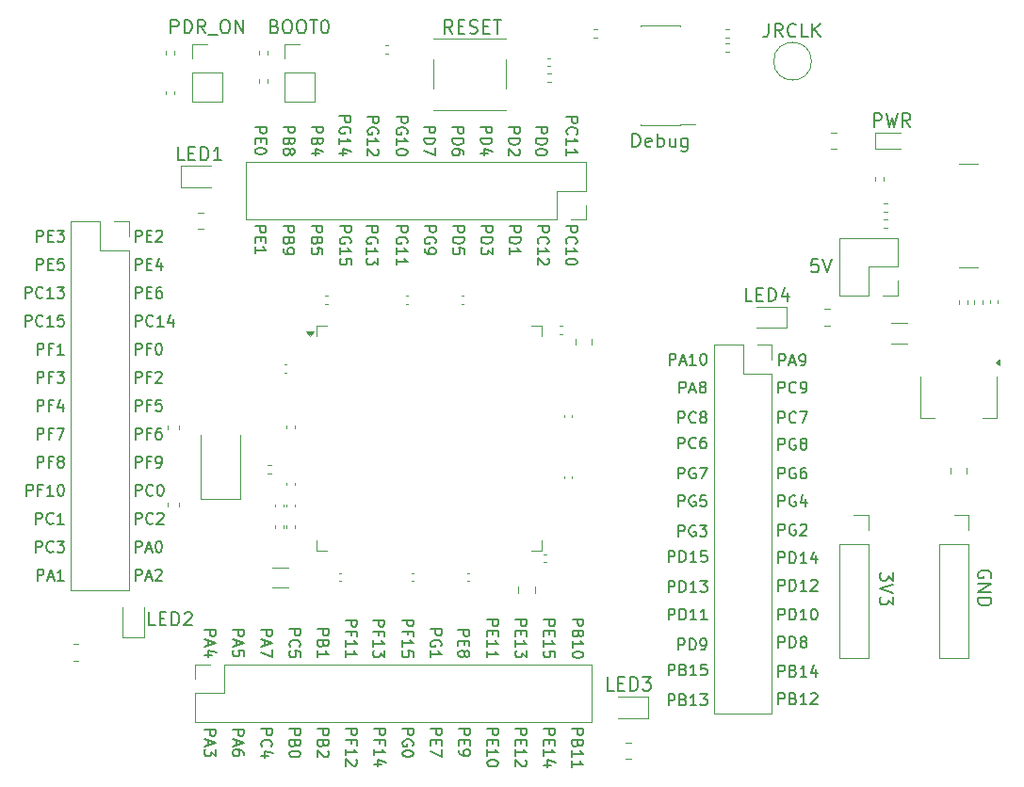
<source format=gbr>
%TF.GenerationSoftware,KiCad,Pcbnew,8.0.0*%
%TF.CreationDate,2024-03-10T10:50:00+01:00*%
%TF.ProjectId,pcb723,70636237-3233-42e6-9b69-6361645f7063,rev?*%
%TF.SameCoordinates,PX55d4a80PY68e7780*%
%TF.FileFunction,Legend,Top*%
%TF.FilePolarity,Positive*%
%FSLAX46Y46*%
G04 Gerber Fmt 4.6, Leading zero omitted, Abs format (unit mm)*
G04 Created by KiCad (PCBNEW 8.0.0) date 2024-03-10 10:50:00*
%MOMM*%
%LPD*%
G01*
G04 APERTURE LIST*
%ADD10C,0.150000*%
%ADD11C,0.200000*%
%ADD12C,0.120000*%
G04 APERTURE END LIST*
D10*
X10436779Y38778431D02*
X10436779Y39778431D01*
X10436779Y39778431D02*
X10817731Y39778431D01*
X10817731Y39778431D02*
X10912969Y39730812D01*
X10912969Y39730812D02*
X10960588Y39683193D01*
X10960588Y39683193D02*
X11008207Y39587955D01*
X11008207Y39587955D02*
X11008207Y39445098D01*
X11008207Y39445098D02*
X10960588Y39349860D01*
X10960588Y39349860D02*
X10912969Y39302241D01*
X10912969Y39302241D02*
X10817731Y39254622D01*
X10817731Y39254622D02*
X10436779Y39254622D01*
X11770112Y39302241D02*
X11436779Y39302241D01*
X11436779Y38778431D02*
X11436779Y39778431D01*
X11436779Y39778431D02*
X11912969Y39778431D01*
X12484398Y39778431D02*
X12579636Y39778431D01*
X12579636Y39778431D02*
X12674874Y39730812D01*
X12674874Y39730812D02*
X12722493Y39683193D01*
X12722493Y39683193D02*
X12770112Y39587955D01*
X12770112Y39587955D02*
X12817731Y39397479D01*
X12817731Y39397479D02*
X12817731Y39159384D01*
X12817731Y39159384D02*
X12770112Y38968908D01*
X12770112Y38968908D02*
X12722493Y38873670D01*
X12722493Y38873670D02*
X12674874Y38826050D01*
X12674874Y38826050D02*
X12579636Y38778431D01*
X12579636Y38778431D02*
X12484398Y38778431D01*
X12484398Y38778431D02*
X12389160Y38826050D01*
X12389160Y38826050D02*
X12341541Y38873670D01*
X12341541Y38873670D02*
X12293922Y38968908D01*
X12293922Y38968908D02*
X12246303Y39159384D01*
X12246303Y39159384D02*
X12246303Y39397479D01*
X12246303Y39397479D02*
X12293922Y39587955D01*
X12293922Y39587955D02*
X12341541Y39683193D01*
X12341541Y39683193D02*
X12389160Y39730812D01*
X12389160Y39730812D02*
X12484398Y39778431D01*
X10436779Y28618431D02*
X10436779Y29618431D01*
X10436779Y29618431D02*
X10817731Y29618431D01*
X10817731Y29618431D02*
X10912969Y29570812D01*
X10912969Y29570812D02*
X10960588Y29523193D01*
X10960588Y29523193D02*
X11008207Y29427955D01*
X11008207Y29427955D02*
X11008207Y29285098D01*
X11008207Y29285098D02*
X10960588Y29189860D01*
X10960588Y29189860D02*
X10912969Y29142241D01*
X10912969Y29142241D02*
X10817731Y29094622D01*
X10817731Y29094622D02*
X10436779Y29094622D01*
X11770112Y29142241D02*
X11436779Y29142241D01*
X11436779Y28618431D02*
X11436779Y29618431D01*
X11436779Y29618431D02*
X11912969Y29618431D01*
X12341541Y28618431D02*
X12532017Y28618431D01*
X12532017Y28618431D02*
X12627255Y28666050D01*
X12627255Y28666050D02*
X12674874Y28713670D01*
X12674874Y28713670D02*
X12770112Y28856527D01*
X12770112Y28856527D02*
X12817731Y29047003D01*
X12817731Y29047003D02*
X12817731Y29427955D01*
X12817731Y29427955D02*
X12770112Y29523193D01*
X12770112Y29523193D02*
X12722493Y29570812D01*
X12722493Y29570812D02*
X12627255Y29618431D01*
X12627255Y29618431D02*
X12436779Y29618431D01*
X12436779Y29618431D02*
X12341541Y29570812D01*
X12341541Y29570812D02*
X12293922Y29523193D01*
X12293922Y29523193D02*
X12246303Y29427955D01*
X12246303Y29427955D02*
X12246303Y29189860D01*
X12246303Y29189860D02*
X12293922Y29094622D01*
X12293922Y29094622D02*
X12341541Y29047003D01*
X12341541Y29047003D02*
X12436779Y28999384D01*
X12436779Y28999384D02*
X12627255Y28999384D01*
X12627255Y28999384D02*
X12722493Y29047003D01*
X12722493Y29047003D02*
X12770112Y29094622D01*
X12770112Y29094622D02*
X12817731Y29189860D01*
X10436779Y20998431D02*
X10436779Y21998431D01*
X10436779Y21998431D02*
X10817731Y21998431D01*
X10817731Y21998431D02*
X10912969Y21950812D01*
X10912969Y21950812D02*
X10960588Y21903193D01*
X10960588Y21903193D02*
X11008207Y21807955D01*
X11008207Y21807955D02*
X11008207Y21665098D01*
X11008207Y21665098D02*
X10960588Y21569860D01*
X10960588Y21569860D02*
X10912969Y21522241D01*
X10912969Y21522241D02*
X10817731Y21474622D01*
X10817731Y21474622D02*
X10436779Y21474622D01*
X11389160Y21284146D02*
X11865350Y21284146D01*
X11293922Y20998431D02*
X11627255Y21998431D01*
X11627255Y21998431D02*
X11960588Y20998431D01*
X12484398Y21998431D02*
X12579636Y21998431D01*
X12579636Y21998431D02*
X12674874Y21950812D01*
X12674874Y21950812D02*
X12722493Y21903193D01*
X12722493Y21903193D02*
X12770112Y21807955D01*
X12770112Y21807955D02*
X12817731Y21617479D01*
X12817731Y21617479D02*
X12817731Y21379384D01*
X12817731Y21379384D02*
X12770112Y21188908D01*
X12770112Y21188908D02*
X12722493Y21093670D01*
X12722493Y21093670D02*
X12674874Y21046050D01*
X12674874Y21046050D02*
X12579636Y20998431D01*
X12579636Y20998431D02*
X12484398Y20998431D01*
X12484398Y20998431D02*
X12389160Y21046050D01*
X12389160Y21046050D02*
X12341541Y21093670D01*
X12341541Y21093670D02*
X12293922Y21188908D01*
X12293922Y21188908D02*
X12246303Y21379384D01*
X12246303Y21379384D02*
X12246303Y21617479D01*
X12246303Y21617479D02*
X12293922Y21807955D01*
X12293922Y21807955D02*
X12341541Y21903193D01*
X12341541Y21903193D02*
X12389160Y21950812D01*
X12389160Y21950812D02*
X12484398Y21998431D01*
X10436779Y33698431D02*
X10436779Y34698431D01*
X10436779Y34698431D02*
X10817731Y34698431D01*
X10817731Y34698431D02*
X10912969Y34650812D01*
X10912969Y34650812D02*
X10960588Y34603193D01*
X10960588Y34603193D02*
X11008207Y34507955D01*
X11008207Y34507955D02*
X11008207Y34365098D01*
X11008207Y34365098D02*
X10960588Y34269860D01*
X10960588Y34269860D02*
X10912969Y34222241D01*
X10912969Y34222241D02*
X10817731Y34174622D01*
X10817731Y34174622D02*
X10436779Y34174622D01*
X11770112Y34222241D02*
X11436779Y34222241D01*
X11436779Y33698431D02*
X11436779Y34698431D01*
X11436779Y34698431D02*
X11912969Y34698431D01*
X12770112Y34698431D02*
X12293922Y34698431D01*
X12293922Y34698431D02*
X12246303Y34222241D01*
X12246303Y34222241D02*
X12293922Y34269860D01*
X12293922Y34269860D02*
X12389160Y34317479D01*
X12389160Y34317479D02*
X12627255Y34317479D01*
X12627255Y34317479D02*
X12722493Y34269860D01*
X12722493Y34269860D02*
X12770112Y34222241D01*
X12770112Y34222241D02*
X12817731Y34127003D01*
X12817731Y34127003D02*
X12817731Y33888908D01*
X12817731Y33888908D02*
X12770112Y33793670D01*
X12770112Y33793670D02*
X12722493Y33746050D01*
X12722493Y33746050D02*
X12627255Y33698431D01*
X12627255Y33698431D02*
X12389160Y33698431D01*
X12389160Y33698431D02*
X12293922Y33746050D01*
X12293922Y33746050D02*
X12246303Y33793670D01*
X24268430Y14073221D02*
X25268430Y14073221D01*
X25268430Y14073221D02*
X25268430Y13692269D01*
X25268430Y13692269D02*
X25220811Y13597031D01*
X25220811Y13597031D02*
X25173192Y13549412D01*
X25173192Y13549412D02*
X25077954Y13501793D01*
X25077954Y13501793D02*
X24935097Y13501793D01*
X24935097Y13501793D02*
X24839859Y13549412D01*
X24839859Y13549412D02*
X24792240Y13597031D01*
X24792240Y13597031D02*
X24744621Y13692269D01*
X24744621Y13692269D02*
X24744621Y14073221D01*
X24363669Y12501793D02*
X24316050Y12549412D01*
X24316050Y12549412D02*
X24268430Y12692269D01*
X24268430Y12692269D02*
X24268430Y12787507D01*
X24268430Y12787507D02*
X24316050Y12930364D01*
X24316050Y12930364D02*
X24411288Y13025602D01*
X24411288Y13025602D02*
X24506526Y13073221D01*
X24506526Y13073221D02*
X24697002Y13120840D01*
X24697002Y13120840D02*
X24839859Y13120840D01*
X24839859Y13120840D02*
X25030335Y13073221D01*
X25030335Y13073221D02*
X25125573Y13025602D01*
X25125573Y13025602D02*
X25220811Y12930364D01*
X25220811Y12930364D02*
X25268430Y12787507D01*
X25268430Y12787507D02*
X25268430Y12692269D01*
X25268430Y12692269D02*
X25220811Y12549412D01*
X25220811Y12549412D02*
X25173192Y12501793D01*
X25268430Y11597031D02*
X25268430Y12073221D01*
X25268430Y12073221D02*
X24792240Y12120840D01*
X24792240Y12120840D02*
X24839859Y12073221D01*
X24839859Y12073221D02*
X24887478Y11977983D01*
X24887478Y11977983D02*
X24887478Y11739888D01*
X24887478Y11739888D02*
X24839859Y11644650D01*
X24839859Y11644650D02*
X24792240Y11597031D01*
X24792240Y11597031D02*
X24697002Y11549412D01*
X24697002Y11549412D02*
X24458907Y11549412D01*
X24458907Y11549412D02*
X24363669Y11597031D01*
X24363669Y11597031D02*
X24316050Y11644650D01*
X24316050Y11644650D02*
X24268430Y11739888D01*
X24268430Y11739888D02*
X24268430Y11977983D01*
X24268430Y11977983D02*
X24316050Y12073221D01*
X24316050Y12073221D02*
X24363669Y12120840D01*
X38968430Y50313221D02*
X39968430Y50313221D01*
X39968430Y50313221D02*
X39968430Y49932269D01*
X39968430Y49932269D02*
X39920811Y49837031D01*
X39920811Y49837031D02*
X39873192Y49789412D01*
X39873192Y49789412D02*
X39777954Y49741793D01*
X39777954Y49741793D02*
X39635097Y49741793D01*
X39635097Y49741793D02*
X39539859Y49789412D01*
X39539859Y49789412D02*
X39492240Y49837031D01*
X39492240Y49837031D02*
X39444621Y49932269D01*
X39444621Y49932269D02*
X39444621Y50313221D01*
X38968430Y49313221D02*
X39968430Y49313221D01*
X39968430Y49313221D02*
X39968430Y49075126D01*
X39968430Y49075126D02*
X39920811Y48932269D01*
X39920811Y48932269D02*
X39825573Y48837031D01*
X39825573Y48837031D02*
X39730335Y48789412D01*
X39730335Y48789412D02*
X39539859Y48741793D01*
X39539859Y48741793D02*
X39397002Y48741793D01*
X39397002Y48741793D02*
X39206526Y48789412D01*
X39206526Y48789412D02*
X39111288Y48837031D01*
X39111288Y48837031D02*
X39016050Y48932269D01*
X39016050Y48932269D02*
X38968430Y49075126D01*
X38968430Y49075126D02*
X38968430Y49313221D01*
X39968430Y47837031D02*
X39968430Y48313221D01*
X39968430Y48313221D02*
X39492240Y48360840D01*
X39492240Y48360840D02*
X39539859Y48313221D01*
X39539859Y48313221D02*
X39587478Y48217983D01*
X39587478Y48217983D02*
X39587478Y47979888D01*
X39587478Y47979888D02*
X39539859Y47884650D01*
X39539859Y47884650D02*
X39492240Y47837031D01*
X39492240Y47837031D02*
X39397002Y47789412D01*
X39397002Y47789412D02*
X39158907Y47789412D01*
X39158907Y47789412D02*
X39063669Y47837031D01*
X39063669Y47837031D02*
X39016050Y47884650D01*
X39016050Y47884650D02*
X38968430Y47979888D01*
X38968430Y47979888D02*
X38968430Y48217983D01*
X38968430Y48217983D02*
X39016050Y48313221D01*
X39016050Y48313221D02*
X39063669Y48360840D01*
X10436779Y41318431D02*
X10436779Y42318431D01*
X10436779Y42318431D02*
X10817731Y42318431D01*
X10817731Y42318431D02*
X10912969Y42270812D01*
X10912969Y42270812D02*
X10960588Y42223193D01*
X10960588Y42223193D02*
X11008207Y42127955D01*
X11008207Y42127955D02*
X11008207Y41985098D01*
X11008207Y41985098D02*
X10960588Y41889860D01*
X10960588Y41889860D02*
X10912969Y41842241D01*
X10912969Y41842241D02*
X10817731Y41794622D01*
X10817731Y41794622D02*
X10436779Y41794622D01*
X12008207Y41413670D02*
X11960588Y41366050D01*
X11960588Y41366050D02*
X11817731Y41318431D01*
X11817731Y41318431D02*
X11722493Y41318431D01*
X11722493Y41318431D02*
X11579636Y41366050D01*
X11579636Y41366050D02*
X11484398Y41461289D01*
X11484398Y41461289D02*
X11436779Y41556527D01*
X11436779Y41556527D02*
X11389160Y41747003D01*
X11389160Y41747003D02*
X11389160Y41889860D01*
X11389160Y41889860D02*
X11436779Y42080336D01*
X11436779Y42080336D02*
X11484398Y42175574D01*
X11484398Y42175574D02*
X11579636Y42270812D01*
X11579636Y42270812D02*
X11722493Y42318431D01*
X11722493Y42318431D02*
X11817731Y42318431D01*
X11817731Y42318431D02*
X11960588Y42270812D01*
X11960588Y42270812D02*
X12008207Y42223193D01*
X12960588Y41318431D02*
X12389160Y41318431D01*
X12674874Y41318431D02*
X12674874Y42318431D01*
X12674874Y42318431D02*
X12579636Y42175574D01*
X12579636Y42175574D02*
X12484398Y42080336D01*
X12484398Y42080336D02*
X12389160Y42032717D01*
X13817731Y41985098D02*
X13817731Y41318431D01*
X13579636Y42366050D02*
X13341541Y41651765D01*
X13341541Y41651765D02*
X13960588Y41651765D01*
X68286779Y37800181D02*
X68286779Y38800181D01*
X68286779Y38800181D02*
X68667731Y38800181D01*
X68667731Y38800181D02*
X68762969Y38752562D01*
X68762969Y38752562D02*
X68810588Y38704943D01*
X68810588Y38704943D02*
X68858207Y38609705D01*
X68858207Y38609705D02*
X68858207Y38466848D01*
X68858207Y38466848D02*
X68810588Y38371610D01*
X68810588Y38371610D02*
X68762969Y38323991D01*
X68762969Y38323991D02*
X68667731Y38276372D01*
X68667731Y38276372D02*
X68286779Y38276372D01*
X69239160Y38085896D02*
X69715350Y38085896D01*
X69143922Y37800181D02*
X69477255Y38800181D01*
X69477255Y38800181D02*
X69810588Y37800181D01*
X70191541Y37800181D02*
X70382017Y37800181D01*
X70382017Y37800181D02*
X70477255Y37847800D01*
X70477255Y37847800D02*
X70524874Y37895420D01*
X70524874Y37895420D02*
X70620112Y38038277D01*
X70620112Y38038277D02*
X70667731Y38228753D01*
X70667731Y38228753D02*
X70667731Y38609705D01*
X70667731Y38609705D02*
X70620112Y38704943D01*
X70620112Y38704943D02*
X70572493Y38752562D01*
X70572493Y38752562D02*
X70477255Y38800181D01*
X70477255Y38800181D02*
X70286779Y38800181D01*
X70286779Y38800181D02*
X70191541Y38752562D01*
X70191541Y38752562D02*
X70143922Y38704943D01*
X70143922Y38704943D02*
X70096303Y38609705D01*
X70096303Y38609705D02*
X70096303Y38371610D01*
X70096303Y38371610D02*
X70143922Y38276372D01*
X70143922Y38276372D02*
X70191541Y38228753D01*
X70191541Y38228753D02*
X70286779Y38181134D01*
X70286779Y38181134D02*
X70477255Y38181134D01*
X70477255Y38181134D02*
X70572493Y38228753D01*
X70572493Y38228753D02*
X70620112Y38276372D01*
X70620112Y38276372D02*
X70667731Y38371610D01*
X36420180Y50323221D02*
X37420180Y50323221D01*
X37420180Y50323221D02*
X37420180Y49942269D01*
X37420180Y49942269D02*
X37372561Y49847031D01*
X37372561Y49847031D02*
X37324942Y49799412D01*
X37324942Y49799412D02*
X37229704Y49751793D01*
X37229704Y49751793D02*
X37086847Y49751793D01*
X37086847Y49751793D02*
X36991609Y49799412D01*
X36991609Y49799412D02*
X36943990Y49847031D01*
X36943990Y49847031D02*
X36896371Y49942269D01*
X36896371Y49942269D02*
X36896371Y50323221D01*
X37372561Y48799412D02*
X37420180Y48894650D01*
X37420180Y48894650D02*
X37420180Y49037507D01*
X37420180Y49037507D02*
X37372561Y49180364D01*
X37372561Y49180364D02*
X37277323Y49275602D01*
X37277323Y49275602D02*
X37182085Y49323221D01*
X37182085Y49323221D02*
X36991609Y49370840D01*
X36991609Y49370840D02*
X36848752Y49370840D01*
X36848752Y49370840D02*
X36658276Y49323221D01*
X36658276Y49323221D02*
X36563038Y49275602D01*
X36563038Y49275602D02*
X36467800Y49180364D01*
X36467800Y49180364D02*
X36420180Y49037507D01*
X36420180Y49037507D02*
X36420180Y48942269D01*
X36420180Y48942269D02*
X36467800Y48799412D01*
X36467800Y48799412D02*
X36515419Y48751793D01*
X36515419Y48751793D02*
X36848752Y48751793D01*
X36848752Y48751793D02*
X36848752Y48942269D01*
X36420180Y48275602D02*
X36420180Y48085126D01*
X36420180Y48085126D02*
X36467800Y47989888D01*
X36467800Y47989888D02*
X36515419Y47942269D01*
X36515419Y47942269D02*
X36658276Y47847031D01*
X36658276Y47847031D02*
X36848752Y47799412D01*
X36848752Y47799412D02*
X37229704Y47799412D01*
X37229704Y47799412D02*
X37324942Y47847031D01*
X37324942Y47847031D02*
X37372561Y47894650D01*
X37372561Y47894650D02*
X37420180Y47989888D01*
X37420180Y47989888D02*
X37420180Y48180364D01*
X37420180Y48180364D02*
X37372561Y48275602D01*
X37372561Y48275602D02*
X37324942Y48323221D01*
X37324942Y48323221D02*
X37229704Y48370840D01*
X37229704Y48370840D02*
X36991609Y48370840D01*
X36991609Y48370840D02*
X36896371Y48323221D01*
X36896371Y48323221D02*
X36848752Y48275602D01*
X36848752Y48275602D02*
X36801133Y48180364D01*
X36801133Y48180364D02*
X36801133Y47989888D01*
X36801133Y47989888D02*
X36848752Y47894650D01*
X36848752Y47894650D02*
X36896371Y47847031D01*
X36896371Y47847031D02*
X36991609Y47799412D01*
X68236779Y22530181D02*
X68236779Y23530181D01*
X68236779Y23530181D02*
X68617731Y23530181D01*
X68617731Y23530181D02*
X68712969Y23482562D01*
X68712969Y23482562D02*
X68760588Y23434943D01*
X68760588Y23434943D02*
X68808207Y23339705D01*
X68808207Y23339705D02*
X68808207Y23196848D01*
X68808207Y23196848D02*
X68760588Y23101610D01*
X68760588Y23101610D02*
X68712969Y23053991D01*
X68712969Y23053991D02*
X68617731Y23006372D01*
X68617731Y23006372D02*
X68236779Y23006372D01*
X69760588Y23482562D02*
X69665350Y23530181D01*
X69665350Y23530181D02*
X69522493Y23530181D01*
X69522493Y23530181D02*
X69379636Y23482562D01*
X69379636Y23482562D02*
X69284398Y23387324D01*
X69284398Y23387324D02*
X69236779Y23292086D01*
X69236779Y23292086D02*
X69189160Y23101610D01*
X69189160Y23101610D02*
X69189160Y22958753D01*
X69189160Y22958753D02*
X69236779Y22768277D01*
X69236779Y22768277D02*
X69284398Y22673039D01*
X69284398Y22673039D02*
X69379636Y22577800D01*
X69379636Y22577800D02*
X69522493Y22530181D01*
X69522493Y22530181D02*
X69617731Y22530181D01*
X69617731Y22530181D02*
X69760588Y22577800D01*
X69760588Y22577800D02*
X69808207Y22625420D01*
X69808207Y22625420D02*
X69808207Y22958753D01*
X69808207Y22958753D02*
X69617731Y22958753D01*
X70189160Y23434943D02*
X70236779Y23482562D01*
X70236779Y23482562D02*
X70332017Y23530181D01*
X70332017Y23530181D02*
X70570112Y23530181D01*
X70570112Y23530181D02*
X70665350Y23482562D01*
X70665350Y23482562D02*
X70712969Y23434943D01*
X70712969Y23434943D02*
X70760588Y23339705D01*
X70760588Y23339705D02*
X70760588Y23244467D01*
X70760588Y23244467D02*
X70712969Y23101610D01*
X70712969Y23101610D02*
X70141541Y22530181D01*
X70141541Y22530181D02*
X70760588Y22530181D01*
X1624398Y38778431D02*
X1624398Y39778431D01*
X1624398Y39778431D02*
X2005350Y39778431D01*
X2005350Y39778431D02*
X2100588Y39730812D01*
X2100588Y39730812D02*
X2148207Y39683193D01*
X2148207Y39683193D02*
X2195826Y39587955D01*
X2195826Y39587955D02*
X2195826Y39445098D01*
X2195826Y39445098D02*
X2148207Y39349860D01*
X2148207Y39349860D02*
X2100588Y39302241D01*
X2100588Y39302241D02*
X2005350Y39254622D01*
X2005350Y39254622D02*
X1624398Y39254622D01*
X2957731Y39302241D02*
X2624398Y39302241D01*
X2624398Y38778431D02*
X2624398Y39778431D01*
X2624398Y39778431D02*
X3100588Y39778431D01*
X4005350Y38778431D02*
X3433922Y38778431D01*
X3719636Y38778431D02*
X3719636Y39778431D01*
X3719636Y39778431D02*
X3624398Y39635574D01*
X3624398Y39635574D02*
X3529160Y39540336D01*
X3529160Y39540336D02*
X3433922Y39492717D01*
X26268430Y59263221D02*
X27268430Y59263221D01*
X27268430Y59263221D02*
X27268430Y58882269D01*
X27268430Y58882269D02*
X27220811Y58787031D01*
X27220811Y58787031D02*
X27173192Y58739412D01*
X27173192Y58739412D02*
X27077954Y58691793D01*
X27077954Y58691793D02*
X26935097Y58691793D01*
X26935097Y58691793D02*
X26839859Y58739412D01*
X26839859Y58739412D02*
X26792240Y58787031D01*
X26792240Y58787031D02*
X26744621Y58882269D01*
X26744621Y58882269D02*
X26744621Y59263221D01*
X26792240Y57929888D02*
X26744621Y57787031D01*
X26744621Y57787031D02*
X26697002Y57739412D01*
X26697002Y57739412D02*
X26601764Y57691793D01*
X26601764Y57691793D02*
X26458907Y57691793D01*
X26458907Y57691793D02*
X26363669Y57739412D01*
X26363669Y57739412D02*
X26316050Y57787031D01*
X26316050Y57787031D02*
X26268430Y57882269D01*
X26268430Y57882269D02*
X26268430Y58263221D01*
X26268430Y58263221D02*
X27268430Y58263221D01*
X27268430Y58263221D02*
X27268430Y57929888D01*
X27268430Y57929888D02*
X27220811Y57834650D01*
X27220811Y57834650D02*
X27173192Y57787031D01*
X27173192Y57787031D02*
X27077954Y57739412D01*
X27077954Y57739412D02*
X26982716Y57739412D01*
X26982716Y57739412D02*
X26887478Y57787031D01*
X26887478Y57787031D02*
X26839859Y57834650D01*
X26839859Y57834650D02*
X26792240Y57929888D01*
X26792240Y57929888D02*
X26792240Y58263221D01*
X26935097Y56834650D02*
X26268430Y56834650D01*
X27316050Y57072745D02*
X26601764Y57310840D01*
X26601764Y57310840D02*
X26601764Y56691793D01*
X46588430Y50313221D02*
X47588430Y50313221D01*
X47588430Y50313221D02*
X47588430Y49932269D01*
X47588430Y49932269D02*
X47540811Y49837031D01*
X47540811Y49837031D02*
X47493192Y49789412D01*
X47493192Y49789412D02*
X47397954Y49741793D01*
X47397954Y49741793D02*
X47255097Y49741793D01*
X47255097Y49741793D02*
X47159859Y49789412D01*
X47159859Y49789412D02*
X47112240Y49837031D01*
X47112240Y49837031D02*
X47064621Y49932269D01*
X47064621Y49932269D02*
X47064621Y50313221D01*
X46683669Y48741793D02*
X46636050Y48789412D01*
X46636050Y48789412D02*
X46588430Y48932269D01*
X46588430Y48932269D02*
X46588430Y49027507D01*
X46588430Y49027507D02*
X46636050Y49170364D01*
X46636050Y49170364D02*
X46731288Y49265602D01*
X46731288Y49265602D02*
X46826526Y49313221D01*
X46826526Y49313221D02*
X47017002Y49360840D01*
X47017002Y49360840D02*
X47159859Y49360840D01*
X47159859Y49360840D02*
X47350335Y49313221D01*
X47350335Y49313221D02*
X47445573Y49265602D01*
X47445573Y49265602D02*
X47540811Y49170364D01*
X47540811Y49170364D02*
X47588430Y49027507D01*
X47588430Y49027507D02*
X47588430Y48932269D01*
X47588430Y48932269D02*
X47540811Y48789412D01*
X47540811Y48789412D02*
X47493192Y48741793D01*
X46588430Y47789412D02*
X46588430Y48360840D01*
X46588430Y48075126D02*
X47588430Y48075126D01*
X47588430Y48075126D02*
X47445573Y48170364D01*
X47445573Y48170364D02*
X47350335Y48265602D01*
X47350335Y48265602D02*
X47302716Y48360840D01*
X47493192Y47408459D02*
X47540811Y47360840D01*
X47540811Y47360840D02*
X47588430Y47265602D01*
X47588430Y47265602D02*
X47588430Y47027507D01*
X47588430Y47027507D02*
X47540811Y46932269D01*
X47540811Y46932269D02*
X47493192Y46884650D01*
X47493192Y46884650D02*
X47397954Y46837031D01*
X47397954Y46837031D02*
X47302716Y46837031D01*
X47302716Y46837031D02*
X47159859Y46884650D01*
X47159859Y46884650D02*
X46588430Y47456078D01*
X46588430Y47456078D02*
X46588430Y46837031D01*
D11*
X76807292Y59267258D02*
X76807292Y60467258D01*
X76807292Y60467258D02*
X77264435Y60467258D01*
X77264435Y60467258D02*
X77378720Y60410115D01*
X77378720Y60410115D02*
X77435863Y60352972D01*
X77435863Y60352972D02*
X77493006Y60238686D01*
X77493006Y60238686D02*
X77493006Y60067258D01*
X77493006Y60067258D02*
X77435863Y59952972D01*
X77435863Y59952972D02*
X77378720Y59895829D01*
X77378720Y59895829D02*
X77264435Y59838686D01*
X77264435Y59838686D02*
X76807292Y59838686D01*
X77893006Y60467258D02*
X78178720Y59267258D01*
X78178720Y59267258D02*
X78407292Y60124400D01*
X78407292Y60124400D02*
X78635863Y59267258D01*
X78635863Y59267258D02*
X78921578Y60467258D01*
X80064435Y59267258D02*
X79664435Y59838686D01*
X79378721Y59267258D02*
X79378721Y60467258D01*
X79378721Y60467258D02*
X79835864Y60467258D01*
X79835864Y60467258D02*
X79950149Y60410115D01*
X79950149Y60410115D02*
X80007292Y60352972D01*
X80007292Y60352972D02*
X80064435Y60238686D01*
X80064435Y60238686D02*
X80064435Y60067258D01*
X80064435Y60067258D02*
X80007292Y59952972D01*
X80007292Y59952972D02*
X79950149Y59895829D01*
X79950149Y59895829D02*
X79835864Y59838686D01*
X79835864Y59838686D02*
X79378721Y59838686D01*
D10*
X59236779Y27630181D02*
X59236779Y28630181D01*
X59236779Y28630181D02*
X59617731Y28630181D01*
X59617731Y28630181D02*
X59712969Y28582562D01*
X59712969Y28582562D02*
X59760588Y28534943D01*
X59760588Y28534943D02*
X59808207Y28439705D01*
X59808207Y28439705D02*
X59808207Y28296848D01*
X59808207Y28296848D02*
X59760588Y28201610D01*
X59760588Y28201610D02*
X59712969Y28153991D01*
X59712969Y28153991D02*
X59617731Y28106372D01*
X59617731Y28106372D02*
X59236779Y28106372D01*
X60760588Y28582562D02*
X60665350Y28630181D01*
X60665350Y28630181D02*
X60522493Y28630181D01*
X60522493Y28630181D02*
X60379636Y28582562D01*
X60379636Y28582562D02*
X60284398Y28487324D01*
X60284398Y28487324D02*
X60236779Y28392086D01*
X60236779Y28392086D02*
X60189160Y28201610D01*
X60189160Y28201610D02*
X60189160Y28058753D01*
X60189160Y28058753D02*
X60236779Y27868277D01*
X60236779Y27868277D02*
X60284398Y27773039D01*
X60284398Y27773039D02*
X60379636Y27677800D01*
X60379636Y27677800D02*
X60522493Y27630181D01*
X60522493Y27630181D02*
X60617731Y27630181D01*
X60617731Y27630181D02*
X60760588Y27677800D01*
X60760588Y27677800D02*
X60808207Y27725420D01*
X60808207Y27725420D02*
X60808207Y28058753D01*
X60808207Y28058753D02*
X60617731Y28058753D01*
X61141541Y28630181D02*
X61808207Y28630181D01*
X61808207Y28630181D02*
X61379636Y27630181D01*
X1576779Y48938431D02*
X1576779Y49938431D01*
X1576779Y49938431D02*
X1957731Y49938431D01*
X1957731Y49938431D02*
X2052969Y49890812D01*
X2052969Y49890812D02*
X2100588Y49843193D01*
X2100588Y49843193D02*
X2148207Y49747955D01*
X2148207Y49747955D02*
X2148207Y49605098D01*
X2148207Y49605098D02*
X2100588Y49509860D01*
X2100588Y49509860D02*
X2052969Y49462241D01*
X2052969Y49462241D02*
X1957731Y49414622D01*
X1957731Y49414622D02*
X1576779Y49414622D01*
X2576779Y49462241D02*
X2910112Y49462241D01*
X3052969Y48938431D02*
X2576779Y48938431D01*
X2576779Y48938431D02*
X2576779Y49938431D01*
X2576779Y49938431D02*
X3052969Y49938431D01*
X3386303Y49938431D02*
X4005350Y49938431D01*
X4005350Y49938431D02*
X3672017Y49557479D01*
X3672017Y49557479D02*
X3814874Y49557479D01*
X3814874Y49557479D02*
X3910112Y49509860D01*
X3910112Y49509860D02*
X3957731Y49462241D01*
X3957731Y49462241D02*
X4005350Y49367003D01*
X4005350Y49367003D02*
X4005350Y49128908D01*
X4005350Y49128908D02*
X3957731Y49033670D01*
X3957731Y49033670D02*
X3910112Y48986050D01*
X3910112Y48986050D02*
X3814874Y48938431D01*
X3814874Y48938431D02*
X3529160Y48938431D01*
X3529160Y48938431D02*
X3433922Y48986050D01*
X3433922Y48986050D02*
X3386303Y49033670D01*
D11*
X14831220Y56237258D02*
X14259792Y56237258D01*
X14259792Y56237258D02*
X14259792Y57437258D01*
X15231221Y56865829D02*
X15631221Y56865829D01*
X15802649Y56237258D02*
X15231221Y56237258D01*
X15231221Y56237258D02*
X15231221Y57437258D01*
X15231221Y57437258D02*
X15802649Y57437258D01*
X16316935Y56237258D02*
X16316935Y57437258D01*
X16316935Y57437258D02*
X16602649Y57437258D01*
X16602649Y57437258D02*
X16774078Y57380115D01*
X16774078Y57380115D02*
X16888363Y57265829D01*
X16888363Y57265829D02*
X16945506Y57151543D01*
X16945506Y57151543D02*
X17002649Y56922972D01*
X17002649Y56922972D02*
X17002649Y56751543D01*
X17002649Y56751543D02*
X16945506Y56522972D01*
X16945506Y56522972D02*
X16888363Y56408686D01*
X16888363Y56408686D02*
X16774078Y56294400D01*
X16774078Y56294400D02*
X16602649Y56237258D01*
X16602649Y56237258D02*
X16316935Y56237258D01*
X18145506Y56237258D02*
X17459792Y56237258D01*
X17802649Y56237258D02*
X17802649Y57437258D01*
X17802649Y57437258D02*
X17688363Y57265829D01*
X17688363Y57265829D02*
X17574078Y57151543D01*
X17574078Y57151543D02*
X17459792Y57094400D01*
D10*
X68236779Y35330181D02*
X68236779Y36330181D01*
X68236779Y36330181D02*
X68617731Y36330181D01*
X68617731Y36330181D02*
X68712969Y36282562D01*
X68712969Y36282562D02*
X68760588Y36234943D01*
X68760588Y36234943D02*
X68808207Y36139705D01*
X68808207Y36139705D02*
X68808207Y35996848D01*
X68808207Y35996848D02*
X68760588Y35901610D01*
X68760588Y35901610D02*
X68712969Y35853991D01*
X68712969Y35853991D02*
X68617731Y35806372D01*
X68617731Y35806372D02*
X68236779Y35806372D01*
X69808207Y35425420D02*
X69760588Y35377800D01*
X69760588Y35377800D02*
X69617731Y35330181D01*
X69617731Y35330181D02*
X69522493Y35330181D01*
X69522493Y35330181D02*
X69379636Y35377800D01*
X69379636Y35377800D02*
X69284398Y35473039D01*
X69284398Y35473039D02*
X69236779Y35568277D01*
X69236779Y35568277D02*
X69189160Y35758753D01*
X69189160Y35758753D02*
X69189160Y35901610D01*
X69189160Y35901610D02*
X69236779Y36092086D01*
X69236779Y36092086D02*
X69284398Y36187324D01*
X69284398Y36187324D02*
X69379636Y36282562D01*
X69379636Y36282562D02*
X69522493Y36330181D01*
X69522493Y36330181D02*
X69617731Y36330181D01*
X69617731Y36330181D02*
X69760588Y36282562D01*
X69760588Y36282562D02*
X69808207Y36234943D01*
X70284398Y35330181D02*
X70474874Y35330181D01*
X70474874Y35330181D02*
X70570112Y35377800D01*
X70570112Y35377800D02*
X70617731Y35425420D01*
X70617731Y35425420D02*
X70712969Y35568277D01*
X70712969Y35568277D02*
X70760588Y35758753D01*
X70760588Y35758753D02*
X70760588Y36139705D01*
X70760588Y36139705D02*
X70712969Y36234943D01*
X70712969Y36234943D02*
X70665350Y36282562D01*
X70665350Y36282562D02*
X70570112Y36330181D01*
X70570112Y36330181D02*
X70379636Y36330181D01*
X70379636Y36330181D02*
X70284398Y36282562D01*
X70284398Y36282562D02*
X70236779Y36234943D01*
X70236779Y36234943D02*
X70189160Y36139705D01*
X70189160Y36139705D02*
X70189160Y35901610D01*
X70189160Y35901610D02*
X70236779Y35806372D01*
X70236779Y35806372D02*
X70284398Y35758753D01*
X70284398Y35758753D02*
X70379636Y35711134D01*
X70379636Y35711134D02*
X70570112Y35711134D01*
X70570112Y35711134D02*
X70665350Y35758753D01*
X70665350Y35758753D02*
X70712969Y35806372D01*
X70712969Y35806372D02*
X70760588Y35901610D01*
X58336779Y7230181D02*
X58336779Y8230181D01*
X58336779Y8230181D02*
X58717731Y8230181D01*
X58717731Y8230181D02*
X58812969Y8182562D01*
X58812969Y8182562D02*
X58860588Y8134943D01*
X58860588Y8134943D02*
X58908207Y8039705D01*
X58908207Y8039705D02*
X58908207Y7896848D01*
X58908207Y7896848D02*
X58860588Y7801610D01*
X58860588Y7801610D02*
X58812969Y7753991D01*
X58812969Y7753991D02*
X58717731Y7706372D01*
X58717731Y7706372D02*
X58336779Y7706372D01*
X59670112Y7753991D02*
X59812969Y7706372D01*
X59812969Y7706372D02*
X59860588Y7658753D01*
X59860588Y7658753D02*
X59908207Y7563515D01*
X59908207Y7563515D02*
X59908207Y7420658D01*
X59908207Y7420658D02*
X59860588Y7325420D01*
X59860588Y7325420D02*
X59812969Y7277800D01*
X59812969Y7277800D02*
X59717731Y7230181D01*
X59717731Y7230181D02*
X59336779Y7230181D01*
X59336779Y7230181D02*
X59336779Y8230181D01*
X59336779Y8230181D02*
X59670112Y8230181D01*
X59670112Y8230181D02*
X59765350Y8182562D01*
X59765350Y8182562D02*
X59812969Y8134943D01*
X59812969Y8134943D02*
X59860588Y8039705D01*
X59860588Y8039705D02*
X59860588Y7944467D01*
X59860588Y7944467D02*
X59812969Y7849229D01*
X59812969Y7849229D02*
X59765350Y7801610D01*
X59765350Y7801610D02*
X59670112Y7753991D01*
X59670112Y7753991D02*
X59336779Y7753991D01*
X60860588Y7230181D02*
X60289160Y7230181D01*
X60574874Y7230181D02*
X60574874Y8230181D01*
X60574874Y8230181D02*
X60479636Y8087324D01*
X60479636Y8087324D02*
X60384398Y7992086D01*
X60384398Y7992086D02*
X60289160Y7944467D01*
X61193922Y8230181D02*
X61812969Y8230181D01*
X61812969Y8230181D02*
X61479636Y7849229D01*
X61479636Y7849229D02*
X61622493Y7849229D01*
X61622493Y7849229D02*
X61717731Y7801610D01*
X61717731Y7801610D02*
X61765350Y7753991D01*
X61765350Y7753991D02*
X61812969Y7658753D01*
X61812969Y7658753D02*
X61812969Y7420658D01*
X61812969Y7420658D02*
X61765350Y7325420D01*
X61765350Y7325420D02*
X61717731Y7277800D01*
X61717731Y7277800D02*
X61622493Y7230181D01*
X61622493Y7230181D02*
X61336779Y7230181D01*
X61336779Y7230181D02*
X61241541Y7277800D01*
X61241541Y7277800D02*
X61193922Y7325420D01*
X68236779Y27630181D02*
X68236779Y28630181D01*
X68236779Y28630181D02*
X68617731Y28630181D01*
X68617731Y28630181D02*
X68712969Y28582562D01*
X68712969Y28582562D02*
X68760588Y28534943D01*
X68760588Y28534943D02*
X68808207Y28439705D01*
X68808207Y28439705D02*
X68808207Y28296848D01*
X68808207Y28296848D02*
X68760588Y28201610D01*
X68760588Y28201610D02*
X68712969Y28153991D01*
X68712969Y28153991D02*
X68617731Y28106372D01*
X68617731Y28106372D02*
X68236779Y28106372D01*
X69760588Y28582562D02*
X69665350Y28630181D01*
X69665350Y28630181D02*
X69522493Y28630181D01*
X69522493Y28630181D02*
X69379636Y28582562D01*
X69379636Y28582562D02*
X69284398Y28487324D01*
X69284398Y28487324D02*
X69236779Y28392086D01*
X69236779Y28392086D02*
X69189160Y28201610D01*
X69189160Y28201610D02*
X69189160Y28058753D01*
X69189160Y28058753D02*
X69236779Y27868277D01*
X69236779Y27868277D02*
X69284398Y27773039D01*
X69284398Y27773039D02*
X69379636Y27677800D01*
X69379636Y27677800D02*
X69522493Y27630181D01*
X69522493Y27630181D02*
X69617731Y27630181D01*
X69617731Y27630181D02*
X69760588Y27677800D01*
X69760588Y27677800D02*
X69808207Y27725420D01*
X69808207Y27725420D02*
X69808207Y28058753D01*
X69808207Y28058753D02*
X69617731Y28058753D01*
X70665350Y28630181D02*
X70474874Y28630181D01*
X70474874Y28630181D02*
X70379636Y28582562D01*
X70379636Y28582562D02*
X70332017Y28534943D01*
X70332017Y28534943D02*
X70236779Y28392086D01*
X70236779Y28392086D02*
X70189160Y28201610D01*
X70189160Y28201610D02*
X70189160Y27820658D01*
X70189160Y27820658D02*
X70236779Y27725420D01*
X70236779Y27725420D02*
X70284398Y27677800D01*
X70284398Y27677800D02*
X70379636Y27630181D01*
X70379636Y27630181D02*
X70570112Y27630181D01*
X70570112Y27630181D02*
X70665350Y27677800D01*
X70665350Y27677800D02*
X70712969Y27725420D01*
X70712969Y27725420D02*
X70760588Y27820658D01*
X70760588Y27820658D02*
X70760588Y28058753D01*
X70760588Y28058753D02*
X70712969Y28153991D01*
X70712969Y28153991D02*
X70665350Y28201610D01*
X70665350Y28201610D02*
X70570112Y28249229D01*
X70570112Y28249229D02*
X70379636Y28249229D01*
X70379636Y28249229D02*
X70284398Y28201610D01*
X70284398Y28201610D02*
X70236779Y28153991D01*
X70236779Y28153991D02*
X70189160Y28058753D01*
X36380180Y59263221D02*
X37380180Y59263221D01*
X37380180Y59263221D02*
X37380180Y58882269D01*
X37380180Y58882269D02*
X37332561Y58787031D01*
X37332561Y58787031D02*
X37284942Y58739412D01*
X37284942Y58739412D02*
X37189704Y58691793D01*
X37189704Y58691793D02*
X37046847Y58691793D01*
X37046847Y58691793D02*
X36951609Y58739412D01*
X36951609Y58739412D02*
X36903990Y58787031D01*
X36903990Y58787031D02*
X36856371Y58882269D01*
X36856371Y58882269D02*
X36856371Y59263221D01*
X36380180Y58263221D02*
X37380180Y58263221D01*
X37380180Y58263221D02*
X37380180Y58025126D01*
X37380180Y58025126D02*
X37332561Y57882269D01*
X37332561Y57882269D02*
X37237323Y57787031D01*
X37237323Y57787031D02*
X37142085Y57739412D01*
X37142085Y57739412D02*
X36951609Y57691793D01*
X36951609Y57691793D02*
X36808752Y57691793D01*
X36808752Y57691793D02*
X36618276Y57739412D01*
X36618276Y57739412D02*
X36523038Y57787031D01*
X36523038Y57787031D02*
X36427800Y57882269D01*
X36427800Y57882269D02*
X36380180Y58025126D01*
X36380180Y58025126D02*
X36380180Y58263221D01*
X37380180Y57358459D02*
X37380180Y56691793D01*
X37380180Y56691793D02*
X36380180Y57120364D01*
X10436779Y23538431D02*
X10436779Y24538431D01*
X10436779Y24538431D02*
X10817731Y24538431D01*
X10817731Y24538431D02*
X10912969Y24490812D01*
X10912969Y24490812D02*
X10960588Y24443193D01*
X10960588Y24443193D02*
X11008207Y24347955D01*
X11008207Y24347955D02*
X11008207Y24205098D01*
X11008207Y24205098D02*
X10960588Y24109860D01*
X10960588Y24109860D02*
X10912969Y24062241D01*
X10912969Y24062241D02*
X10817731Y24014622D01*
X10817731Y24014622D02*
X10436779Y24014622D01*
X12008207Y23633670D02*
X11960588Y23586050D01*
X11960588Y23586050D02*
X11817731Y23538431D01*
X11817731Y23538431D02*
X11722493Y23538431D01*
X11722493Y23538431D02*
X11579636Y23586050D01*
X11579636Y23586050D02*
X11484398Y23681289D01*
X11484398Y23681289D02*
X11436779Y23776527D01*
X11436779Y23776527D02*
X11389160Y23967003D01*
X11389160Y23967003D02*
X11389160Y24109860D01*
X11389160Y24109860D02*
X11436779Y24300336D01*
X11436779Y24300336D02*
X11484398Y24395574D01*
X11484398Y24395574D02*
X11579636Y24490812D01*
X11579636Y24490812D02*
X11722493Y24538431D01*
X11722493Y24538431D02*
X11817731Y24538431D01*
X11817731Y24538431D02*
X11960588Y24490812D01*
X11960588Y24490812D02*
X12008207Y24443193D01*
X12389160Y24443193D02*
X12436779Y24490812D01*
X12436779Y24490812D02*
X12532017Y24538431D01*
X12532017Y24538431D02*
X12770112Y24538431D01*
X12770112Y24538431D02*
X12865350Y24490812D01*
X12865350Y24490812D02*
X12912969Y24443193D01*
X12912969Y24443193D02*
X12960588Y24347955D01*
X12960588Y24347955D02*
X12960588Y24252717D01*
X12960588Y24252717D02*
X12912969Y24109860D01*
X12912969Y24109860D02*
X12341541Y23538431D01*
X12341541Y23538431D02*
X12960588Y23538431D01*
X672017Y26078431D02*
X672017Y27078431D01*
X672017Y27078431D02*
X1052969Y27078431D01*
X1052969Y27078431D02*
X1148207Y27030812D01*
X1148207Y27030812D02*
X1195826Y26983193D01*
X1195826Y26983193D02*
X1243445Y26887955D01*
X1243445Y26887955D02*
X1243445Y26745098D01*
X1243445Y26745098D02*
X1195826Y26649860D01*
X1195826Y26649860D02*
X1148207Y26602241D01*
X1148207Y26602241D02*
X1052969Y26554622D01*
X1052969Y26554622D02*
X672017Y26554622D01*
X2005350Y26602241D02*
X1672017Y26602241D01*
X1672017Y26078431D02*
X1672017Y27078431D01*
X1672017Y27078431D02*
X2148207Y27078431D01*
X3052969Y26078431D02*
X2481541Y26078431D01*
X2767255Y26078431D02*
X2767255Y27078431D01*
X2767255Y27078431D02*
X2672017Y26935574D01*
X2672017Y26935574D02*
X2576779Y26840336D01*
X2576779Y26840336D02*
X2481541Y26792717D01*
X3672017Y27078431D02*
X3767255Y27078431D01*
X3767255Y27078431D02*
X3862493Y27030812D01*
X3862493Y27030812D02*
X3910112Y26983193D01*
X3910112Y26983193D02*
X3957731Y26887955D01*
X3957731Y26887955D02*
X4005350Y26697479D01*
X4005350Y26697479D02*
X4005350Y26459384D01*
X4005350Y26459384D02*
X3957731Y26268908D01*
X3957731Y26268908D02*
X3910112Y26173670D01*
X3910112Y26173670D02*
X3862493Y26126050D01*
X3862493Y26126050D02*
X3767255Y26078431D01*
X3767255Y26078431D02*
X3672017Y26078431D01*
X3672017Y26078431D02*
X3576779Y26126050D01*
X3576779Y26126050D02*
X3529160Y26173670D01*
X3529160Y26173670D02*
X3481541Y26268908D01*
X3481541Y26268908D02*
X3433922Y26459384D01*
X3433922Y26459384D02*
X3433922Y26697479D01*
X3433922Y26697479D02*
X3481541Y26887955D01*
X3481541Y26887955D02*
X3529160Y26983193D01*
X3529160Y26983193D02*
X3576779Y27030812D01*
X3576779Y27030812D02*
X3672017Y27078431D01*
X10436779Y18458431D02*
X10436779Y19458431D01*
X10436779Y19458431D02*
X10817731Y19458431D01*
X10817731Y19458431D02*
X10912969Y19410812D01*
X10912969Y19410812D02*
X10960588Y19363193D01*
X10960588Y19363193D02*
X11008207Y19267955D01*
X11008207Y19267955D02*
X11008207Y19125098D01*
X11008207Y19125098D02*
X10960588Y19029860D01*
X10960588Y19029860D02*
X10912969Y18982241D01*
X10912969Y18982241D02*
X10817731Y18934622D01*
X10817731Y18934622D02*
X10436779Y18934622D01*
X11389160Y18744146D02*
X11865350Y18744146D01*
X11293922Y18458431D02*
X11627255Y19458431D01*
X11627255Y19458431D02*
X11960588Y18458431D01*
X12246303Y19363193D02*
X12293922Y19410812D01*
X12293922Y19410812D02*
X12389160Y19458431D01*
X12389160Y19458431D02*
X12627255Y19458431D01*
X12627255Y19458431D02*
X12722493Y19410812D01*
X12722493Y19410812D02*
X12770112Y19363193D01*
X12770112Y19363193D02*
X12817731Y19267955D01*
X12817731Y19267955D02*
X12817731Y19172717D01*
X12817731Y19172717D02*
X12770112Y19029860D01*
X12770112Y19029860D02*
X12198684Y18458431D01*
X12198684Y18458431D02*
X12817731Y18458431D01*
X26800180Y5093221D02*
X27800180Y5093221D01*
X27800180Y5093221D02*
X27800180Y4712269D01*
X27800180Y4712269D02*
X27752561Y4617031D01*
X27752561Y4617031D02*
X27704942Y4569412D01*
X27704942Y4569412D02*
X27609704Y4521793D01*
X27609704Y4521793D02*
X27466847Y4521793D01*
X27466847Y4521793D02*
X27371609Y4569412D01*
X27371609Y4569412D02*
X27323990Y4617031D01*
X27323990Y4617031D02*
X27276371Y4712269D01*
X27276371Y4712269D02*
X27276371Y5093221D01*
X27323990Y3759888D02*
X27276371Y3617031D01*
X27276371Y3617031D02*
X27228752Y3569412D01*
X27228752Y3569412D02*
X27133514Y3521793D01*
X27133514Y3521793D02*
X26990657Y3521793D01*
X26990657Y3521793D02*
X26895419Y3569412D01*
X26895419Y3569412D02*
X26847800Y3617031D01*
X26847800Y3617031D02*
X26800180Y3712269D01*
X26800180Y3712269D02*
X26800180Y4093221D01*
X26800180Y4093221D02*
X27800180Y4093221D01*
X27800180Y4093221D02*
X27800180Y3759888D01*
X27800180Y3759888D02*
X27752561Y3664650D01*
X27752561Y3664650D02*
X27704942Y3617031D01*
X27704942Y3617031D02*
X27609704Y3569412D01*
X27609704Y3569412D02*
X27514466Y3569412D01*
X27514466Y3569412D02*
X27419228Y3617031D01*
X27419228Y3617031D02*
X27371609Y3664650D01*
X27371609Y3664650D02*
X27323990Y3759888D01*
X27323990Y3759888D02*
X27323990Y4093221D01*
X27704942Y3140840D02*
X27752561Y3093221D01*
X27752561Y3093221D02*
X27800180Y2997983D01*
X27800180Y2997983D02*
X27800180Y2759888D01*
X27800180Y2759888D02*
X27752561Y2664650D01*
X27752561Y2664650D02*
X27704942Y2617031D01*
X27704942Y2617031D02*
X27609704Y2569412D01*
X27609704Y2569412D02*
X27514466Y2569412D01*
X27514466Y2569412D02*
X27371609Y2617031D01*
X27371609Y2617031D02*
X26800180Y3188459D01*
X26800180Y3188459D02*
X26800180Y2569412D01*
X31888430Y5123221D02*
X32888430Y5123221D01*
X32888430Y5123221D02*
X32888430Y4742269D01*
X32888430Y4742269D02*
X32840811Y4647031D01*
X32840811Y4647031D02*
X32793192Y4599412D01*
X32793192Y4599412D02*
X32697954Y4551793D01*
X32697954Y4551793D02*
X32555097Y4551793D01*
X32555097Y4551793D02*
X32459859Y4599412D01*
X32459859Y4599412D02*
X32412240Y4647031D01*
X32412240Y4647031D02*
X32364621Y4742269D01*
X32364621Y4742269D02*
X32364621Y5123221D01*
X32412240Y3789888D02*
X32412240Y4123221D01*
X31888430Y4123221D02*
X32888430Y4123221D01*
X32888430Y4123221D02*
X32888430Y3647031D01*
X31888430Y2742269D02*
X31888430Y3313697D01*
X31888430Y3027983D02*
X32888430Y3027983D01*
X32888430Y3027983D02*
X32745573Y3123221D01*
X32745573Y3123221D02*
X32650335Y3218459D01*
X32650335Y3218459D02*
X32602716Y3313697D01*
X32555097Y1885126D02*
X31888430Y1885126D01*
X32936050Y2123221D02*
X32221764Y2361316D01*
X32221764Y2361316D02*
X32221764Y1742269D01*
D11*
X65866220Y43567258D02*
X65294792Y43567258D01*
X65294792Y43567258D02*
X65294792Y44767258D01*
X66266221Y44195829D02*
X66666221Y44195829D01*
X66837649Y43567258D02*
X66266221Y43567258D01*
X66266221Y43567258D02*
X66266221Y44767258D01*
X66266221Y44767258D02*
X66837649Y44767258D01*
X67351935Y43567258D02*
X67351935Y44767258D01*
X67351935Y44767258D02*
X67637649Y44767258D01*
X67637649Y44767258D02*
X67809078Y44710115D01*
X67809078Y44710115D02*
X67923363Y44595829D01*
X67923363Y44595829D02*
X67980506Y44481543D01*
X67980506Y44481543D02*
X68037649Y44252972D01*
X68037649Y44252972D02*
X68037649Y44081543D01*
X68037649Y44081543D02*
X67980506Y43852972D01*
X67980506Y43852972D02*
X67923363Y43738686D01*
X67923363Y43738686D02*
X67809078Y43624400D01*
X67809078Y43624400D02*
X67637649Y43567258D01*
X67637649Y43567258D02*
X67351935Y43567258D01*
X69066221Y44367258D02*
X69066221Y43567258D01*
X68780506Y44824400D02*
X68494792Y43967258D01*
X68494792Y43967258D02*
X69237649Y43967258D01*
D10*
X31220180Y50313221D02*
X32220180Y50313221D01*
X32220180Y50313221D02*
X32220180Y49932269D01*
X32220180Y49932269D02*
X32172561Y49837031D01*
X32172561Y49837031D02*
X32124942Y49789412D01*
X32124942Y49789412D02*
X32029704Y49741793D01*
X32029704Y49741793D02*
X31886847Y49741793D01*
X31886847Y49741793D02*
X31791609Y49789412D01*
X31791609Y49789412D02*
X31743990Y49837031D01*
X31743990Y49837031D02*
X31696371Y49932269D01*
X31696371Y49932269D02*
X31696371Y50313221D01*
X32172561Y48789412D02*
X32220180Y48884650D01*
X32220180Y48884650D02*
X32220180Y49027507D01*
X32220180Y49027507D02*
X32172561Y49170364D01*
X32172561Y49170364D02*
X32077323Y49265602D01*
X32077323Y49265602D02*
X31982085Y49313221D01*
X31982085Y49313221D02*
X31791609Y49360840D01*
X31791609Y49360840D02*
X31648752Y49360840D01*
X31648752Y49360840D02*
X31458276Y49313221D01*
X31458276Y49313221D02*
X31363038Y49265602D01*
X31363038Y49265602D02*
X31267800Y49170364D01*
X31267800Y49170364D02*
X31220180Y49027507D01*
X31220180Y49027507D02*
X31220180Y48932269D01*
X31220180Y48932269D02*
X31267800Y48789412D01*
X31267800Y48789412D02*
X31315419Y48741793D01*
X31315419Y48741793D02*
X31648752Y48741793D01*
X31648752Y48741793D02*
X31648752Y48932269D01*
X31220180Y47789412D02*
X31220180Y48360840D01*
X31220180Y48075126D02*
X32220180Y48075126D01*
X32220180Y48075126D02*
X32077323Y48170364D01*
X32077323Y48170364D02*
X31982085Y48265602D01*
X31982085Y48265602D02*
X31934466Y48360840D01*
X32220180Y47456078D02*
X32220180Y46837031D01*
X32220180Y46837031D02*
X31839228Y47170364D01*
X31839228Y47170364D02*
X31839228Y47027507D01*
X31839228Y47027507D02*
X31791609Y46932269D01*
X31791609Y46932269D02*
X31743990Y46884650D01*
X31743990Y46884650D02*
X31648752Y46837031D01*
X31648752Y46837031D02*
X31410657Y46837031D01*
X31410657Y46837031D02*
X31315419Y46884650D01*
X31315419Y46884650D02*
X31267800Y46932269D01*
X31267800Y46932269D02*
X31220180Y47027507D01*
X31220180Y47027507D02*
X31220180Y47313221D01*
X31220180Y47313221D02*
X31267800Y47408459D01*
X31267800Y47408459D02*
X31315419Y47456078D01*
X59236779Y12230181D02*
X59236779Y13230181D01*
X59236779Y13230181D02*
X59617731Y13230181D01*
X59617731Y13230181D02*
X59712969Y13182562D01*
X59712969Y13182562D02*
X59760588Y13134943D01*
X59760588Y13134943D02*
X59808207Y13039705D01*
X59808207Y13039705D02*
X59808207Y12896848D01*
X59808207Y12896848D02*
X59760588Y12801610D01*
X59760588Y12801610D02*
X59712969Y12753991D01*
X59712969Y12753991D02*
X59617731Y12706372D01*
X59617731Y12706372D02*
X59236779Y12706372D01*
X60236779Y12230181D02*
X60236779Y13230181D01*
X60236779Y13230181D02*
X60474874Y13230181D01*
X60474874Y13230181D02*
X60617731Y13182562D01*
X60617731Y13182562D02*
X60712969Y13087324D01*
X60712969Y13087324D02*
X60760588Y12992086D01*
X60760588Y12992086D02*
X60808207Y12801610D01*
X60808207Y12801610D02*
X60808207Y12658753D01*
X60808207Y12658753D02*
X60760588Y12468277D01*
X60760588Y12468277D02*
X60712969Y12373039D01*
X60712969Y12373039D02*
X60617731Y12277800D01*
X60617731Y12277800D02*
X60474874Y12230181D01*
X60474874Y12230181D02*
X60236779Y12230181D01*
X61284398Y12230181D02*
X61474874Y12230181D01*
X61474874Y12230181D02*
X61570112Y12277800D01*
X61570112Y12277800D02*
X61617731Y12325420D01*
X61617731Y12325420D02*
X61712969Y12468277D01*
X61712969Y12468277D02*
X61760588Y12658753D01*
X61760588Y12658753D02*
X61760588Y13039705D01*
X61760588Y13039705D02*
X61712969Y13134943D01*
X61712969Y13134943D02*
X61665350Y13182562D01*
X61665350Y13182562D02*
X61570112Y13230181D01*
X61570112Y13230181D02*
X61379636Y13230181D01*
X61379636Y13230181D02*
X61284398Y13182562D01*
X61284398Y13182562D02*
X61236779Y13134943D01*
X61236779Y13134943D02*
X61189160Y13039705D01*
X61189160Y13039705D02*
X61189160Y12801610D01*
X61189160Y12801610D02*
X61236779Y12706372D01*
X61236779Y12706372D02*
X61284398Y12658753D01*
X61284398Y12658753D02*
X61379636Y12611134D01*
X61379636Y12611134D02*
X61570112Y12611134D01*
X61570112Y12611134D02*
X61665350Y12658753D01*
X61665350Y12658753D02*
X61712969Y12706372D01*
X61712969Y12706372D02*
X61760588Y12801610D01*
X34428430Y5123221D02*
X35428430Y5123221D01*
X35428430Y5123221D02*
X35428430Y4742269D01*
X35428430Y4742269D02*
X35380811Y4647031D01*
X35380811Y4647031D02*
X35333192Y4599412D01*
X35333192Y4599412D02*
X35237954Y4551793D01*
X35237954Y4551793D02*
X35095097Y4551793D01*
X35095097Y4551793D02*
X34999859Y4599412D01*
X34999859Y4599412D02*
X34952240Y4647031D01*
X34952240Y4647031D02*
X34904621Y4742269D01*
X34904621Y4742269D02*
X34904621Y5123221D01*
X35380811Y3599412D02*
X35428430Y3694650D01*
X35428430Y3694650D02*
X35428430Y3837507D01*
X35428430Y3837507D02*
X35380811Y3980364D01*
X35380811Y3980364D02*
X35285573Y4075602D01*
X35285573Y4075602D02*
X35190335Y4123221D01*
X35190335Y4123221D02*
X34999859Y4170840D01*
X34999859Y4170840D02*
X34857002Y4170840D01*
X34857002Y4170840D02*
X34666526Y4123221D01*
X34666526Y4123221D02*
X34571288Y4075602D01*
X34571288Y4075602D02*
X34476050Y3980364D01*
X34476050Y3980364D02*
X34428430Y3837507D01*
X34428430Y3837507D02*
X34428430Y3742269D01*
X34428430Y3742269D02*
X34476050Y3599412D01*
X34476050Y3599412D02*
X34523669Y3551793D01*
X34523669Y3551793D02*
X34857002Y3551793D01*
X34857002Y3551793D02*
X34857002Y3742269D01*
X35428430Y2932745D02*
X35428430Y2837507D01*
X35428430Y2837507D02*
X35380811Y2742269D01*
X35380811Y2742269D02*
X35333192Y2694650D01*
X35333192Y2694650D02*
X35237954Y2647031D01*
X35237954Y2647031D02*
X35047478Y2599412D01*
X35047478Y2599412D02*
X34809383Y2599412D01*
X34809383Y2599412D02*
X34618907Y2647031D01*
X34618907Y2647031D02*
X34523669Y2694650D01*
X34523669Y2694650D02*
X34476050Y2742269D01*
X34476050Y2742269D02*
X34428430Y2837507D01*
X34428430Y2837507D02*
X34428430Y2932745D01*
X34428430Y2932745D02*
X34476050Y3027983D01*
X34476050Y3027983D02*
X34523669Y3075602D01*
X34523669Y3075602D02*
X34618907Y3123221D01*
X34618907Y3123221D02*
X34809383Y3170840D01*
X34809383Y3170840D02*
X35047478Y3170840D01*
X35047478Y3170840D02*
X35237954Y3123221D01*
X35237954Y3123221D02*
X35333192Y3075602D01*
X35333192Y3075602D02*
X35380811Y3027983D01*
X35380811Y3027983D02*
X35428430Y2932745D01*
X59236779Y30330181D02*
X59236779Y31330181D01*
X59236779Y31330181D02*
X59617731Y31330181D01*
X59617731Y31330181D02*
X59712969Y31282562D01*
X59712969Y31282562D02*
X59760588Y31234943D01*
X59760588Y31234943D02*
X59808207Y31139705D01*
X59808207Y31139705D02*
X59808207Y30996848D01*
X59808207Y30996848D02*
X59760588Y30901610D01*
X59760588Y30901610D02*
X59712969Y30853991D01*
X59712969Y30853991D02*
X59617731Y30806372D01*
X59617731Y30806372D02*
X59236779Y30806372D01*
X60808207Y30425420D02*
X60760588Y30377800D01*
X60760588Y30377800D02*
X60617731Y30330181D01*
X60617731Y30330181D02*
X60522493Y30330181D01*
X60522493Y30330181D02*
X60379636Y30377800D01*
X60379636Y30377800D02*
X60284398Y30473039D01*
X60284398Y30473039D02*
X60236779Y30568277D01*
X60236779Y30568277D02*
X60189160Y30758753D01*
X60189160Y30758753D02*
X60189160Y30901610D01*
X60189160Y30901610D02*
X60236779Y31092086D01*
X60236779Y31092086D02*
X60284398Y31187324D01*
X60284398Y31187324D02*
X60379636Y31282562D01*
X60379636Y31282562D02*
X60522493Y31330181D01*
X60522493Y31330181D02*
X60617731Y31330181D01*
X60617731Y31330181D02*
X60760588Y31282562D01*
X60760588Y31282562D02*
X60808207Y31234943D01*
X61665350Y31330181D02*
X61474874Y31330181D01*
X61474874Y31330181D02*
X61379636Y31282562D01*
X61379636Y31282562D02*
X61332017Y31234943D01*
X61332017Y31234943D02*
X61236779Y31092086D01*
X61236779Y31092086D02*
X61189160Y30901610D01*
X61189160Y30901610D02*
X61189160Y30520658D01*
X61189160Y30520658D02*
X61236779Y30425420D01*
X61236779Y30425420D02*
X61284398Y30377800D01*
X61284398Y30377800D02*
X61379636Y30330181D01*
X61379636Y30330181D02*
X61570112Y30330181D01*
X61570112Y30330181D02*
X61665350Y30377800D01*
X61665350Y30377800D02*
X61712969Y30425420D01*
X61712969Y30425420D02*
X61760588Y30520658D01*
X61760588Y30520658D02*
X61760588Y30758753D01*
X61760588Y30758753D02*
X61712969Y30853991D01*
X61712969Y30853991D02*
X61665350Y30901610D01*
X61665350Y30901610D02*
X61570112Y30949229D01*
X61570112Y30949229D02*
X61379636Y30949229D01*
X61379636Y30949229D02*
X61284398Y30901610D01*
X61284398Y30901610D02*
X61236779Y30853991D01*
X61236779Y30853991D02*
X61189160Y30758753D01*
X529160Y43858431D02*
X529160Y44858431D01*
X529160Y44858431D02*
X910112Y44858431D01*
X910112Y44858431D02*
X1005350Y44810812D01*
X1005350Y44810812D02*
X1052969Y44763193D01*
X1052969Y44763193D02*
X1100588Y44667955D01*
X1100588Y44667955D02*
X1100588Y44525098D01*
X1100588Y44525098D02*
X1052969Y44429860D01*
X1052969Y44429860D02*
X1005350Y44382241D01*
X1005350Y44382241D02*
X910112Y44334622D01*
X910112Y44334622D02*
X529160Y44334622D01*
X2100588Y43953670D02*
X2052969Y43906050D01*
X2052969Y43906050D02*
X1910112Y43858431D01*
X1910112Y43858431D02*
X1814874Y43858431D01*
X1814874Y43858431D02*
X1672017Y43906050D01*
X1672017Y43906050D02*
X1576779Y44001289D01*
X1576779Y44001289D02*
X1529160Y44096527D01*
X1529160Y44096527D02*
X1481541Y44287003D01*
X1481541Y44287003D02*
X1481541Y44429860D01*
X1481541Y44429860D02*
X1529160Y44620336D01*
X1529160Y44620336D02*
X1576779Y44715574D01*
X1576779Y44715574D02*
X1672017Y44810812D01*
X1672017Y44810812D02*
X1814874Y44858431D01*
X1814874Y44858431D02*
X1910112Y44858431D01*
X1910112Y44858431D02*
X2052969Y44810812D01*
X2052969Y44810812D02*
X2100588Y44763193D01*
X3052969Y43858431D02*
X2481541Y43858431D01*
X2767255Y43858431D02*
X2767255Y44858431D01*
X2767255Y44858431D02*
X2672017Y44715574D01*
X2672017Y44715574D02*
X2576779Y44620336D01*
X2576779Y44620336D02*
X2481541Y44572717D01*
X3386303Y44858431D02*
X4005350Y44858431D01*
X4005350Y44858431D02*
X3672017Y44477479D01*
X3672017Y44477479D02*
X3814874Y44477479D01*
X3814874Y44477479D02*
X3910112Y44429860D01*
X3910112Y44429860D02*
X3957731Y44382241D01*
X3957731Y44382241D02*
X4005350Y44287003D01*
X4005350Y44287003D02*
X4005350Y44048908D01*
X4005350Y44048908D02*
X3957731Y43953670D01*
X3957731Y43953670D02*
X3910112Y43906050D01*
X3910112Y43906050D02*
X3814874Y43858431D01*
X3814874Y43858431D02*
X3529160Y43858431D01*
X3529160Y43858431D02*
X3433922Y43906050D01*
X3433922Y43906050D02*
X3386303Y43953670D01*
D11*
X13623006Y67687260D02*
X13623006Y68887260D01*
X13623006Y68887260D02*
X14080149Y68887260D01*
X14080149Y68887260D02*
X14194434Y68830117D01*
X14194434Y68830117D02*
X14251577Y68772974D01*
X14251577Y68772974D02*
X14308720Y68658688D01*
X14308720Y68658688D02*
X14308720Y68487260D01*
X14308720Y68487260D02*
X14251577Y68372974D01*
X14251577Y68372974D02*
X14194434Y68315831D01*
X14194434Y68315831D02*
X14080149Y68258688D01*
X14080149Y68258688D02*
X13623006Y68258688D01*
X14823006Y67687260D02*
X14823006Y68887260D01*
X14823006Y68887260D02*
X15108720Y68887260D01*
X15108720Y68887260D02*
X15280149Y68830117D01*
X15280149Y68830117D02*
X15394434Y68715831D01*
X15394434Y68715831D02*
X15451577Y68601545D01*
X15451577Y68601545D02*
X15508720Y68372974D01*
X15508720Y68372974D02*
X15508720Y68201545D01*
X15508720Y68201545D02*
X15451577Y67972974D01*
X15451577Y67972974D02*
X15394434Y67858688D01*
X15394434Y67858688D02*
X15280149Y67744402D01*
X15280149Y67744402D02*
X15108720Y67687260D01*
X15108720Y67687260D02*
X14823006Y67687260D01*
X16708720Y67687260D02*
X16308720Y68258688D01*
X16023006Y67687260D02*
X16023006Y68887260D01*
X16023006Y68887260D02*
X16480149Y68887260D01*
X16480149Y68887260D02*
X16594434Y68830117D01*
X16594434Y68830117D02*
X16651577Y68772974D01*
X16651577Y68772974D02*
X16708720Y68658688D01*
X16708720Y68658688D02*
X16708720Y68487260D01*
X16708720Y68487260D02*
X16651577Y68372974D01*
X16651577Y68372974D02*
X16594434Y68315831D01*
X16594434Y68315831D02*
X16480149Y68258688D01*
X16480149Y68258688D02*
X16023006Y68258688D01*
X16937292Y67572974D02*
X17851577Y67572974D01*
X18365863Y68887260D02*
X18594435Y68887260D01*
X18594435Y68887260D02*
X18708720Y68830117D01*
X18708720Y68830117D02*
X18823006Y68715831D01*
X18823006Y68715831D02*
X18880149Y68487260D01*
X18880149Y68487260D02*
X18880149Y68087260D01*
X18880149Y68087260D02*
X18823006Y67858688D01*
X18823006Y67858688D02*
X18708720Y67744402D01*
X18708720Y67744402D02*
X18594435Y67687260D01*
X18594435Y67687260D02*
X18365863Y67687260D01*
X18365863Y67687260D02*
X18251578Y67744402D01*
X18251578Y67744402D02*
X18137292Y67858688D01*
X18137292Y67858688D02*
X18080149Y68087260D01*
X18080149Y68087260D02*
X18080149Y68487260D01*
X18080149Y68487260D02*
X18137292Y68715831D01*
X18137292Y68715831D02*
X18251578Y68830117D01*
X18251578Y68830117D02*
X18365863Y68887260D01*
X19394435Y67687260D02*
X19394435Y68887260D01*
X19394435Y68887260D02*
X20080149Y67687260D01*
X20080149Y67687260D02*
X20080149Y68887260D01*
D10*
X38930180Y59213221D02*
X39930180Y59213221D01*
X39930180Y59213221D02*
X39930180Y58832269D01*
X39930180Y58832269D02*
X39882561Y58737031D01*
X39882561Y58737031D02*
X39834942Y58689412D01*
X39834942Y58689412D02*
X39739704Y58641793D01*
X39739704Y58641793D02*
X39596847Y58641793D01*
X39596847Y58641793D02*
X39501609Y58689412D01*
X39501609Y58689412D02*
X39453990Y58737031D01*
X39453990Y58737031D02*
X39406371Y58832269D01*
X39406371Y58832269D02*
X39406371Y59213221D01*
X38930180Y58213221D02*
X39930180Y58213221D01*
X39930180Y58213221D02*
X39930180Y57975126D01*
X39930180Y57975126D02*
X39882561Y57832269D01*
X39882561Y57832269D02*
X39787323Y57737031D01*
X39787323Y57737031D02*
X39692085Y57689412D01*
X39692085Y57689412D02*
X39501609Y57641793D01*
X39501609Y57641793D02*
X39358752Y57641793D01*
X39358752Y57641793D02*
X39168276Y57689412D01*
X39168276Y57689412D02*
X39073038Y57737031D01*
X39073038Y57737031D02*
X38977800Y57832269D01*
X38977800Y57832269D02*
X38930180Y57975126D01*
X38930180Y57975126D02*
X38930180Y58213221D01*
X39930180Y56784650D02*
X39930180Y56975126D01*
X39930180Y56975126D02*
X39882561Y57070364D01*
X39882561Y57070364D02*
X39834942Y57117983D01*
X39834942Y57117983D02*
X39692085Y57213221D01*
X39692085Y57213221D02*
X39501609Y57260840D01*
X39501609Y57260840D02*
X39120657Y57260840D01*
X39120657Y57260840D02*
X39025419Y57213221D01*
X39025419Y57213221D02*
X38977800Y57165602D01*
X38977800Y57165602D02*
X38930180Y57070364D01*
X38930180Y57070364D02*
X38930180Y56879888D01*
X38930180Y56879888D02*
X38977800Y56784650D01*
X38977800Y56784650D02*
X39025419Y56737031D01*
X39025419Y56737031D02*
X39120657Y56689412D01*
X39120657Y56689412D02*
X39358752Y56689412D01*
X39358752Y56689412D02*
X39453990Y56737031D01*
X39453990Y56737031D02*
X39501609Y56784650D01*
X39501609Y56784650D02*
X39549228Y56879888D01*
X39549228Y56879888D02*
X39549228Y57070364D01*
X39549228Y57070364D02*
X39501609Y57165602D01*
X39501609Y57165602D02*
X39453990Y57213221D01*
X39453990Y57213221D02*
X39358752Y57260840D01*
X1624398Y33698431D02*
X1624398Y34698431D01*
X1624398Y34698431D02*
X2005350Y34698431D01*
X2005350Y34698431D02*
X2100588Y34650812D01*
X2100588Y34650812D02*
X2148207Y34603193D01*
X2148207Y34603193D02*
X2195826Y34507955D01*
X2195826Y34507955D02*
X2195826Y34365098D01*
X2195826Y34365098D02*
X2148207Y34269860D01*
X2148207Y34269860D02*
X2100588Y34222241D01*
X2100588Y34222241D02*
X2005350Y34174622D01*
X2005350Y34174622D02*
X1624398Y34174622D01*
X2957731Y34222241D02*
X2624398Y34222241D01*
X2624398Y33698431D02*
X2624398Y34698431D01*
X2624398Y34698431D02*
X3100588Y34698431D01*
X3910112Y34365098D02*
X3910112Y33698431D01*
X3672017Y34746050D02*
X3433922Y34031765D01*
X3433922Y34031765D02*
X4052969Y34031765D01*
X39508430Y5123221D02*
X40508430Y5123221D01*
X40508430Y5123221D02*
X40508430Y4742269D01*
X40508430Y4742269D02*
X40460811Y4647031D01*
X40460811Y4647031D02*
X40413192Y4599412D01*
X40413192Y4599412D02*
X40317954Y4551793D01*
X40317954Y4551793D02*
X40175097Y4551793D01*
X40175097Y4551793D02*
X40079859Y4599412D01*
X40079859Y4599412D02*
X40032240Y4647031D01*
X40032240Y4647031D02*
X39984621Y4742269D01*
X39984621Y4742269D02*
X39984621Y5123221D01*
X40032240Y4123221D02*
X40032240Y3789888D01*
X39508430Y3647031D02*
X39508430Y4123221D01*
X39508430Y4123221D02*
X40508430Y4123221D01*
X40508430Y4123221D02*
X40508430Y3647031D01*
X39508430Y3170840D02*
X39508430Y2980364D01*
X39508430Y2980364D02*
X39556050Y2885126D01*
X39556050Y2885126D02*
X39603669Y2837507D01*
X39603669Y2837507D02*
X39746526Y2742269D01*
X39746526Y2742269D02*
X39937002Y2694650D01*
X39937002Y2694650D02*
X40317954Y2694650D01*
X40317954Y2694650D02*
X40413192Y2742269D01*
X40413192Y2742269D02*
X40460811Y2789888D01*
X40460811Y2789888D02*
X40508430Y2885126D01*
X40508430Y2885126D02*
X40508430Y3075602D01*
X40508430Y3075602D02*
X40460811Y3170840D01*
X40460811Y3170840D02*
X40413192Y3218459D01*
X40413192Y3218459D02*
X40317954Y3266078D01*
X40317954Y3266078D02*
X40079859Y3266078D01*
X40079859Y3266078D02*
X39984621Y3218459D01*
X39984621Y3218459D02*
X39937002Y3170840D01*
X39937002Y3170840D02*
X39889383Y3075602D01*
X39889383Y3075602D02*
X39889383Y2885126D01*
X39889383Y2885126D02*
X39937002Y2789888D01*
X39937002Y2789888D02*
X39984621Y2742269D01*
X39984621Y2742269D02*
X40079859Y2694650D01*
X28808430Y50313221D02*
X29808430Y50313221D01*
X29808430Y50313221D02*
X29808430Y49932269D01*
X29808430Y49932269D02*
X29760811Y49837031D01*
X29760811Y49837031D02*
X29713192Y49789412D01*
X29713192Y49789412D02*
X29617954Y49741793D01*
X29617954Y49741793D02*
X29475097Y49741793D01*
X29475097Y49741793D02*
X29379859Y49789412D01*
X29379859Y49789412D02*
X29332240Y49837031D01*
X29332240Y49837031D02*
X29284621Y49932269D01*
X29284621Y49932269D02*
X29284621Y50313221D01*
X29760811Y48789412D02*
X29808430Y48884650D01*
X29808430Y48884650D02*
X29808430Y49027507D01*
X29808430Y49027507D02*
X29760811Y49170364D01*
X29760811Y49170364D02*
X29665573Y49265602D01*
X29665573Y49265602D02*
X29570335Y49313221D01*
X29570335Y49313221D02*
X29379859Y49360840D01*
X29379859Y49360840D02*
X29237002Y49360840D01*
X29237002Y49360840D02*
X29046526Y49313221D01*
X29046526Y49313221D02*
X28951288Y49265602D01*
X28951288Y49265602D02*
X28856050Y49170364D01*
X28856050Y49170364D02*
X28808430Y49027507D01*
X28808430Y49027507D02*
X28808430Y48932269D01*
X28808430Y48932269D02*
X28856050Y48789412D01*
X28856050Y48789412D02*
X28903669Y48741793D01*
X28903669Y48741793D02*
X29237002Y48741793D01*
X29237002Y48741793D02*
X29237002Y48932269D01*
X28808430Y47789412D02*
X28808430Y48360840D01*
X28808430Y48075126D02*
X29808430Y48075126D01*
X29808430Y48075126D02*
X29665573Y48170364D01*
X29665573Y48170364D02*
X29570335Y48265602D01*
X29570335Y48265602D02*
X29522716Y48360840D01*
X29808430Y46884650D02*
X29808430Y47360840D01*
X29808430Y47360840D02*
X29332240Y47408459D01*
X29332240Y47408459D02*
X29379859Y47360840D01*
X29379859Y47360840D02*
X29427478Y47265602D01*
X29427478Y47265602D02*
X29427478Y47027507D01*
X29427478Y47027507D02*
X29379859Y46932269D01*
X29379859Y46932269D02*
X29332240Y46884650D01*
X29332240Y46884650D02*
X29237002Y46837031D01*
X29237002Y46837031D02*
X28998907Y46837031D01*
X28998907Y46837031D02*
X28903669Y46884650D01*
X28903669Y46884650D02*
X28856050Y46932269D01*
X28856050Y46932269D02*
X28808430Y47027507D01*
X28808430Y47027507D02*
X28808430Y47265602D01*
X28808430Y47265602D02*
X28856050Y47360840D01*
X28856050Y47360840D02*
X28903669Y47408459D01*
X1576779Y46398431D02*
X1576779Y47398431D01*
X1576779Y47398431D02*
X1957731Y47398431D01*
X1957731Y47398431D02*
X2052969Y47350812D01*
X2052969Y47350812D02*
X2100588Y47303193D01*
X2100588Y47303193D02*
X2148207Y47207955D01*
X2148207Y47207955D02*
X2148207Y47065098D01*
X2148207Y47065098D02*
X2100588Y46969860D01*
X2100588Y46969860D02*
X2052969Y46922241D01*
X2052969Y46922241D02*
X1957731Y46874622D01*
X1957731Y46874622D02*
X1576779Y46874622D01*
X2576779Y46922241D02*
X2910112Y46922241D01*
X3052969Y46398431D02*
X2576779Y46398431D01*
X2576779Y46398431D02*
X2576779Y47398431D01*
X2576779Y47398431D02*
X3052969Y47398431D01*
X3957731Y47398431D02*
X3481541Y47398431D01*
X3481541Y47398431D02*
X3433922Y46922241D01*
X3433922Y46922241D02*
X3481541Y46969860D01*
X3481541Y46969860D02*
X3576779Y47017479D01*
X3576779Y47017479D02*
X3814874Y47017479D01*
X3814874Y47017479D02*
X3910112Y46969860D01*
X3910112Y46969860D02*
X3957731Y46922241D01*
X3957731Y46922241D02*
X4005350Y46827003D01*
X4005350Y46827003D02*
X4005350Y46588908D01*
X4005350Y46588908D02*
X3957731Y46493670D01*
X3957731Y46493670D02*
X3910112Y46446050D01*
X3910112Y46446050D02*
X3814874Y46398431D01*
X3814874Y46398431D02*
X3576779Y46398431D01*
X3576779Y46398431D02*
X3481541Y46446050D01*
X3481541Y46446050D02*
X3433922Y46493670D01*
X49180180Y60163221D02*
X50180180Y60163221D01*
X50180180Y60163221D02*
X50180180Y59782269D01*
X50180180Y59782269D02*
X50132561Y59687031D01*
X50132561Y59687031D02*
X50084942Y59639412D01*
X50084942Y59639412D02*
X49989704Y59591793D01*
X49989704Y59591793D02*
X49846847Y59591793D01*
X49846847Y59591793D02*
X49751609Y59639412D01*
X49751609Y59639412D02*
X49703990Y59687031D01*
X49703990Y59687031D02*
X49656371Y59782269D01*
X49656371Y59782269D02*
X49656371Y60163221D01*
X49275419Y58591793D02*
X49227800Y58639412D01*
X49227800Y58639412D02*
X49180180Y58782269D01*
X49180180Y58782269D02*
X49180180Y58877507D01*
X49180180Y58877507D02*
X49227800Y59020364D01*
X49227800Y59020364D02*
X49323038Y59115602D01*
X49323038Y59115602D02*
X49418276Y59163221D01*
X49418276Y59163221D02*
X49608752Y59210840D01*
X49608752Y59210840D02*
X49751609Y59210840D01*
X49751609Y59210840D02*
X49942085Y59163221D01*
X49942085Y59163221D02*
X50037323Y59115602D01*
X50037323Y59115602D02*
X50132561Y59020364D01*
X50132561Y59020364D02*
X50180180Y58877507D01*
X50180180Y58877507D02*
X50180180Y58782269D01*
X50180180Y58782269D02*
X50132561Y58639412D01*
X50132561Y58639412D02*
X50084942Y58591793D01*
X49180180Y57639412D02*
X49180180Y58210840D01*
X49180180Y57925126D02*
X50180180Y57925126D01*
X50180180Y57925126D02*
X50037323Y58020364D01*
X50037323Y58020364D02*
X49942085Y58115602D01*
X49942085Y58115602D02*
X49894466Y58210840D01*
X49180180Y56687031D02*
X49180180Y57258459D01*
X49180180Y56972745D02*
X50180180Y56972745D01*
X50180180Y56972745D02*
X50037323Y57067983D01*
X50037323Y57067983D02*
X49942085Y57163221D01*
X49942085Y57163221D02*
X49894466Y57258459D01*
X68236779Y25130181D02*
X68236779Y26130181D01*
X68236779Y26130181D02*
X68617731Y26130181D01*
X68617731Y26130181D02*
X68712969Y26082562D01*
X68712969Y26082562D02*
X68760588Y26034943D01*
X68760588Y26034943D02*
X68808207Y25939705D01*
X68808207Y25939705D02*
X68808207Y25796848D01*
X68808207Y25796848D02*
X68760588Y25701610D01*
X68760588Y25701610D02*
X68712969Y25653991D01*
X68712969Y25653991D02*
X68617731Y25606372D01*
X68617731Y25606372D02*
X68236779Y25606372D01*
X69760588Y26082562D02*
X69665350Y26130181D01*
X69665350Y26130181D02*
X69522493Y26130181D01*
X69522493Y26130181D02*
X69379636Y26082562D01*
X69379636Y26082562D02*
X69284398Y25987324D01*
X69284398Y25987324D02*
X69236779Y25892086D01*
X69236779Y25892086D02*
X69189160Y25701610D01*
X69189160Y25701610D02*
X69189160Y25558753D01*
X69189160Y25558753D02*
X69236779Y25368277D01*
X69236779Y25368277D02*
X69284398Y25273039D01*
X69284398Y25273039D02*
X69379636Y25177800D01*
X69379636Y25177800D02*
X69522493Y25130181D01*
X69522493Y25130181D02*
X69617731Y25130181D01*
X69617731Y25130181D02*
X69760588Y25177800D01*
X69760588Y25177800D02*
X69808207Y25225420D01*
X69808207Y25225420D02*
X69808207Y25558753D01*
X69808207Y25558753D02*
X69617731Y25558753D01*
X70665350Y25796848D02*
X70665350Y25130181D01*
X70427255Y26177800D02*
X70189160Y25463515D01*
X70189160Y25463515D02*
X70808207Y25463515D01*
X29348430Y5123221D02*
X30348430Y5123221D01*
X30348430Y5123221D02*
X30348430Y4742269D01*
X30348430Y4742269D02*
X30300811Y4647031D01*
X30300811Y4647031D02*
X30253192Y4599412D01*
X30253192Y4599412D02*
X30157954Y4551793D01*
X30157954Y4551793D02*
X30015097Y4551793D01*
X30015097Y4551793D02*
X29919859Y4599412D01*
X29919859Y4599412D02*
X29872240Y4647031D01*
X29872240Y4647031D02*
X29824621Y4742269D01*
X29824621Y4742269D02*
X29824621Y5123221D01*
X29872240Y3789888D02*
X29872240Y4123221D01*
X29348430Y4123221D02*
X30348430Y4123221D01*
X30348430Y4123221D02*
X30348430Y3647031D01*
X29348430Y2742269D02*
X29348430Y3313697D01*
X29348430Y3027983D02*
X30348430Y3027983D01*
X30348430Y3027983D02*
X30205573Y3123221D01*
X30205573Y3123221D02*
X30110335Y3218459D01*
X30110335Y3218459D02*
X30062716Y3313697D01*
X30253192Y2361316D02*
X30300811Y2313697D01*
X30300811Y2313697D02*
X30348430Y2218459D01*
X30348430Y2218459D02*
X30348430Y1980364D01*
X30348430Y1980364D02*
X30300811Y1885126D01*
X30300811Y1885126D02*
X30253192Y1837507D01*
X30253192Y1837507D02*
X30157954Y1789888D01*
X30157954Y1789888D02*
X30062716Y1789888D01*
X30062716Y1789888D02*
X29919859Y1837507D01*
X29919859Y1837507D02*
X29348430Y2408935D01*
X29348430Y2408935D02*
X29348430Y1789888D01*
X24260180Y5093221D02*
X25260180Y5093221D01*
X25260180Y5093221D02*
X25260180Y4712269D01*
X25260180Y4712269D02*
X25212561Y4617031D01*
X25212561Y4617031D02*
X25164942Y4569412D01*
X25164942Y4569412D02*
X25069704Y4521793D01*
X25069704Y4521793D02*
X24926847Y4521793D01*
X24926847Y4521793D02*
X24831609Y4569412D01*
X24831609Y4569412D02*
X24783990Y4617031D01*
X24783990Y4617031D02*
X24736371Y4712269D01*
X24736371Y4712269D02*
X24736371Y5093221D01*
X24783990Y3759888D02*
X24736371Y3617031D01*
X24736371Y3617031D02*
X24688752Y3569412D01*
X24688752Y3569412D02*
X24593514Y3521793D01*
X24593514Y3521793D02*
X24450657Y3521793D01*
X24450657Y3521793D02*
X24355419Y3569412D01*
X24355419Y3569412D02*
X24307800Y3617031D01*
X24307800Y3617031D02*
X24260180Y3712269D01*
X24260180Y3712269D02*
X24260180Y4093221D01*
X24260180Y4093221D02*
X25260180Y4093221D01*
X25260180Y4093221D02*
X25260180Y3759888D01*
X25260180Y3759888D02*
X25212561Y3664650D01*
X25212561Y3664650D02*
X25164942Y3617031D01*
X25164942Y3617031D02*
X25069704Y3569412D01*
X25069704Y3569412D02*
X24974466Y3569412D01*
X24974466Y3569412D02*
X24879228Y3617031D01*
X24879228Y3617031D02*
X24831609Y3664650D01*
X24831609Y3664650D02*
X24783990Y3759888D01*
X24783990Y3759888D02*
X24783990Y4093221D01*
X25260180Y2902745D02*
X25260180Y2807507D01*
X25260180Y2807507D02*
X25212561Y2712269D01*
X25212561Y2712269D02*
X25164942Y2664650D01*
X25164942Y2664650D02*
X25069704Y2617031D01*
X25069704Y2617031D02*
X24879228Y2569412D01*
X24879228Y2569412D02*
X24641133Y2569412D01*
X24641133Y2569412D02*
X24450657Y2617031D01*
X24450657Y2617031D02*
X24355419Y2664650D01*
X24355419Y2664650D02*
X24307800Y2712269D01*
X24307800Y2712269D02*
X24260180Y2807507D01*
X24260180Y2807507D02*
X24260180Y2902745D01*
X24260180Y2902745D02*
X24307800Y2997983D01*
X24307800Y2997983D02*
X24355419Y3045602D01*
X24355419Y3045602D02*
X24450657Y3093221D01*
X24450657Y3093221D02*
X24641133Y3140840D01*
X24641133Y3140840D02*
X24879228Y3140840D01*
X24879228Y3140840D02*
X25069704Y3093221D01*
X25069704Y3093221D02*
X25164942Y3045602D01*
X25164942Y3045602D02*
X25212561Y2997983D01*
X25212561Y2997983D02*
X25260180Y2902745D01*
X26808430Y14073221D02*
X27808430Y14073221D01*
X27808430Y14073221D02*
X27808430Y13692269D01*
X27808430Y13692269D02*
X27760811Y13597031D01*
X27760811Y13597031D02*
X27713192Y13549412D01*
X27713192Y13549412D02*
X27617954Y13501793D01*
X27617954Y13501793D02*
X27475097Y13501793D01*
X27475097Y13501793D02*
X27379859Y13549412D01*
X27379859Y13549412D02*
X27332240Y13597031D01*
X27332240Y13597031D02*
X27284621Y13692269D01*
X27284621Y13692269D02*
X27284621Y14073221D01*
X27332240Y12739888D02*
X27284621Y12597031D01*
X27284621Y12597031D02*
X27237002Y12549412D01*
X27237002Y12549412D02*
X27141764Y12501793D01*
X27141764Y12501793D02*
X26998907Y12501793D01*
X26998907Y12501793D02*
X26903669Y12549412D01*
X26903669Y12549412D02*
X26856050Y12597031D01*
X26856050Y12597031D02*
X26808430Y12692269D01*
X26808430Y12692269D02*
X26808430Y13073221D01*
X26808430Y13073221D02*
X27808430Y13073221D01*
X27808430Y13073221D02*
X27808430Y12739888D01*
X27808430Y12739888D02*
X27760811Y12644650D01*
X27760811Y12644650D02*
X27713192Y12597031D01*
X27713192Y12597031D02*
X27617954Y12549412D01*
X27617954Y12549412D02*
X27522716Y12549412D01*
X27522716Y12549412D02*
X27427478Y12597031D01*
X27427478Y12597031D02*
X27379859Y12644650D01*
X27379859Y12644650D02*
X27332240Y12739888D01*
X27332240Y12739888D02*
X27332240Y13073221D01*
X26808430Y11549412D02*
X26808430Y12120840D01*
X26808430Y11835126D02*
X27808430Y11835126D01*
X27808430Y11835126D02*
X27665573Y11930364D01*
X27665573Y11930364D02*
X27570335Y12025602D01*
X27570335Y12025602D02*
X27522716Y12120840D01*
X68236779Y7330181D02*
X68236779Y8330181D01*
X68236779Y8330181D02*
X68617731Y8330181D01*
X68617731Y8330181D02*
X68712969Y8282562D01*
X68712969Y8282562D02*
X68760588Y8234943D01*
X68760588Y8234943D02*
X68808207Y8139705D01*
X68808207Y8139705D02*
X68808207Y7996848D01*
X68808207Y7996848D02*
X68760588Y7901610D01*
X68760588Y7901610D02*
X68712969Y7853991D01*
X68712969Y7853991D02*
X68617731Y7806372D01*
X68617731Y7806372D02*
X68236779Y7806372D01*
X69570112Y7853991D02*
X69712969Y7806372D01*
X69712969Y7806372D02*
X69760588Y7758753D01*
X69760588Y7758753D02*
X69808207Y7663515D01*
X69808207Y7663515D02*
X69808207Y7520658D01*
X69808207Y7520658D02*
X69760588Y7425420D01*
X69760588Y7425420D02*
X69712969Y7377800D01*
X69712969Y7377800D02*
X69617731Y7330181D01*
X69617731Y7330181D02*
X69236779Y7330181D01*
X69236779Y7330181D02*
X69236779Y8330181D01*
X69236779Y8330181D02*
X69570112Y8330181D01*
X69570112Y8330181D02*
X69665350Y8282562D01*
X69665350Y8282562D02*
X69712969Y8234943D01*
X69712969Y8234943D02*
X69760588Y8139705D01*
X69760588Y8139705D02*
X69760588Y8044467D01*
X69760588Y8044467D02*
X69712969Y7949229D01*
X69712969Y7949229D02*
X69665350Y7901610D01*
X69665350Y7901610D02*
X69570112Y7853991D01*
X69570112Y7853991D02*
X69236779Y7853991D01*
X70760588Y7330181D02*
X70189160Y7330181D01*
X70474874Y7330181D02*
X70474874Y8330181D01*
X70474874Y8330181D02*
X70379636Y8187324D01*
X70379636Y8187324D02*
X70284398Y8092086D01*
X70284398Y8092086D02*
X70189160Y8044467D01*
X71141541Y8234943D02*
X71189160Y8282562D01*
X71189160Y8282562D02*
X71284398Y8330181D01*
X71284398Y8330181D02*
X71522493Y8330181D01*
X71522493Y8330181D02*
X71617731Y8282562D01*
X71617731Y8282562D02*
X71665350Y8234943D01*
X71665350Y8234943D02*
X71712969Y8139705D01*
X71712969Y8139705D02*
X71712969Y8044467D01*
X71712969Y8044467D02*
X71665350Y7901610D01*
X71665350Y7901610D02*
X71093922Y7330181D01*
X71093922Y7330181D02*
X71712969Y7330181D01*
X49668430Y5123221D02*
X50668430Y5123221D01*
X50668430Y5123221D02*
X50668430Y4742269D01*
X50668430Y4742269D02*
X50620811Y4647031D01*
X50620811Y4647031D02*
X50573192Y4599412D01*
X50573192Y4599412D02*
X50477954Y4551793D01*
X50477954Y4551793D02*
X50335097Y4551793D01*
X50335097Y4551793D02*
X50239859Y4599412D01*
X50239859Y4599412D02*
X50192240Y4647031D01*
X50192240Y4647031D02*
X50144621Y4742269D01*
X50144621Y4742269D02*
X50144621Y5123221D01*
X50192240Y3789888D02*
X50144621Y3647031D01*
X50144621Y3647031D02*
X50097002Y3599412D01*
X50097002Y3599412D02*
X50001764Y3551793D01*
X50001764Y3551793D02*
X49858907Y3551793D01*
X49858907Y3551793D02*
X49763669Y3599412D01*
X49763669Y3599412D02*
X49716050Y3647031D01*
X49716050Y3647031D02*
X49668430Y3742269D01*
X49668430Y3742269D02*
X49668430Y4123221D01*
X49668430Y4123221D02*
X50668430Y4123221D01*
X50668430Y4123221D02*
X50668430Y3789888D01*
X50668430Y3789888D02*
X50620811Y3694650D01*
X50620811Y3694650D02*
X50573192Y3647031D01*
X50573192Y3647031D02*
X50477954Y3599412D01*
X50477954Y3599412D02*
X50382716Y3599412D01*
X50382716Y3599412D02*
X50287478Y3647031D01*
X50287478Y3647031D02*
X50239859Y3694650D01*
X50239859Y3694650D02*
X50192240Y3789888D01*
X50192240Y3789888D02*
X50192240Y4123221D01*
X49668430Y2599412D02*
X49668430Y3170840D01*
X49668430Y2885126D02*
X50668430Y2885126D01*
X50668430Y2885126D02*
X50525573Y2980364D01*
X50525573Y2980364D02*
X50430335Y3075602D01*
X50430335Y3075602D02*
X50382716Y3170840D01*
X49668430Y1647031D02*
X49668430Y2218459D01*
X49668430Y1932745D02*
X50668430Y1932745D01*
X50668430Y1932745D02*
X50525573Y2027983D01*
X50525573Y2027983D02*
X50430335Y2123221D01*
X50430335Y2123221D02*
X50382716Y2218459D01*
X10436779Y36238431D02*
X10436779Y37238431D01*
X10436779Y37238431D02*
X10817731Y37238431D01*
X10817731Y37238431D02*
X10912969Y37190812D01*
X10912969Y37190812D02*
X10960588Y37143193D01*
X10960588Y37143193D02*
X11008207Y37047955D01*
X11008207Y37047955D02*
X11008207Y36905098D01*
X11008207Y36905098D02*
X10960588Y36809860D01*
X10960588Y36809860D02*
X10912969Y36762241D01*
X10912969Y36762241D02*
X10817731Y36714622D01*
X10817731Y36714622D02*
X10436779Y36714622D01*
X11770112Y36762241D02*
X11436779Y36762241D01*
X11436779Y36238431D02*
X11436779Y37238431D01*
X11436779Y37238431D02*
X11912969Y37238431D01*
X12246303Y37143193D02*
X12293922Y37190812D01*
X12293922Y37190812D02*
X12389160Y37238431D01*
X12389160Y37238431D02*
X12627255Y37238431D01*
X12627255Y37238431D02*
X12722493Y37190812D01*
X12722493Y37190812D02*
X12770112Y37143193D01*
X12770112Y37143193D02*
X12817731Y37047955D01*
X12817731Y37047955D02*
X12817731Y36952717D01*
X12817731Y36952717D02*
X12770112Y36809860D01*
X12770112Y36809860D02*
X12198684Y36238431D01*
X12198684Y36238431D02*
X12817731Y36238431D01*
X41480180Y59263221D02*
X42480180Y59263221D01*
X42480180Y59263221D02*
X42480180Y58882269D01*
X42480180Y58882269D02*
X42432561Y58787031D01*
X42432561Y58787031D02*
X42384942Y58739412D01*
X42384942Y58739412D02*
X42289704Y58691793D01*
X42289704Y58691793D02*
X42146847Y58691793D01*
X42146847Y58691793D02*
X42051609Y58739412D01*
X42051609Y58739412D02*
X42003990Y58787031D01*
X42003990Y58787031D02*
X41956371Y58882269D01*
X41956371Y58882269D02*
X41956371Y59263221D01*
X41480180Y58263221D02*
X42480180Y58263221D01*
X42480180Y58263221D02*
X42480180Y58025126D01*
X42480180Y58025126D02*
X42432561Y57882269D01*
X42432561Y57882269D02*
X42337323Y57787031D01*
X42337323Y57787031D02*
X42242085Y57739412D01*
X42242085Y57739412D02*
X42051609Y57691793D01*
X42051609Y57691793D02*
X41908752Y57691793D01*
X41908752Y57691793D02*
X41718276Y57739412D01*
X41718276Y57739412D02*
X41623038Y57787031D01*
X41623038Y57787031D02*
X41527800Y57882269D01*
X41527800Y57882269D02*
X41480180Y58025126D01*
X41480180Y58025126D02*
X41480180Y58263221D01*
X42146847Y56834650D02*
X41480180Y56834650D01*
X42527800Y57072745D02*
X41813514Y57310840D01*
X41813514Y57310840D02*
X41813514Y56691793D01*
X47128430Y14925602D02*
X48128430Y14925602D01*
X48128430Y14925602D02*
X48128430Y14544650D01*
X48128430Y14544650D02*
X48080811Y14449412D01*
X48080811Y14449412D02*
X48033192Y14401793D01*
X48033192Y14401793D02*
X47937954Y14354174D01*
X47937954Y14354174D02*
X47795097Y14354174D01*
X47795097Y14354174D02*
X47699859Y14401793D01*
X47699859Y14401793D02*
X47652240Y14449412D01*
X47652240Y14449412D02*
X47604621Y14544650D01*
X47604621Y14544650D02*
X47604621Y14925602D01*
X47652240Y13925602D02*
X47652240Y13592269D01*
X47128430Y13449412D02*
X47128430Y13925602D01*
X47128430Y13925602D02*
X48128430Y13925602D01*
X48128430Y13925602D02*
X48128430Y13449412D01*
X47128430Y12497031D02*
X47128430Y13068459D01*
X47128430Y12782745D02*
X48128430Y12782745D01*
X48128430Y12782745D02*
X47985573Y12877983D01*
X47985573Y12877983D02*
X47890335Y12973221D01*
X47890335Y12973221D02*
X47842716Y13068459D01*
X48128430Y11592269D02*
X48128430Y12068459D01*
X48128430Y12068459D02*
X47652240Y12116078D01*
X47652240Y12116078D02*
X47699859Y12068459D01*
X47699859Y12068459D02*
X47747478Y11973221D01*
X47747478Y11973221D02*
X47747478Y11735126D01*
X47747478Y11735126D02*
X47699859Y11639888D01*
X47699859Y11639888D02*
X47652240Y11592269D01*
X47652240Y11592269D02*
X47557002Y11544650D01*
X47557002Y11544650D02*
X47318907Y11544650D01*
X47318907Y11544650D02*
X47223669Y11592269D01*
X47223669Y11592269D02*
X47176050Y11639888D01*
X47176050Y11639888D02*
X47128430Y11735126D01*
X47128430Y11735126D02*
X47128430Y11973221D01*
X47128430Y11973221D02*
X47176050Y12068459D01*
X47176050Y12068459D02*
X47223669Y12116078D01*
X68236779Y9830181D02*
X68236779Y10830181D01*
X68236779Y10830181D02*
X68617731Y10830181D01*
X68617731Y10830181D02*
X68712969Y10782562D01*
X68712969Y10782562D02*
X68760588Y10734943D01*
X68760588Y10734943D02*
X68808207Y10639705D01*
X68808207Y10639705D02*
X68808207Y10496848D01*
X68808207Y10496848D02*
X68760588Y10401610D01*
X68760588Y10401610D02*
X68712969Y10353991D01*
X68712969Y10353991D02*
X68617731Y10306372D01*
X68617731Y10306372D02*
X68236779Y10306372D01*
X69570112Y10353991D02*
X69712969Y10306372D01*
X69712969Y10306372D02*
X69760588Y10258753D01*
X69760588Y10258753D02*
X69808207Y10163515D01*
X69808207Y10163515D02*
X69808207Y10020658D01*
X69808207Y10020658D02*
X69760588Y9925420D01*
X69760588Y9925420D02*
X69712969Y9877800D01*
X69712969Y9877800D02*
X69617731Y9830181D01*
X69617731Y9830181D02*
X69236779Y9830181D01*
X69236779Y9830181D02*
X69236779Y10830181D01*
X69236779Y10830181D02*
X69570112Y10830181D01*
X69570112Y10830181D02*
X69665350Y10782562D01*
X69665350Y10782562D02*
X69712969Y10734943D01*
X69712969Y10734943D02*
X69760588Y10639705D01*
X69760588Y10639705D02*
X69760588Y10544467D01*
X69760588Y10544467D02*
X69712969Y10449229D01*
X69712969Y10449229D02*
X69665350Y10401610D01*
X69665350Y10401610D02*
X69570112Y10353991D01*
X69570112Y10353991D02*
X69236779Y10353991D01*
X70760588Y9830181D02*
X70189160Y9830181D01*
X70474874Y9830181D02*
X70474874Y10830181D01*
X70474874Y10830181D02*
X70379636Y10687324D01*
X70379636Y10687324D02*
X70284398Y10592086D01*
X70284398Y10592086D02*
X70189160Y10544467D01*
X71617731Y10496848D02*
X71617731Y9830181D01*
X71379636Y10877800D02*
X71141541Y10163515D01*
X71141541Y10163515D02*
X71760588Y10163515D01*
D11*
X12218720Y14410258D02*
X11647292Y14410258D01*
X11647292Y14410258D02*
X11647292Y15610258D01*
X12618721Y15038829D02*
X13018721Y15038829D01*
X13190149Y14410258D02*
X12618721Y14410258D01*
X12618721Y14410258D02*
X12618721Y15610258D01*
X12618721Y15610258D02*
X13190149Y15610258D01*
X13704435Y14410258D02*
X13704435Y15610258D01*
X13704435Y15610258D02*
X13990149Y15610258D01*
X13990149Y15610258D02*
X14161578Y15553115D01*
X14161578Y15553115D02*
X14275863Y15438829D01*
X14275863Y15438829D02*
X14333006Y15324543D01*
X14333006Y15324543D02*
X14390149Y15095972D01*
X14390149Y15095972D02*
X14390149Y14924543D01*
X14390149Y14924543D02*
X14333006Y14695972D01*
X14333006Y14695972D02*
X14275863Y14581686D01*
X14275863Y14581686D02*
X14161578Y14467400D01*
X14161578Y14467400D02*
X13990149Y14410258D01*
X13990149Y14410258D02*
X13704435Y14410258D01*
X14847292Y15495972D02*
X14904435Y15553115D01*
X14904435Y15553115D02*
X15018721Y15610258D01*
X15018721Y15610258D02*
X15304435Y15610258D01*
X15304435Y15610258D02*
X15418721Y15553115D01*
X15418721Y15553115D02*
X15475863Y15495972D01*
X15475863Y15495972D02*
X15533006Y15381686D01*
X15533006Y15381686D02*
X15533006Y15267400D01*
X15533006Y15267400D02*
X15475863Y15095972D01*
X15475863Y15095972D02*
X14790149Y14410258D01*
X14790149Y14410258D02*
X15533006Y14410258D01*
D10*
X42048430Y5123221D02*
X43048430Y5123221D01*
X43048430Y5123221D02*
X43048430Y4742269D01*
X43048430Y4742269D02*
X43000811Y4647031D01*
X43000811Y4647031D02*
X42953192Y4599412D01*
X42953192Y4599412D02*
X42857954Y4551793D01*
X42857954Y4551793D02*
X42715097Y4551793D01*
X42715097Y4551793D02*
X42619859Y4599412D01*
X42619859Y4599412D02*
X42572240Y4647031D01*
X42572240Y4647031D02*
X42524621Y4742269D01*
X42524621Y4742269D02*
X42524621Y5123221D01*
X42572240Y4123221D02*
X42572240Y3789888D01*
X42048430Y3647031D02*
X42048430Y4123221D01*
X42048430Y4123221D02*
X43048430Y4123221D01*
X43048430Y4123221D02*
X43048430Y3647031D01*
X42048430Y2694650D02*
X42048430Y3266078D01*
X42048430Y2980364D02*
X43048430Y2980364D01*
X43048430Y2980364D02*
X42905573Y3075602D01*
X42905573Y3075602D02*
X42810335Y3170840D01*
X42810335Y3170840D02*
X42762716Y3266078D01*
X43048430Y2075602D02*
X43048430Y1980364D01*
X43048430Y1980364D02*
X43000811Y1885126D01*
X43000811Y1885126D02*
X42953192Y1837507D01*
X42953192Y1837507D02*
X42857954Y1789888D01*
X42857954Y1789888D02*
X42667478Y1742269D01*
X42667478Y1742269D02*
X42429383Y1742269D01*
X42429383Y1742269D02*
X42238907Y1789888D01*
X42238907Y1789888D02*
X42143669Y1837507D01*
X42143669Y1837507D02*
X42096050Y1885126D01*
X42096050Y1885126D02*
X42048430Y1980364D01*
X42048430Y1980364D02*
X42048430Y2075602D01*
X42048430Y2075602D02*
X42096050Y2170840D01*
X42096050Y2170840D02*
X42143669Y2218459D01*
X42143669Y2218459D02*
X42238907Y2266078D01*
X42238907Y2266078D02*
X42429383Y2313697D01*
X42429383Y2313697D02*
X42667478Y2313697D01*
X42667478Y2313697D02*
X42857954Y2266078D01*
X42857954Y2266078D02*
X42953192Y2218459D01*
X42953192Y2218459D02*
X43000811Y2170840D01*
X43000811Y2170840D02*
X43048430Y2075602D01*
X31280180Y60163221D02*
X32280180Y60163221D01*
X32280180Y60163221D02*
X32280180Y59782269D01*
X32280180Y59782269D02*
X32232561Y59687031D01*
X32232561Y59687031D02*
X32184942Y59639412D01*
X32184942Y59639412D02*
X32089704Y59591793D01*
X32089704Y59591793D02*
X31946847Y59591793D01*
X31946847Y59591793D02*
X31851609Y59639412D01*
X31851609Y59639412D02*
X31803990Y59687031D01*
X31803990Y59687031D02*
X31756371Y59782269D01*
X31756371Y59782269D02*
X31756371Y60163221D01*
X32232561Y58639412D02*
X32280180Y58734650D01*
X32280180Y58734650D02*
X32280180Y58877507D01*
X32280180Y58877507D02*
X32232561Y59020364D01*
X32232561Y59020364D02*
X32137323Y59115602D01*
X32137323Y59115602D02*
X32042085Y59163221D01*
X32042085Y59163221D02*
X31851609Y59210840D01*
X31851609Y59210840D02*
X31708752Y59210840D01*
X31708752Y59210840D02*
X31518276Y59163221D01*
X31518276Y59163221D02*
X31423038Y59115602D01*
X31423038Y59115602D02*
X31327800Y59020364D01*
X31327800Y59020364D02*
X31280180Y58877507D01*
X31280180Y58877507D02*
X31280180Y58782269D01*
X31280180Y58782269D02*
X31327800Y58639412D01*
X31327800Y58639412D02*
X31375419Y58591793D01*
X31375419Y58591793D02*
X31708752Y58591793D01*
X31708752Y58591793D02*
X31708752Y58782269D01*
X31280180Y57639412D02*
X31280180Y58210840D01*
X31280180Y57925126D02*
X32280180Y57925126D01*
X32280180Y57925126D02*
X32137323Y58020364D01*
X32137323Y58020364D02*
X32042085Y58115602D01*
X32042085Y58115602D02*
X31994466Y58210840D01*
X32184942Y57258459D02*
X32232561Y57210840D01*
X32232561Y57210840D02*
X32280180Y57115602D01*
X32280180Y57115602D02*
X32280180Y56877507D01*
X32280180Y56877507D02*
X32232561Y56782269D01*
X32232561Y56782269D02*
X32184942Y56734650D01*
X32184942Y56734650D02*
X32089704Y56687031D01*
X32089704Y56687031D02*
X31994466Y56687031D01*
X31994466Y56687031D02*
X31851609Y56734650D01*
X31851609Y56734650D02*
X31280180Y57306078D01*
X31280180Y57306078D02*
X31280180Y56687031D01*
X59236779Y25130181D02*
X59236779Y26130181D01*
X59236779Y26130181D02*
X59617731Y26130181D01*
X59617731Y26130181D02*
X59712969Y26082562D01*
X59712969Y26082562D02*
X59760588Y26034943D01*
X59760588Y26034943D02*
X59808207Y25939705D01*
X59808207Y25939705D02*
X59808207Y25796848D01*
X59808207Y25796848D02*
X59760588Y25701610D01*
X59760588Y25701610D02*
X59712969Y25653991D01*
X59712969Y25653991D02*
X59617731Y25606372D01*
X59617731Y25606372D02*
X59236779Y25606372D01*
X60760588Y26082562D02*
X60665350Y26130181D01*
X60665350Y26130181D02*
X60522493Y26130181D01*
X60522493Y26130181D02*
X60379636Y26082562D01*
X60379636Y26082562D02*
X60284398Y25987324D01*
X60284398Y25987324D02*
X60236779Y25892086D01*
X60236779Y25892086D02*
X60189160Y25701610D01*
X60189160Y25701610D02*
X60189160Y25558753D01*
X60189160Y25558753D02*
X60236779Y25368277D01*
X60236779Y25368277D02*
X60284398Y25273039D01*
X60284398Y25273039D02*
X60379636Y25177800D01*
X60379636Y25177800D02*
X60522493Y25130181D01*
X60522493Y25130181D02*
X60617731Y25130181D01*
X60617731Y25130181D02*
X60760588Y25177800D01*
X60760588Y25177800D02*
X60808207Y25225420D01*
X60808207Y25225420D02*
X60808207Y25558753D01*
X60808207Y25558753D02*
X60617731Y25558753D01*
X61712969Y26130181D02*
X61236779Y26130181D01*
X61236779Y26130181D02*
X61189160Y25653991D01*
X61189160Y25653991D02*
X61236779Y25701610D01*
X61236779Y25701610D02*
X61332017Y25749229D01*
X61332017Y25749229D02*
X61570112Y25749229D01*
X61570112Y25749229D02*
X61665350Y25701610D01*
X61665350Y25701610D02*
X61712969Y25653991D01*
X61712969Y25653991D02*
X61760588Y25558753D01*
X61760588Y25558753D02*
X61760588Y25320658D01*
X61760588Y25320658D02*
X61712969Y25225420D01*
X61712969Y25225420D02*
X61665350Y25177800D01*
X61665350Y25177800D02*
X61570112Y25130181D01*
X61570112Y25130181D02*
X61332017Y25130181D01*
X61332017Y25130181D02*
X61236779Y25177800D01*
X61236779Y25177800D02*
X61189160Y25225420D01*
X59236779Y22430181D02*
X59236779Y23430181D01*
X59236779Y23430181D02*
X59617731Y23430181D01*
X59617731Y23430181D02*
X59712969Y23382562D01*
X59712969Y23382562D02*
X59760588Y23334943D01*
X59760588Y23334943D02*
X59808207Y23239705D01*
X59808207Y23239705D02*
X59808207Y23096848D01*
X59808207Y23096848D02*
X59760588Y23001610D01*
X59760588Y23001610D02*
X59712969Y22953991D01*
X59712969Y22953991D02*
X59617731Y22906372D01*
X59617731Y22906372D02*
X59236779Y22906372D01*
X60760588Y23382562D02*
X60665350Y23430181D01*
X60665350Y23430181D02*
X60522493Y23430181D01*
X60522493Y23430181D02*
X60379636Y23382562D01*
X60379636Y23382562D02*
X60284398Y23287324D01*
X60284398Y23287324D02*
X60236779Y23192086D01*
X60236779Y23192086D02*
X60189160Y23001610D01*
X60189160Y23001610D02*
X60189160Y22858753D01*
X60189160Y22858753D02*
X60236779Y22668277D01*
X60236779Y22668277D02*
X60284398Y22573039D01*
X60284398Y22573039D02*
X60379636Y22477800D01*
X60379636Y22477800D02*
X60522493Y22430181D01*
X60522493Y22430181D02*
X60617731Y22430181D01*
X60617731Y22430181D02*
X60760588Y22477800D01*
X60760588Y22477800D02*
X60808207Y22525420D01*
X60808207Y22525420D02*
X60808207Y22858753D01*
X60808207Y22858753D02*
X60617731Y22858753D01*
X61141541Y23430181D02*
X61760588Y23430181D01*
X61760588Y23430181D02*
X61427255Y23049229D01*
X61427255Y23049229D02*
X61570112Y23049229D01*
X61570112Y23049229D02*
X61665350Y23001610D01*
X61665350Y23001610D02*
X61712969Y22953991D01*
X61712969Y22953991D02*
X61760588Y22858753D01*
X61760588Y22858753D02*
X61760588Y22620658D01*
X61760588Y22620658D02*
X61712969Y22525420D01*
X61712969Y22525420D02*
X61665350Y22477800D01*
X61665350Y22477800D02*
X61570112Y22430181D01*
X61570112Y22430181D02*
X61284398Y22430181D01*
X61284398Y22430181D02*
X61189160Y22477800D01*
X61189160Y22477800D02*
X61141541Y22525420D01*
D11*
X71788720Y47357258D02*
X71217292Y47357258D01*
X71217292Y47357258D02*
X71160149Y46785829D01*
X71160149Y46785829D02*
X71217292Y46842972D01*
X71217292Y46842972D02*
X71331578Y46900115D01*
X71331578Y46900115D02*
X71617292Y46900115D01*
X71617292Y46900115D02*
X71731578Y46842972D01*
X71731578Y46842972D02*
X71788720Y46785829D01*
X71788720Y46785829D02*
X71845863Y46671543D01*
X71845863Y46671543D02*
X71845863Y46385829D01*
X71845863Y46385829D02*
X71788720Y46271543D01*
X71788720Y46271543D02*
X71731578Y46214400D01*
X71731578Y46214400D02*
X71617292Y46157258D01*
X71617292Y46157258D02*
X71331578Y46157258D01*
X71331578Y46157258D02*
X71217292Y46214400D01*
X71217292Y46214400D02*
X71160149Y46271543D01*
X72188720Y47357258D02*
X72588720Y46157258D01*
X72588720Y46157258D02*
X72988720Y47357258D01*
D10*
X41508430Y50313221D02*
X42508430Y50313221D01*
X42508430Y50313221D02*
X42508430Y49932269D01*
X42508430Y49932269D02*
X42460811Y49837031D01*
X42460811Y49837031D02*
X42413192Y49789412D01*
X42413192Y49789412D02*
X42317954Y49741793D01*
X42317954Y49741793D02*
X42175097Y49741793D01*
X42175097Y49741793D02*
X42079859Y49789412D01*
X42079859Y49789412D02*
X42032240Y49837031D01*
X42032240Y49837031D02*
X41984621Y49932269D01*
X41984621Y49932269D02*
X41984621Y50313221D01*
X41508430Y49313221D02*
X42508430Y49313221D01*
X42508430Y49313221D02*
X42508430Y49075126D01*
X42508430Y49075126D02*
X42460811Y48932269D01*
X42460811Y48932269D02*
X42365573Y48837031D01*
X42365573Y48837031D02*
X42270335Y48789412D01*
X42270335Y48789412D02*
X42079859Y48741793D01*
X42079859Y48741793D02*
X41937002Y48741793D01*
X41937002Y48741793D02*
X41746526Y48789412D01*
X41746526Y48789412D02*
X41651288Y48837031D01*
X41651288Y48837031D02*
X41556050Y48932269D01*
X41556050Y48932269D02*
X41508430Y49075126D01*
X41508430Y49075126D02*
X41508430Y49313221D01*
X42508430Y48408459D02*
X42508430Y47789412D01*
X42508430Y47789412D02*
X42127478Y48122745D01*
X42127478Y48122745D02*
X42127478Y47979888D01*
X42127478Y47979888D02*
X42079859Y47884650D01*
X42079859Y47884650D02*
X42032240Y47837031D01*
X42032240Y47837031D02*
X41937002Y47789412D01*
X41937002Y47789412D02*
X41698907Y47789412D01*
X41698907Y47789412D02*
X41603669Y47837031D01*
X41603669Y47837031D02*
X41556050Y47884650D01*
X41556050Y47884650D02*
X41508430Y47979888D01*
X41508430Y47979888D02*
X41508430Y48265602D01*
X41508430Y48265602D02*
X41556050Y48360840D01*
X41556050Y48360840D02*
X41603669Y48408459D01*
X10436779Y48938431D02*
X10436779Y49938431D01*
X10436779Y49938431D02*
X10817731Y49938431D01*
X10817731Y49938431D02*
X10912969Y49890812D01*
X10912969Y49890812D02*
X10960588Y49843193D01*
X10960588Y49843193D02*
X11008207Y49747955D01*
X11008207Y49747955D02*
X11008207Y49605098D01*
X11008207Y49605098D02*
X10960588Y49509860D01*
X10960588Y49509860D02*
X10912969Y49462241D01*
X10912969Y49462241D02*
X10817731Y49414622D01*
X10817731Y49414622D02*
X10436779Y49414622D01*
X11436779Y49462241D02*
X11770112Y49462241D01*
X11912969Y48938431D02*
X11436779Y48938431D01*
X11436779Y48938431D02*
X11436779Y49938431D01*
X11436779Y49938431D02*
X11912969Y49938431D01*
X12293922Y49843193D02*
X12341541Y49890812D01*
X12341541Y49890812D02*
X12436779Y49938431D01*
X12436779Y49938431D02*
X12674874Y49938431D01*
X12674874Y49938431D02*
X12770112Y49890812D01*
X12770112Y49890812D02*
X12817731Y49843193D01*
X12817731Y49843193D02*
X12865350Y49747955D01*
X12865350Y49747955D02*
X12865350Y49652717D01*
X12865350Y49652717D02*
X12817731Y49509860D01*
X12817731Y49509860D02*
X12246303Y48938431D01*
X12246303Y48938431D02*
X12865350Y48938431D01*
X1481541Y23538431D02*
X1481541Y24538431D01*
X1481541Y24538431D02*
X1862493Y24538431D01*
X1862493Y24538431D02*
X1957731Y24490812D01*
X1957731Y24490812D02*
X2005350Y24443193D01*
X2005350Y24443193D02*
X2052969Y24347955D01*
X2052969Y24347955D02*
X2052969Y24205098D01*
X2052969Y24205098D02*
X2005350Y24109860D01*
X2005350Y24109860D02*
X1957731Y24062241D01*
X1957731Y24062241D02*
X1862493Y24014622D01*
X1862493Y24014622D02*
X1481541Y24014622D01*
X3052969Y23633670D02*
X3005350Y23586050D01*
X3005350Y23586050D02*
X2862493Y23538431D01*
X2862493Y23538431D02*
X2767255Y23538431D01*
X2767255Y23538431D02*
X2624398Y23586050D01*
X2624398Y23586050D02*
X2529160Y23681289D01*
X2529160Y23681289D02*
X2481541Y23776527D01*
X2481541Y23776527D02*
X2433922Y23967003D01*
X2433922Y23967003D02*
X2433922Y24109860D01*
X2433922Y24109860D02*
X2481541Y24300336D01*
X2481541Y24300336D02*
X2529160Y24395574D01*
X2529160Y24395574D02*
X2624398Y24490812D01*
X2624398Y24490812D02*
X2767255Y24538431D01*
X2767255Y24538431D02*
X2862493Y24538431D01*
X2862493Y24538431D02*
X3005350Y24490812D01*
X3005350Y24490812D02*
X3052969Y24443193D01*
X4005350Y23538431D02*
X3433922Y23538431D01*
X3719636Y23538431D02*
X3719636Y24538431D01*
X3719636Y24538431D02*
X3624398Y24395574D01*
X3624398Y24395574D02*
X3529160Y24300336D01*
X3529160Y24300336D02*
X3433922Y24252717D01*
D11*
X22941578Y68315831D02*
X23113006Y68258688D01*
X23113006Y68258688D02*
X23170149Y68201545D01*
X23170149Y68201545D02*
X23227292Y68087260D01*
X23227292Y68087260D02*
X23227292Y67915831D01*
X23227292Y67915831D02*
X23170149Y67801545D01*
X23170149Y67801545D02*
X23113006Y67744402D01*
X23113006Y67744402D02*
X22998721Y67687260D01*
X22998721Y67687260D02*
X22541578Y67687260D01*
X22541578Y67687260D02*
X22541578Y68887260D01*
X22541578Y68887260D02*
X22941578Y68887260D01*
X22941578Y68887260D02*
X23055864Y68830117D01*
X23055864Y68830117D02*
X23113006Y68772974D01*
X23113006Y68772974D02*
X23170149Y68658688D01*
X23170149Y68658688D02*
X23170149Y68544402D01*
X23170149Y68544402D02*
X23113006Y68430117D01*
X23113006Y68430117D02*
X23055864Y68372974D01*
X23055864Y68372974D02*
X22941578Y68315831D01*
X22941578Y68315831D02*
X22541578Y68315831D01*
X23970149Y68887260D02*
X24198721Y68887260D01*
X24198721Y68887260D02*
X24313006Y68830117D01*
X24313006Y68830117D02*
X24427292Y68715831D01*
X24427292Y68715831D02*
X24484435Y68487260D01*
X24484435Y68487260D02*
X24484435Y68087260D01*
X24484435Y68087260D02*
X24427292Y67858688D01*
X24427292Y67858688D02*
X24313006Y67744402D01*
X24313006Y67744402D02*
X24198721Y67687260D01*
X24198721Y67687260D02*
X23970149Y67687260D01*
X23970149Y67687260D02*
X23855864Y67744402D01*
X23855864Y67744402D02*
X23741578Y67858688D01*
X23741578Y67858688D02*
X23684435Y68087260D01*
X23684435Y68087260D02*
X23684435Y68487260D01*
X23684435Y68487260D02*
X23741578Y68715831D01*
X23741578Y68715831D02*
X23855864Y68830117D01*
X23855864Y68830117D02*
X23970149Y68887260D01*
X25227292Y68887260D02*
X25455864Y68887260D01*
X25455864Y68887260D02*
X25570149Y68830117D01*
X25570149Y68830117D02*
X25684435Y68715831D01*
X25684435Y68715831D02*
X25741578Y68487260D01*
X25741578Y68487260D02*
X25741578Y68087260D01*
X25741578Y68087260D02*
X25684435Y67858688D01*
X25684435Y67858688D02*
X25570149Y67744402D01*
X25570149Y67744402D02*
X25455864Y67687260D01*
X25455864Y67687260D02*
X25227292Y67687260D01*
X25227292Y67687260D02*
X25113007Y67744402D01*
X25113007Y67744402D02*
X24998721Y67858688D01*
X24998721Y67858688D02*
X24941578Y68087260D01*
X24941578Y68087260D02*
X24941578Y68487260D01*
X24941578Y68487260D02*
X24998721Y68715831D01*
X24998721Y68715831D02*
X25113007Y68830117D01*
X25113007Y68830117D02*
X25227292Y68887260D01*
X26084435Y68887260D02*
X26770150Y68887260D01*
X26427292Y67687260D02*
X26427292Y68887260D01*
X27398721Y68887260D02*
X27513007Y68887260D01*
X27513007Y68887260D02*
X27627293Y68830117D01*
X27627293Y68830117D02*
X27684436Y68772974D01*
X27684436Y68772974D02*
X27741578Y68658688D01*
X27741578Y68658688D02*
X27798721Y68430117D01*
X27798721Y68430117D02*
X27798721Y68144402D01*
X27798721Y68144402D02*
X27741578Y67915831D01*
X27741578Y67915831D02*
X27684436Y67801545D01*
X27684436Y67801545D02*
X27627293Y67744402D01*
X27627293Y67744402D02*
X27513007Y67687260D01*
X27513007Y67687260D02*
X27398721Y67687260D01*
X27398721Y67687260D02*
X27284436Y67744402D01*
X27284436Y67744402D02*
X27227293Y67801545D01*
X27227293Y67801545D02*
X27170150Y67915831D01*
X27170150Y67915831D02*
X27113007Y68144402D01*
X27113007Y68144402D02*
X27113007Y68430117D01*
X27113007Y68430117D02*
X27170150Y68658688D01*
X27170150Y68658688D02*
X27227293Y68772974D01*
X27227293Y68772974D02*
X27284436Y68830117D01*
X27284436Y68830117D02*
X27398721Y68887260D01*
D10*
X10436779Y46398431D02*
X10436779Y47398431D01*
X10436779Y47398431D02*
X10817731Y47398431D01*
X10817731Y47398431D02*
X10912969Y47350812D01*
X10912969Y47350812D02*
X10960588Y47303193D01*
X10960588Y47303193D02*
X11008207Y47207955D01*
X11008207Y47207955D02*
X11008207Y47065098D01*
X11008207Y47065098D02*
X10960588Y46969860D01*
X10960588Y46969860D02*
X10912969Y46922241D01*
X10912969Y46922241D02*
X10817731Y46874622D01*
X10817731Y46874622D02*
X10436779Y46874622D01*
X11436779Y46922241D02*
X11770112Y46922241D01*
X11912969Y46398431D02*
X11436779Y46398431D01*
X11436779Y46398431D02*
X11436779Y47398431D01*
X11436779Y47398431D02*
X11912969Y47398431D01*
X12770112Y47065098D02*
X12770112Y46398431D01*
X12532017Y47446050D02*
X12293922Y46731765D01*
X12293922Y46731765D02*
X12912969Y46731765D01*
X42048430Y14925602D02*
X43048430Y14925602D01*
X43048430Y14925602D02*
X43048430Y14544650D01*
X43048430Y14544650D02*
X43000811Y14449412D01*
X43000811Y14449412D02*
X42953192Y14401793D01*
X42953192Y14401793D02*
X42857954Y14354174D01*
X42857954Y14354174D02*
X42715097Y14354174D01*
X42715097Y14354174D02*
X42619859Y14401793D01*
X42619859Y14401793D02*
X42572240Y14449412D01*
X42572240Y14449412D02*
X42524621Y14544650D01*
X42524621Y14544650D02*
X42524621Y14925602D01*
X42572240Y13925602D02*
X42572240Y13592269D01*
X42048430Y13449412D02*
X42048430Y13925602D01*
X42048430Y13925602D02*
X43048430Y13925602D01*
X43048430Y13925602D02*
X43048430Y13449412D01*
X42048430Y12497031D02*
X42048430Y13068459D01*
X42048430Y12782745D02*
X43048430Y12782745D01*
X43048430Y12782745D02*
X42905573Y12877983D01*
X42905573Y12877983D02*
X42810335Y12973221D01*
X42810335Y12973221D02*
X42762716Y13068459D01*
X42048430Y11544650D02*
X42048430Y12116078D01*
X42048430Y11830364D02*
X43048430Y11830364D01*
X43048430Y11830364D02*
X42905573Y11925602D01*
X42905573Y11925602D02*
X42810335Y12020840D01*
X42810335Y12020840D02*
X42762716Y12116078D01*
X58336779Y20130181D02*
X58336779Y21130181D01*
X58336779Y21130181D02*
X58717731Y21130181D01*
X58717731Y21130181D02*
X58812969Y21082562D01*
X58812969Y21082562D02*
X58860588Y21034943D01*
X58860588Y21034943D02*
X58908207Y20939705D01*
X58908207Y20939705D02*
X58908207Y20796848D01*
X58908207Y20796848D02*
X58860588Y20701610D01*
X58860588Y20701610D02*
X58812969Y20653991D01*
X58812969Y20653991D02*
X58717731Y20606372D01*
X58717731Y20606372D02*
X58336779Y20606372D01*
X59336779Y20130181D02*
X59336779Y21130181D01*
X59336779Y21130181D02*
X59574874Y21130181D01*
X59574874Y21130181D02*
X59717731Y21082562D01*
X59717731Y21082562D02*
X59812969Y20987324D01*
X59812969Y20987324D02*
X59860588Y20892086D01*
X59860588Y20892086D02*
X59908207Y20701610D01*
X59908207Y20701610D02*
X59908207Y20558753D01*
X59908207Y20558753D02*
X59860588Y20368277D01*
X59860588Y20368277D02*
X59812969Y20273039D01*
X59812969Y20273039D02*
X59717731Y20177800D01*
X59717731Y20177800D02*
X59574874Y20130181D01*
X59574874Y20130181D02*
X59336779Y20130181D01*
X60860588Y20130181D02*
X60289160Y20130181D01*
X60574874Y20130181D02*
X60574874Y21130181D01*
X60574874Y21130181D02*
X60479636Y20987324D01*
X60479636Y20987324D02*
X60384398Y20892086D01*
X60384398Y20892086D02*
X60289160Y20844467D01*
X61765350Y21130181D02*
X61289160Y21130181D01*
X61289160Y21130181D02*
X61241541Y20653991D01*
X61241541Y20653991D02*
X61289160Y20701610D01*
X61289160Y20701610D02*
X61384398Y20749229D01*
X61384398Y20749229D02*
X61622493Y20749229D01*
X61622493Y20749229D02*
X61717731Y20701610D01*
X61717731Y20701610D02*
X61765350Y20653991D01*
X61765350Y20653991D02*
X61812969Y20558753D01*
X61812969Y20558753D02*
X61812969Y20320658D01*
X61812969Y20320658D02*
X61765350Y20225420D01*
X61765350Y20225420D02*
X61717731Y20177800D01*
X61717731Y20177800D02*
X61622493Y20130181D01*
X61622493Y20130181D02*
X61384398Y20130181D01*
X61384398Y20130181D02*
X61289160Y20177800D01*
X61289160Y20177800D02*
X61241541Y20225420D01*
X39450180Y14023221D02*
X40450180Y14023221D01*
X40450180Y14023221D02*
X40450180Y13642269D01*
X40450180Y13642269D02*
X40402561Y13547031D01*
X40402561Y13547031D02*
X40354942Y13499412D01*
X40354942Y13499412D02*
X40259704Y13451793D01*
X40259704Y13451793D02*
X40116847Y13451793D01*
X40116847Y13451793D02*
X40021609Y13499412D01*
X40021609Y13499412D02*
X39973990Y13547031D01*
X39973990Y13547031D02*
X39926371Y13642269D01*
X39926371Y13642269D02*
X39926371Y14023221D01*
X39973990Y13023221D02*
X39973990Y12689888D01*
X39450180Y12547031D02*
X39450180Y13023221D01*
X39450180Y13023221D02*
X40450180Y13023221D01*
X40450180Y13023221D02*
X40450180Y12547031D01*
X40021609Y11975602D02*
X40069228Y12070840D01*
X40069228Y12070840D02*
X40116847Y12118459D01*
X40116847Y12118459D02*
X40212085Y12166078D01*
X40212085Y12166078D02*
X40259704Y12166078D01*
X40259704Y12166078D02*
X40354942Y12118459D01*
X40354942Y12118459D02*
X40402561Y12070840D01*
X40402561Y12070840D02*
X40450180Y11975602D01*
X40450180Y11975602D02*
X40450180Y11785126D01*
X40450180Y11785126D02*
X40402561Y11689888D01*
X40402561Y11689888D02*
X40354942Y11642269D01*
X40354942Y11642269D02*
X40259704Y11594650D01*
X40259704Y11594650D02*
X40212085Y11594650D01*
X40212085Y11594650D02*
X40116847Y11642269D01*
X40116847Y11642269D02*
X40069228Y11689888D01*
X40069228Y11689888D02*
X40021609Y11785126D01*
X40021609Y11785126D02*
X40021609Y11975602D01*
X40021609Y11975602D02*
X39973990Y12070840D01*
X39973990Y12070840D02*
X39926371Y12118459D01*
X39926371Y12118459D02*
X39831133Y12166078D01*
X39831133Y12166078D02*
X39640657Y12166078D01*
X39640657Y12166078D02*
X39545419Y12118459D01*
X39545419Y12118459D02*
X39497800Y12070840D01*
X39497800Y12070840D02*
X39450180Y11975602D01*
X39450180Y11975602D02*
X39450180Y11785126D01*
X39450180Y11785126D02*
X39497800Y11689888D01*
X39497800Y11689888D02*
X39545419Y11642269D01*
X39545419Y11642269D02*
X39640657Y11594650D01*
X39640657Y11594650D02*
X39831133Y11594650D01*
X39831133Y11594650D02*
X39926371Y11642269D01*
X39926371Y11642269D02*
X39973990Y11689888D01*
X39973990Y11689888D02*
X40021609Y11785126D01*
X21170180Y50313221D02*
X22170180Y50313221D01*
X22170180Y50313221D02*
X22170180Y49932269D01*
X22170180Y49932269D02*
X22122561Y49837031D01*
X22122561Y49837031D02*
X22074942Y49789412D01*
X22074942Y49789412D02*
X21979704Y49741793D01*
X21979704Y49741793D02*
X21836847Y49741793D01*
X21836847Y49741793D02*
X21741609Y49789412D01*
X21741609Y49789412D02*
X21693990Y49837031D01*
X21693990Y49837031D02*
X21646371Y49932269D01*
X21646371Y49932269D02*
X21646371Y50313221D01*
X21693990Y49313221D02*
X21693990Y48979888D01*
X21170180Y48837031D02*
X21170180Y49313221D01*
X21170180Y49313221D02*
X22170180Y49313221D01*
X22170180Y49313221D02*
X22170180Y48837031D01*
X21170180Y47884650D02*
X21170180Y48456078D01*
X21170180Y48170364D02*
X22170180Y48170364D01*
X22170180Y48170364D02*
X22027323Y48265602D01*
X22027323Y48265602D02*
X21932085Y48360840D01*
X21932085Y48360840D02*
X21884466Y48456078D01*
X47128430Y5123221D02*
X48128430Y5123221D01*
X48128430Y5123221D02*
X48128430Y4742269D01*
X48128430Y4742269D02*
X48080811Y4647031D01*
X48080811Y4647031D02*
X48033192Y4599412D01*
X48033192Y4599412D02*
X47937954Y4551793D01*
X47937954Y4551793D02*
X47795097Y4551793D01*
X47795097Y4551793D02*
X47699859Y4599412D01*
X47699859Y4599412D02*
X47652240Y4647031D01*
X47652240Y4647031D02*
X47604621Y4742269D01*
X47604621Y4742269D02*
X47604621Y5123221D01*
X47652240Y4123221D02*
X47652240Y3789888D01*
X47128430Y3647031D02*
X47128430Y4123221D01*
X47128430Y4123221D02*
X48128430Y4123221D01*
X48128430Y4123221D02*
X48128430Y3647031D01*
X47128430Y2694650D02*
X47128430Y3266078D01*
X47128430Y2980364D02*
X48128430Y2980364D01*
X48128430Y2980364D02*
X47985573Y3075602D01*
X47985573Y3075602D02*
X47890335Y3170840D01*
X47890335Y3170840D02*
X47842716Y3266078D01*
X47795097Y1837507D02*
X47128430Y1837507D01*
X48176050Y2075602D02*
X47461764Y2313697D01*
X47461764Y2313697D02*
X47461764Y1694650D01*
X1624398Y18458431D02*
X1624398Y19458431D01*
X1624398Y19458431D02*
X2005350Y19458431D01*
X2005350Y19458431D02*
X2100588Y19410812D01*
X2100588Y19410812D02*
X2148207Y19363193D01*
X2148207Y19363193D02*
X2195826Y19267955D01*
X2195826Y19267955D02*
X2195826Y19125098D01*
X2195826Y19125098D02*
X2148207Y19029860D01*
X2148207Y19029860D02*
X2100588Y18982241D01*
X2100588Y18982241D02*
X2005350Y18934622D01*
X2005350Y18934622D02*
X1624398Y18934622D01*
X2576779Y18744146D02*
X3052969Y18744146D01*
X2481541Y18458431D02*
X2814874Y19458431D01*
X2814874Y19458431D02*
X3148207Y18458431D01*
X4005350Y18458431D02*
X3433922Y18458431D01*
X3719636Y18458431D02*
X3719636Y19458431D01*
X3719636Y19458431D02*
X3624398Y19315574D01*
X3624398Y19315574D02*
X3529160Y19220336D01*
X3529160Y19220336D02*
X3433922Y19172717D01*
X16648430Y14001793D02*
X17648430Y14001793D01*
X17648430Y14001793D02*
X17648430Y13620841D01*
X17648430Y13620841D02*
X17600811Y13525603D01*
X17600811Y13525603D02*
X17553192Y13477984D01*
X17553192Y13477984D02*
X17457954Y13430365D01*
X17457954Y13430365D02*
X17315097Y13430365D01*
X17315097Y13430365D02*
X17219859Y13477984D01*
X17219859Y13477984D02*
X17172240Y13525603D01*
X17172240Y13525603D02*
X17124621Y13620841D01*
X17124621Y13620841D02*
X17124621Y14001793D01*
X16934145Y13049412D02*
X16934145Y12573222D01*
X16648430Y13144650D02*
X17648430Y12811317D01*
X17648430Y12811317D02*
X16648430Y12477984D01*
X17315097Y11716079D02*
X16648430Y11716079D01*
X17696050Y11954174D02*
X16981764Y12192269D01*
X16981764Y12192269D02*
X16981764Y11573222D01*
X36968430Y5113221D02*
X37968430Y5113221D01*
X37968430Y5113221D02*
X37968430Y4732269D01*
X37968430Y4732269D02*
X37920811Y4637031D01*
X37920811Y4637031D02*
X37873192Y4589412D01*
X37873192Y4589412D02*
X37777954Y4541793D01*
X37777954Y4541793D02*
X37635097Y4541793D01*
X37635097Y4541793D02*
X37539859Y4589412D01*
X37539859Y4589412D02*
X37492240Y4637031D01*
X37492240Y4637031D02*
X37444621Y4732269D01*
X37444621Y4732269D02*
X37444621Y5113221D01*
X37492240Y4113221D02*
X37492240Y3779888D01*
X36968430Y3637031D02*
X36968430Y4113221D01*
X36968430Y4113221D02*
X37968430Y4113221D01*
X37968430Y4113221D02*
X37968430Y3637031D01*
X37968430Y3303697D02*
X37968430Y2637031D01*
X37968430Y2637031D02*
X36968430Y3065602D01*
X68236779Y20030181D02*
X68236779Y21030181D01*
X68236779Y21030181D02*
X68617731Y21030181D01*
X68617731Y21030181D02*
X68712969Y20982562D01*
X68712969Y20982562D02*
X68760588Y20934943D01*
X68760588Y20934943D02*
X68808207Y20839705D01*
X68808207Y20839705D02*
X68808207Y20696848D01*
X68808207Y20696848D02*
X68760588Y20601610D01*
X68760588Y20601610D02*
X68712969Y20553991D01*
X68712969Y20553991D02*
X68617731Y20506372D01*
X68617731Y20506372D02*
X68236779Y20506372D01*
X69236779Y20030181D02*
X69236779Y21030181D01*
X69236779Y21030181D02*
X69474874Y21030181D01*
X69474874Y21030181D02*
X69617731Y20982562D01*
X69617731Y20982562D02*
X69712969Y20887324D01*
X69712969Y20887324D02*
X69760588Y20792086D01*
X69760588Y20792086D02*
X69808207Y20601610D01*
X69808207Y20601610D02*
X69808207Y20458753D01*
X69808207Y20458753D02*
X69760588Y20268277D01*
X69760588Y20268277D02*
X69712969Y20173039D01*
X69712969Y20173039D02*
X69617731Y20077800D01*
X69617731Y20077800D02*
X69474874Y20030181D01*
X69474874Y20030181D02*
X69236779Y20030181D01*
X70760588Y20030181D02*
X70189160Y20030181D01*
X70474874Y20030181D02*
X70474874Y21030181D01*
X70474874Y21030181D02*
X70379636Y20887324D01*
X70379636Y20887324D02*
X70284398Y20792086D01*
X70284398Y20792086D02*
X70189160Y20744467D01*
X71617731Y20696848D02*
X71617731Y20030181D01*
X71379636Y21077800D02*
X71141541Y20363515D01*
X71141541Y20363515D02*
X71760588Y20363515D01*
X26250180Y50323221D02*
X27250180Y50323221D01*
X27250180Y50323221D02*
X27250180Y49942269D01*
X27250180Y49942269D02*
X27202561Y49847031D01*
X27202561Y49847031D02*
X27154942Y49799412D01*
X27154942Y49799412D02*
X27059704Y49751793D01*
X27059704Y49751793D02*
X26916847Y49751793D01*
X26916847Y49751793D02*
X26821609Y49799412D01*
X26821609Y49799412D02*
X26773990Y49847031D01*
X26773990Y49847031D02*
X26726371Y49942269D01*
X26726371Y49942269D02*
X26726371Y50323221D01*
X26773990Y48989888D02*
X26726371Y48847031D01*
X26726371Y48847031D02*
X26678752Y48799412D01*
X26678752Y48799412D02*
X26583514Y48751793D01*
X26583514Y48751793D02*
X26440657Y48751793D01*
X26440657Y48751793D02*
X26345419Y48799412D01*
X26345419Y48799412D02*
X26297800Y48847031D01*
X26297800Y48847031D02*
X26250180Y48942269D01*
X26250180Y48942269D02*
X26250180Y49323221D01*
X26250180Y49323221D02*
X27250180Y49323221D01*
X27250180Y49323221D02*
X27250180Y48989888D01*
X27250180Y48989888D02*
X27202561Y48894650D01*
X27202561Y48894650D02*
X27154942Y48847031D01*
X27154942Y48847031D02*
X27059704Y48799412D01*
X27059704Y48799412D02*
X26964466Y48799412D01*
X26964466Y48799412D02*
X26869228Y48847031D01*
X26869228Y48847031D02*
X26821609Y48894650D01*
X26821609Y48894650D02*
X26773990Y48989888D01*
X26773990Y48989888D02*
X26773990Y49323221D01*
X27250180Y47847031D02*
X27250180Y48323221D01*
X27250180Y48323221D02*
X26773990Y48370840D01*
X26773990Y48370840D02*
X26821609Y48323221D01*
X26821609Y48323221D02*
X26869228Y48227983D01*
X26869228Y48227983D02*
X26869228Y47989888D01*
X26869228Y47989888D02*
X26821609Y47894650D01*
X26821609Y47894650D02*
X26773990Y47847031D01*
X26773990Y47847031D02*
X26678752Y47799412D01*
X26678752Y47799412D02*
X26440657Y47799412D01*
X26440657Y47799412D02*
X26345419Y47847031D01*
X26345419Y47847031D02*
X26297800Y47894650D01*
X26297800Y47894650D02*
X26250180Y47989888D01*
X26250180Y47989888D02*
X26250180Y48227983D01*
X26250180Y48227983D02*
X26297800Y48323221D01*
X26297800Y48323221D02*
X26345419Y48370840D01*
X10436779Y43858431D02*
X10436779Y44858431D01*
X10436779Y44858431D02*
X10817731Y44858431D01*
X10817731Y44858431D02*
X10912969Y44810812D01*
X10912969Y44810812D02*
X10960588Y44763193D01*
X10960588Y44763193D02*
X11008207Y44667955D01*
X11008207Y44667955D02*
X11008207Y44525098D01*
X11008207Y44525098D02*
X10960588Y44429860D01*
X10960588Y44429860D02*
X10912969Y44382241D01*
X10912969Y44382241D02*
X10817731Y44334622D01*
X10817731Y44334622D02*
X10436779Y44334622D01*
X11436779Y44382241D02*
X11770112Y44382241D01*
X11912969Y43858431D02*
X11436779Y43858431D01*
X11436779Y43858431D02*
X11436779Y44858431D01*
X11436779Y44858431D02*
X11912969Y44858431D01*
X12770112Y44858431D02*
X12579636Y44858431D01*
X12579636Y44858431D02*
X12484398Y44810812D01*
X12484398Y44810812D02*
X12436779Y44763193D01*
X12436779Y44763193D02*
X12341541Y44620336D01*
X12341541Y44620336D02*
X12293922Y44429860D01*
X12293922Y44429860D02*
X12293922Y44048908D01*
X12293922Y44048908D02*
X12341541Y43953670D01*
X12341541Y43953670D02*
X12389160Y43906050D01*
X12389160Y43906050D02*
X12484398Y43858431D01*
X12484398Y43858431D02*
X12674874Y43858431D01*
X12674874Y43858431D02*
X12770112Y43906050D01*
X12770112Y43906050D02*
X12817731Y43953670D01*
X12817731Y43953670D02*
X12865350Y44048908D01*
X12865350Y44048908D02*
X12865350Y44287003D01*
X12865350Y44287003D02*
X12817731Y44382241D01*
X12817731Y44382241D02*
X12770112Y44429860D01*
X12770112Y44429860D02*
X12674874Y44477479D01*
X12674874Y44477479D02*
X12484398Y44477479D01*
X12484398Y44477479D02*
X12389160Y44429860D01*
X12389160Y44429860D02*
X12341541Y44382241D01*
X12341541Y44382241D02*
X12293922Y44287003D01*
X19188430Y5051793D02*
X20188430Y5051793D01*
X20188430Y5051793D02*
X20188430Y4670841D01*
X20188430Y4670841D02*
X20140811Y4575603D01*
X20140811Y4575603D02*
X20093192Y4527984D01*
X20093192Y4527984D02*
X19997954Y4480365D01*
X19997954Y4480365D02*
X19855097Y4480365D01*
X19855097Y4480365D02*
X19759859Y4527984D01*
X19759859Y4527984D02*
X19712240Y4575603D01*
X19712240Y4575603D02*
X19664621Y4670841D01*
X19664621Y4670841D02*
X19664621Y5051793D01*
X19474145Y4099412D02*
X19474145Y3623222D01*
X19188430Y4194650D02*
X20188430Y3861317D01*
X20188430Y3861317D02*
X19188430Y3527984D01*
X20188430Y2766079D02*
X20188430Y2956555D01*
X20188430Y2956555D02*
X20140811Y3051793D01*
X20140811Y3051793D02*
X20093192Y3099412D01*
X20093192Y3099412D02*
X19950335Y3194650D01*
X19950335Y3194650D02*
X19759859Y3242269D01*
X19759859Y3242269D02*
X19378907Y3242269D01*
X19378907Y3242269D02*
X19283669Y3194650D01*
X19283669Y3194650D02*
X19236050Y3147031D01*
X19236050Y3147031D02*
X19188430Y3051793D01*
X19188430Y3051793D02*
X19188430Y2861317D01*
X19188430Y2861317D02*
X19236050Y2766079D01*
X19236050Y2766079D02*
X19283669Y2718460D01*
X19283669Y2718460D02*
X19378907Y2670841D01*
X19378907Y2670841D02*
X19617002Y2670841D01*
X19617002Y2670841D02*
X19712240Y2718460D01*
X19712240Y2718460D02*
X19759859Y2766079D01*
X19759859Y2766079D02*
X19807478Y2861317D01*
X19807478Y2861317D02*
X19807478Y3051793D01*
X19807478Y3051793D02*
X19759859Y3147031D01*
X19759859Y3147031D02*
X19712240Y3194650D01*
X19712240Y3194650D02*
X19617002Y3242269D01*
X49700180Y14973221D02*
X50700180Y14973221D01*
X50700180Y14973221D02*
X50700180Y14592269D01*
X50700180Y14592269D02*
X50652561Y14497031D01*
X50652561Y14497031D02*
X50604942Y14449412D01*
X50604942Y14449412D02*
X50509704Y14401793D01*
X50509704Y14401793D02*
X50366847Y14401793D01*
X50366847Y14401793D02*
X50271609Y14449412D01*
X50271609Y14449412D02*
X50223990Y14497031D01*
X50223990Y14497031D02*
X50176371Y14592269D01*
X50176371Y14592269D02*
X50176371Y14973221D01*
X50223990Y13639888D02*
X50176371Y13497031D01*
X50176371Y13497031D02*
X50128752Y13449412D01*
X50128752Y13449412D02*
X50033514Y13401793D01*
X50033514Y13401793D02*
X49890657Y13401793D01*
X49890657Y13401793D02*
X49795419Y13449412D01*
X49795419Y13449412D02*
X49747800Y13497031D01*
X49747800Y13497031D02*
X49700180Y13592269D01*
X49700180Y13592269D02*
X49700180Y13973221D01*
X49700180Y13973221D02*
X50700180Y13973221D01*
X50700180Y13973221D02*
X50700180Y13639888D01*
X50700180Y13639888D02*
X50652561Y13544650D01*
X50652561Y13544650D02*
X50604942Y13497031D01*
X50604942Y13497031D02*
X50509704Y13449412D01*
X50509704Y13449412D02*
X50414466Y13449412D01*
X50414466Y13449412D02*
X50319228Y13497031D01*
X50319228Y13497031D02*
X50271609Y13544650D01*
X50271609Y13544650D02*
X50223990Y13639888D01*
X50223990Y13639888D02*
X50223990Y13973221D01*
X49700180Y12449412D02*
X49700180Y13020840D01*
X49700180Y12735126D02*
X50700180Y12735126D01*
X50700180Y12735126D02*
X50557323Y12830364D01*
X50557323Y12830364D02*
X50462085Y12925602D01*
X50462085Y12925602D02*
X50414466Y13020840D01*
X50700180Y11830364D02*
X50700180Y11735126D01*
X50700180Y11735126D02*
X50652561Y11639888D01*
X50652561Y11639888D02*
X50604942Y11592269D01*
X50604942Y11592269D02*
X50509704Y11544650D01*
X50509704Y11544650D02*
X50319228Y11497031D01*
X50319228Y11497031D02*
X50081133Y11497031D01*
X50081133Y11497031D02*
X49890657Y11544650D01*
X49890657Y11544650D02*
X49795419Y11592269D01*
X49795419Y11592269D02*
X49747800Y11639888D01*
X49747800Y11639888D02*
X49700180Y11735126D01*
X49700180Y11735126D02*
X49700180Y11830364D01*
X49700180Y11830364D02*
X49747800Y11925602D01*
X49747800Y11925602D02*
X49795419Y11973221D01*
X49795419Y11973221D02*
X49890657Y12020840D01*
X49890657Y12020840D02*
X50081133Y12068459D01*
X50081133Y12068459D02*
X50319228Y12068459D01*
X50319228Y12068459D02*
X50509704Y12020840D01*
X50509704Y12020840D02*
X50604942Y11973221D01*
X50604942Y11973221D02*
X50652561Y11925602D01*
X50652561Y11925602D02*
X50700180Y11830364D01*
X19188430Y14001793D02*
X20188430Y14001793D01*
X20188430Y14001793D02*
X20188430Y13620841D01*
X20188430Y13620841D02*
X20140811Y13525603D01*
X20140811Y13525603D02*
X20093192Y13477984D01*
X20093192Y13477984D02*
X19997954Y13430365D01*
X19997954Y13430365D02*
X19855097Y13430365D01*
X19855097Y13430365D02*
X19759859Y13477984D01*
X19759859Y13477984D02*
X19712240Y13525603D01*
X19712240Y13525603D02*
X19664621Y13620841D01*
X19664621Y13620841D02*
X19664621Y14001793D01*
X19474145Y13049412D02*
X19474145Y12573222D01*
X19188430Y13144650D02*
X20188430Y12811317D01*
X20188430Y12811317D02*
X19188430Y12477984D01*
X20188430Y11668460D02*
X20188430Y12144650D01*
X20188430Y12144650D02*
X19712240Y12192269D01*
X19712240Y12192269D02*
X19759859Y12144650D01*
X19759859Y12144650D02*
X19807478Y12049412D01*
X19807478Y12049412D02*
X19807478Y11811317D01*
X19807478Y11811317D02*
X19759859Y11716079D01*
X19759859Y11716079D02*
X19712240Y11668460D01*
X19712240Y11668460D02*
X19617002Y11620841D01*
X19617002Y11620841D02*
X19378907Y11620841D01*
X19378907Y11620841D02*
X19283669Y11668460D01*
X19283669Y11668460D02*
X19236050Y11716079D01*
X19236050Y11716079D02*
X19188430Y11811317D01*
X19188430Y11811317D02*
X19188430Y12049412D01*
X19188430Y12049412D02*
X19236050Y12144650D01*
X19236050Y12144650D02*
X19283669Y12192269D01*
X33880180Y60163221D02*
X34880180Y60163221D01*
X34880180Y60163221D02*
X34880180Y59782269D01*
X34880180Y59782269D02*
X34832561Y59687031D01*
X34832561Y59687031D02*
X34784942Y59639412D01*
X34784942Y59639412D02*
X34689704Y59591793D01*
X34689704Y59591793D02*
X34546847Y59591793D01*
X34546847Y59591793D02*
X34451609Y59639412D01*
X34451609Y59639412D02*
X34403990Y59687031D01*
X34403990Y59687031D02*
X34356371Y59782269D01*
X34356371Y59782269D02*
X34356371Y60163221D01*
X34832561Y58639412D02*
X34880180Y58734650D01*
X34880180Y58734650D02*
X34880180Y58877507D01*
X34880180Y58877507D02*
X34832561Y59020364D01*
X34832561Y59020364D02*
X34737323Y59115602D01*
X34737323Y59115602D02*
X34642085Y59163221D01*
X34642085Y59163221D02*
X34451609Y59210840D01*
X34451609Y59210840D02*
X34308752Y59210840D01*
X34308752Y59210840D02*
X34118276Y59163221D01*
X34118276Y59163221D02*
X34023038Y59115602D01*
X34023038Y59115602D02*
X33927800Y59020364D01*
X33927800Y59020364D02*
X33880180Y58877507D01*
X33880180Y58877507D02*
X33880180Y58782269D01*
X33880180Y58782269D02*
X33927800Y58639412D01*
X33927800Y58639412D02*
X33975419Y58591793D01*
X33975419Y58591793D02*
X34308752Y58591793D01*
X34308752Y58591793D02*
X34308752Y58782269D01*
X33880180Y57639412D02*
X33880180Y58210840D01*
X33880180Y57925126D02*
X34880180Y57925126D01*
X34880180Y57925126D02*
X34737323Y58020364D01*
X34737323Y58020364D02*
X34642085Y58115602D01*
X34642085Y58115602D02*
X34594466Y58210840D01*
X34880180Y57020364D02*
X34880180Y56925126D01*
X34880180Y56925126D02*
X34832561Y56829888D01*
X34832561Y56829888D02*
X34784942Y56782269D01*
X34784942Y56782269D02*
X34689704Y56734650D01*
X34689704Y56734650D02*
X34499228Y56687031D01*
X34499228Y56687031D02*
X34261133Y56687031D01*
X34261133Y56687031D02*
X34070657Y56734650D01*
X34070657Y56734650D02*
X33975419Y56782269D01*
X33975419Y56782269D02*
X33927800Y56829888D01*
X33927800Y56829888D02*
X33880180Y56925126D01*
X33880180Y56925126D02*
X33880180Y57020364D01*
X33880180Y57020364D02*
X33927800Y57115602D01*
X33927800Y57115602D02*
X33975419Y57163221D01*
X33975419Y57163221D02*
X34070657Y57210840D01*
X34070657Y57210840D02*
X34261133Y57258459D01*
X34261133Y57258459D02*
X34499228Y57258459D01*
X34499228Y57258459D02*
X34689704Y57210840D01*
X34689704Y57210840D02*
X34784942Y57163221D01*
X34784942Y57163221D02*
X34832561Y57115602D01*
X34832561Y57115602D02*
X34880180Y57020364D01*
D11*
X55114436Y57447258D02*
X55114436Y58647258D01*
X55114436Y58647258D02*
X55400150Y58647258D01*
X55400150Y58647258D02*
X55571579Y58590115D01*
X55571579Y58590115D02*
X55685864Y58475829D01*
X55685864Y58475829D02*
X55743007Y58361543D01*
X55743007Y58361543D02*
X55800150Y58132972D01*
X55800150Y58132972D02*
X55800150Y57961543D01*
X55800150Y57961543D02*
X55743007Y57732972D01*
X55743007Y57732972D02*
X55685864Y57618686D01*
X55685864Y57618686D02*
X55571579Y57504400D01*
X55571579Y57504400D02*
X55400150Y57447258D01*
X55400150Y57447258D02*
X55114436Y57447258D01*
X56771579Y57504400D02*
X56657293Y57447258D01*
X56657293Y57447258D02*
X56428722Y57447258D01*
X56428722Y57447258D02*
X56314436Y57504400D01*
X56314436Y57504400D02*
X56257293Y57618686D01*
X56257293Y57618686D02*
X56257293Y58075829D01*
X56257293Y58075829D02*
X56314436Y58190115D01*
X56314436Y58190115D02*
X56428722Y58247258D01*
X56428722Y58247258D02*
X56657293Y58247258D01*
X56657293Y58247258D02*
X56771579Y58190115D01*
X56771579Y58190115D02*
X56828722Y58075829D01*
X56828722Y58075829D02*
X56828722Y57961543D01*
X56828722Y57961543D02*
X56257293Y57847258D01*
X57343007Y57447258D02*
X57343007Y58647258D01*
X57343007Y58190115D02*
X57457293Y58247258D01*
X57457293Y58247258D02*
X57685864Y58247258D01*
X57685864Y58247258D02*
X57800150Y58190115D01*
X57800150Y58190115D02*
X57857293Y58132972D01*
X57857293Y58132972D02*
X57914435Y58018686D01*
X57914435Y58018686D02*
X57914435Y57675829D01*
X57914435Y57675829D02*
X57857293Y57561543D01*
X57857293Y57561543D02*
X57800150Y57504400D01*
X57800150Y57504400D02*
X57685864Y57447258D01*
X57685864Y57447258D02*
X57457293Y57447258D01*
X57457293Y57447258D02*
X57343007Y57504400D01*
X58943007Y58247258D02*
X58943007Y57447258D01*
X58428721Y58247258D02*
X58428721Y57618686D01*
X58428721Y57618686D02*
X58485864Y57504400D01*
X58485864Y57504400D02*
X58600149Y57447258D01*
X58600149Y57447258D02*
X58771578Y57447258D01*
X58771578Y57447258D02*
X58885864Y57504400D01*
X58885864Y57504400D02*
X58943007Y57561543D01*
X60028721Y58247258D02*
X60028721Y57275829D01*
X60028721Y57275829D02*
X59971578Y57161543D01*
X59971578Y57161543D02*
X59914435Y57104400D01*
X59914435Y57104400D02*
X59800149Y57047258D01*
X59800149Y57047258D02*
X59628721Y57047258D01*
X59628721Y57047258D02*
X59514435Y57104400D01*
X60028721Y57504400D02*
X59914435Y57447258D01*
X59914435Y57447258D02*
X59685863Y57447258D01*
X59685863Y57447258D02*
X59571578Y57504400D01*
X59571578Y57504400D02*
X59514435Y57561543D01*
X59514435Y57561543D02*
X59457292Y57675829D01*
X59457292Y57675829D02*
X59457292Y58018686D01*
X59457292Y58018686D02*
X59514435Y58132972D01*
X59514435Y58132972D02*
X59571578Y58190115D01*
X59571578Y58190115D02*
X59685863Y58247258D01*
X59685863Y58247258D02*
X59914435Y58247258D01*
X59914435Y58247258D02*
X60028721Y58190115D01*
D10*
X31810180Y14883221D02*
X32810180Y14883221D01*
X32810180Y14883221D02*
X32810180Y14502269D01*
X32810180Y14502269D02*
X32762561Y14407031D01*
X32762561Y14407031D02*
X32714942Y14359412D01*
X32714942Y14359412D02*
X32619704Y14311793D01*
X32619704Y14311793D02*
X32476847Y14311793D01*
X32476847Y14311793D02*
X32381609Y14359412D01*
X32381609Y14359412D02*
X32333990Y14407031D01*
X32333990Y14407031D02*
X32286371Y14502269D01*
X32286371Y14502269D02*
X32286371Y14883221D01*
X32333990Y13549888D02*
X32333990Y13883221D01*
X31810180Y13883221D02*
X32810180Y13883221D01*
X32810180Y13883221D02*
X32810180Y13407031D01*
X31810180Y12502269D02*
X31810180Y13073697D01*
X31810180Y12787983D02*
X32810180Y12787983D01*
X32810180Y12787983D02*
X32667323Y12883221D01*
X32667323Y12883221D02*
X32572085Y12978459D01*
X32572085Y12978459D02*
X32524466Y13073697D01*
X32810180Y12168935D02*
X32810180Y11549888D01*
X32810180Y11549888D02*
X32429228Y11883221D01*
X32429228Y11883221D02*
X32429228Y11740364D01*
X32429228Y11740364D02*
X32381609Y11645126D01*
X32381609Y11645126D02*
X32333990Y11597507D01*
X32333990Y11597507D02*
X32238752Y11549888D01*
X32238752Y11549888D02*
X32000657Y11549888D01*
X32000657Y11549888D02*
X31905419Y11597507D01*
X31905419Y11597507D02*
X31857800Y11645126D01*
X31857800Y11645126D02*
X31810180Y11740364D01*
X31810180Y11740364D02*
X31810180Y12026078D01*
X31810180Y12026078D02*
X31857800Y12121316D01*
X31857800Y12121316D02*
X31905419Y12168935D01*
X43980180Y59213221D02*
X44980180Y59213221D01*
X44980180Y59213221D02*
X44980180Y58832269D01*
X44980180Y58832269D02*
X44932561Y58737031D01*
X44932561Y58737031D02*
X44884942Y58689412D01*
X44884942Y58689412D02*
X44789704Y58641793D01*
X44789704Y58641793D02*
X44646847Y58641793D01*
X44646847Y58641793D02*
X44551609Y58689412D01*
X44551609Y58689412D02*
X44503990Y58737031D01*
X44503990Y58737031D02*
X44456371Y58832269D01*
X44456371Y58832269D02*
X44456371Y59213221D01*
X43980180Y58213221D02*
X44980180Y58213221D01*
X44980180Y58213221D02*
X44980180Y57975126D01*
X44980180Y57975126D02*
X44932561Y57832269D01*
X44932561Y57832269D02*
X44837323Y57737031D01*
X44837323Y57737031D02*
X44742085Y57689412D01*
X44742085Y57689412D02*
X44551609Y57641793D01*
X44551609Y57641793D02*
X44408752Y57641793D01*
X44408752Y57641793D02*
X44218276Y57689412D01*
X44218276Y57689412D02*
X44123038Y57737031D01*
X44123038Y57737031D02*
X44027800Y57832269D01*
X44027800Y57832269D02*
X43980180Y57975126D01*
X43980180Y57975126D02*
X43980180Y58213221D01*
X44884942Y57260840D02*
X44932561Y57213221D01*
X44932561Y57213221D02*
X44980180Y57117983D01*
X44980180Y57117983D02*
X44980180Y56879888D01*
X44980180Y56879888D02*
X44932561Y56784650D01*
X44932561Y56784650D02*
X44884942Y56737031D01*
X44884942Y56737031D02*
X44789704Y56689412D01*
X44789704Y56689412D02*
X44694466Y56689412D01*
X44694466Y56689412D02*
X44551609Y56737031D01*
X44551609Y56737031D02*
X43980180Y57308459D01*
X43980180Y57308459D02*
X43980180Y56689412D01*
X21188430Y59215602D02*
X22188430Y59215602D01*
X22188430Y59215602D02*
X22188430Y58834650D01*
X22188430Y58834650D02*
X22140811Y58739412D01*
X22140811Y58739412D02*
X22093192Y58691793D01*
X22093192Y58691793D02*
X21997954Y58644174D01*
X21997954Y58644174D02*
X21855097Y58644174D01*
X21855097Y58644174D02*
X21759859Y58691793D01*
X21759859Y58691793D02*
X21712240Y58739412D01*
X21712240Y58739412D02*
X21664621Y58834650D01*
X21664621Y58834650D02*
X21664621Y59215602D01*
X21712240Y58215602D02*
X21712240Y57882269D01*
X21188430Y57739412D02*
X21188430Y58215602D01*
X21188430Y58215602D02*
X22188430Y58215602D01*
X22188430Y58215602D02*
X22188430Y57739412D01*
X22188430Y57120364D02*
X22188430Y57025126D01*
X22188430Y57025126D02*
X22140811Y56929888D01*
X22140811Y56929888D02*
X22093192Y56882269D01*
X22093192Y56882269D02*
X21997954Y56834650D01*
X21997954Y56834650D02*
X21807478Y56787031D01*
X21807478Y56787031D02*
X21569383Y56787031D01*
X21569383Y56787031D02*
X21378907Y56834650D01*
X21378907Y56834650D02*
X21283669Y56882269D01*
X21283669Y56882269D02*
X21236050Y56929888D01*
X21236050Y56929888D02*
X21188430Y57025126D01*
X21188430Y57025126D02*
X21188430Y57120364D01*
X21188430Y57120364D02*
X21236050Y57215602D01*
X21236050Y57215602D02*
X21283669Y57263221D01*
X21283669Y57263221D02*
X21378907Y57310840D01*
X21378907Y57310840D02*
X21569383Y57358459D01*
X21569383Y57358459D02*
X21807478Y57358459D01*
X21807478Y57358459D02*
X21997954Y57310840D01*
X21997954Y57310840D02*
X22093192Y57263221D01*
X22093192Y57263221D02*
X22140811Y57215602D01*
X22140811Y57215602D02*
X22188430Y57120364D01*
X34400180Y14893221D02*
X35400180Y14893221D01*
X35400180Y14893221D02*
X35400180Y14512269D01*
X35400180Y14512269D02*
X35352561Y14417031D01*
X35352561Y14417031D02*
X35304942Y14369412D01*
X35304942Y14369412D02*
X35209704Y14321793D01*
X35209704Y14321793D02*
X35066847Y14321793D01*
X35066847Y14321793D02*
X34971609Y14369412D01*
X34971609Y14369412D02*
X34923990Y14417031D01*
X34923990Y14417031D02*
X34876371Y14512269D01*
X34876371Y14512269D02*
X34876371Y14893221D01*
X34923990Y13559888D02*
X34923990Y13893221D01*
X34400180Y13893221D02*
X35400180Y13893221D01*
X35400180Y13893221D02*
X35400180Y13417031D01*
X34400180Y12512269D02*
X34400180Y13083697D01*
X34400180Y12797983D02*
X35400180Y12797983D01*
X35400180Y12797983D02*
X35257323Y12893221D01*
X35257323Y12893221D02*
X35162085Y12988459D01*
X35162085Y12988459D02*
X35114466Y13083697D01*
X35400180Y11607507D02*
X35400180Y12083697D01*
X35400180Y12083697D02*
X34923990Y12131316D01*
X34923990Y12131316D02*
X34971609Y12083697D01*
X34971609Y12083697D02*
X35019228Y11988459D01*
X35019228Y11988459D02*
X35019228Y11750364D01*
X35019228Y11750364D02*
X34971609Y11655126D01*
X34971609Y11655126D02*
X34923990Y11607507D01*
X34923990Y11607507D02*
X34828752Y11559888D01*
X34828752Y11559888D02*
X34590657Y11559888D01*
X34590657Y11559888D02*
X34495419Y11607507D01*
X34495419Y11607507D02*
X34447800Y11655126D01*
X34447800Y11655126D02*
X34400180Y11750364D01*
X34400180Y11750364D02*
X34400180Y11988459D01*
X34400180Y11988459D02*
X34447800Y12083697D01*
X34447800Y12083697D02*
X34495419Y12131316D01*
X58336779Y17430181D02*
X58336779Y18430181D01*
X58336779Y18430181D02*
X58717731Y18430181D01*
X58717731Y18430181D02*
X58812969Y18382562D01*
X58812969Y18382562D02*
X58860588Y18334943D01*
X58860588Y18334943D02*
X58908207Y18239705D01*
X58908207Y18239705D02*
X58908207Y18096848D01*
X58908207Y18096848D02*
X58860588Y18001610D01*
X58860588Y18001610D02*
X58812969Y17953991D01*
X58812969Y17953991D02*
X58717731Y17906372D01*
X58717731Y17906372D02*
X58336779Y17906372D01*
X59336779Y17430181D02*
X59336779Y18430181D01*
X59336779Y18430181D02*
X59574874Y18430181D01*
X59574874Y18430181D02*
X59717731Y18382562D01*
X59717731Y18382562D02*
X59812969Y18287324D01*
X59812969Y18287324D02*
X59860588Y18192086D01*
X59860588Y18192086D02*
X59908207Y18001610D01*
X59908207Y18001610D02*
X59908207Y17858753D01*
X59908207Y17858753D02*
X59860588Y17668277D01*
X59860588Y17668277D02*
X59812969Y17573039D01*
X59812969Y17573039D02*
X59717731Y17477800D01*
X59717731Y17477800D02*
X59574874Y17430181D01*
X59574874Y17430181D02*
X59336779Y17430181D01*
X60860588Y17430181D02*
X60289160Y17430181D01*
X60574874Y17430181D02*
X60574874Y18430181D01*
X60574874Y18430181D02*
X60479636Y18287324D01*
X60479636Y18287324D02*
X60384398Y18192086D01*
X60384398Y18192086D02*
X60289160Y18144467D01*
X61193922Y18430181D02*
X61812969Y18430181D01*
X61812969Y18430181D02*
X61479636Y18049229D01*
X61479636Y18049229D02*
X61622493Y18049229D01*
X61622493Y18049229D02*
X61717731Y18001610D01*
X61717731Y18001610D02*
X61765350Y17953991D01*
X61765350Y17953991D02*
X61812969Y17858753D01*
X61812969Y17858753D02*
X61812969Y17620658D01*
X61812969Y17620658D02*
X61765350Y17525420D01*
X61765350Y17525420D02*
X61717731Y17477800D01*
X61717731Y17477800D02*
X61622493Y17430181D01*
X61622493Y17430181D02*
X61336779Y17430181D01*
X61336779Y17430181D02*
X61241541Y17477800D01*
X61241541Y17477800D02*
X61193922Y17525420D01*
X10436779Y31158431D02*
X10436779Y32158431D01*
X10436779Y32158431D02*
X10817731Y32158431D01*
X10817731Y32158431D02*
X10912969Y32110812D01*
X10912969Y32110812D02*
X10960588Y32063193D01*
X10960588Y32063193D02*
X11008207Y31967955D01*
X11008207Y31967955D02*
X11008207Y31825098D01*
X11008207Y31825098D02*
X10960588Y31729860D01*
X10960588Y31729860D02*
X10912969Y31682241D01*
X10912969Y31682241D02*
X10817731Y31634622D01*
X10817731Y31634622D02*
X10436779Y31634622D01*
X11770112Y31682241D02*
X11436779Y31682241D01*
X11436779Y31158431D02*
X11436779Y32158431D01*
X11436779Y32158431D02*
X11912969Y32158431D01*
X12722493Y32158431D02*
X12532017Y32158431D01*
X12532017Y32158431D02*
X12436779Y32110812D01*
X12436779Y32110812D02*
X12389160Y32063193D01*
X12389160Y32063193D02*
X12293922Y31920336D01*
X12293922Y31920336D02*
X12246303Y31729860D01*
X12246303Y31729860D02*
X12246303Y31348908D01*
X12246303Y31348908D02*
X12293922Y31253670D01*
X12293922Y31253670D02*
X12341541Y31206050D01*
X12341541Y31206050D02*
X12436779Y31158431D01*
X12436779Y31158431D02*
X12627255Y31158431D01*
X12627255Y31158431D02*
X12722493Y31206050D01*
X12722493Y31206050D02*
X12770112Y31253670D01*
X12770112Y31253670D02*
X12817731Y31348908D01*
X12817731Y31348908D02*
X12817731Y31587003D01*
X12817731Y31587003D02*
X12770112Y31682241D01*
X12770112Y31682241D02*
X12722493Y31729860D01*
X12722493Y31729860D02*
X12627255Y31777479D01*
X12627255Y31777479D02*
X12436779Y31777479D01*
X12436779Y31777479D02*
X12341541Y31729860D01*
X12341541Y31729860D02*
X12293922Y31682241D01*
X12293922Y31682241D02*
X12246303Y31587003D01*
X68236779Y12430181D02*
X68236779Y13430181D01*
X68236779Y13430181D02*
X68617731Y13430181D01*
X68617731Y13430181D02*
X68712969Y13382562D01*
X68712969Y13382562D02*
X68760588Y13334943D01*
X68760588Y13334943D02*
X68808207Y13239705D01*
X68808207Y13239705D02*
X68808207Y13096848D01*
X68808207Y13096848D02*
X68760588Y13001610D01*
X68760588Y13001610D02*
X68712969Y12953991D01*
X68712969Y12953991D02*
X68617731Y12906372D01*
X68617731Y12906372D02*
X68236779Y12906372D01*
X69236779Y12430181D02*
X69236779Y13430181D01*
X69236779Y13430181D02*
X69474874Y13430181D01*
X69474874Y13430181D02*
X69617731Y13382562D01*
X69617731Y13382562D02*
X69712969Y13287324D01*
X69712969Y13287324D02*
X69760588Y13192086D01*
X69760588Y13192086D02*
X69808207Y13001610D01*
X69808207Y13001610D02*
X69808207Y12858753D01*
X69808207Y12858753D02*
X69760588Y12668277D01*
X69760588Y12668277D02*
X69712969Y12573039D01*
X69712969Y12573039D02*
X69617731Y12477800D01*
X69617731Y12477800D02*
X69474874Y12430181D01*
X69474874Y12430181D02*
X69236779Y12430181D01*
X70379636Y13001610D02*
X70284398Y13049229D01*
X70284398Y13049229D02*
X70236779Y13096848D01*
X70236779Y13096848D02*
X70189160Y13192086D01*
X70189160Y13192086D02*
X70189160Y13239705D01*
X70189160Y13239705D02*
X70236779Y13334943D01*
X70236779Y13334943D02*
X70284398Y13382562D01*
X70284398Y13382562D02*
X70379636Y13430181D01*
X70379636Y13430181D02*
X70570112Y13430181D01*
X70570112Y13430181D02*
X70665350Y13382562D01*
X70665350Y13382562D02*
X70712969Y13334943D01*
X70712969Y13334943D02*
X70760588Y13239705D01*
X70760588Y13239705D02*
X70760588Y13192086D01*
X70760588Y13192086D02*
X70712969Y13096848D01*
X70712969Y13096848D02*
X70665350Y13049229D01*
X70665350Y13049229D02*
X70570112Y13001610D01*
X70570112Y13001610D02*
X70379636Y13001610D01*
X70379636Y13001610D02*
X70284398Y12953991D01*
X70284398Y12953991D02*
X70236779Y12906372D01*
X70236779Y12906372D02*
X70189160Y12811134D01*
X70189160Y12811134D02*
X70189160Y12620658D01*
X70189160Y12620658D02*
X70236779Y12525420D01*
X70236779Y12525420D02*
X70284398Y12477800D01*
X70284398Y12477800D02*
X70379636Y12430181D01*
X70379636Y12430181D02*
X70570112Y12430181D01*
X70570112Y12430181D02*
X70665350Y12477800D01*
X70665350Y12477800D02*
X70712969Y12525420D01*
X70712969Y12525420D02*
X70760588Y12620658D01*
X70760588Y12620658D02*
X70760588Y12811134D01*
X70760588Y12811134D02*
X70712969Y12906372D01*
X70712969Y12906372D02*
X70665350Y12953991D01*
X70665350Y12953991D02*
X70570112Y13001610D01*
X46430180Y59213221D02*
X47430180Y59213221D01*
X47430180Y59213221D02*
X47430180Y58832269D01*
X47430180Y58832269D02*
X47382561Y58737031D01*
X47382561Y58737031D02*
X47334942Y58689412D01*
X47334942Y58689412D02*
X47239704Y58641793D01*
X47239704Y58641793D02*
X47096847Y58641793D01*
X47096847Y58641793D02*
X47001609Y58689412D01*
X47001609Y58689412D02*
X46953990Y58737031D01*
X46953990Y58737031D02*
X46906371Y58832269D01*
X46906371Y58832269D02*
X46906371Y59213221D01*
X46430180Y58213221D02*
X47430180Y58213221D01*
X47430180Y58213221D02*
X47430180Y57975126D01*
X47430180Y57975126D02*
X47382561Y57832269D01*
X47382561Y57832269D02*
X47287323Y57737031D01*
X47287323Y57737031D02*
X47192085Y57689412D01*
X47192085Y57689412D02*
X47001609Y57641793D01*
X47001609Y57641793D02*
X46858752Y57641793D01*
X46858752Y57641793D02*
X46668276Y57689412D01*
X46668276Y57689412D02*
X46573038Y57737031D01*
X46573038Y57737031D02*
X46477800Y57832269D01*
X46477800Y57832269D02*
X46430180Y57975126D01*
X46430180Y57975126D02*
X46430180Y58213221D01*
X47430180Y57022745D02*
X47430180Y56927507D01*
X47430180Y56927507D02*
X47382561Y56832269D01*
X47382561Y56832269D02*
X47334942Y56784650D01*
X47334942Y56784650D02*
X47239704Y56737031D01*
X47239704Y56737031D02*
X47049228Y56689412D01*
X47049228Y56689412D02*
X46811133Y56689412D01*
X46811133Y56689412D02*
X46620657Y56737031D01*
X46620657Y56737031D02*
X46525419Y56784650D01*
X46525419Y56784650D02*
X46477800Y56832269D01*
X46477800Y56832269D02*
X46430180Y56927507D01*
X46430180Y56927507D02*
X46430180Y57022745D01*
X46430180Y57022745D02*
X46477800Y57117983D01*
X46477800Y57117983D02*
X46525419Y57165602D01*
X46525419Y57165602D02*
X46620657Y57213221D01*
X46620657Y57213221D02*
X46811133Y57260840D01*
X46811133Y57260840D02*
X47049228Y57260840D01*
X47049228Y57260840D02*
X47239704Y57213221D01*
X47239704Y57213221D02*
X47334942Y57165602D01*
X47334942Y57165602D02*
X47382561Y57117983D01*
X47382561Y57117983D02*
X47430180Y57022745D01*
X68236779Y14930181D02*
X68236779Y15930181D01*
X68236779Y15930181D02*
X68617731Y15930181D01*
X68617731Y15930181D02*
X68712969Y15882562D01*
X68712969Y15882562D02*
X68760588Y15834943D01*
X68760588Y15834943D02*
X68808207Y15739705D01*
X68808207Y15739705D02*
X68808207Y15596848D01*
X68808207Y15596848D02*
X68760588Y15501610D01*
X68760588Y15501610D02*
X68712969Y15453991D01*
X68712969Y15453991D02*
X68617731Y15406372D01*
X68617731Y15406372D02*
X68236779Y15406372D01*
X69236779Y14930181D02*
X69236779Y15930181D01*
X69236779Y15930181D02*
X69474874Y15930181D01*
X69474874Y15930181D02*
X69617731Y15882562D01*
X69617731Y15882562D02*
X69712969Y15787324D01*
X69712969Y15787324D02*
X69760588Y15692086D01*
X69760588Y15692086D02*
X69808207Y15501610D01*
X69808207Y15501610D02*
X69808207Y15358753D01*
X69808207Y15358753D02*
X69760588Y15168277D01*
X69760588Y15168277D02*
X69712969Y15073039D01*
X69712969Y15073039D02*
X69617731Y14977800D01*
X69617731Y14977800D02*
X69474874Y14930181D01*
X69474874Y14930181D02*
X69236779Y14930181D01*
X70760588Y14930181D02*
X70189160Y14930181D01*
X70474874Y14930181D02*
X70474874Y15930181D01*
X70474874Y15930181D02*
X70379636Y15787324D01*
X70379636Y15787324D02*
X70284398Y15692086D01*
X70284398Y15692086D02*
X70189160Y15644467D01*
X71379636Y15930181D02*
X71474874Y15930181D01*
X71474874Y15930181D02*
X71570112Y15882562D01*
X71570112Y15882562D02*
X71617731Y15834943D01*
X71617731Y15834943D02*
X71665350Y15739705D01*
X71665350Y15739705D02*
X71712969Y15549229D01*
X71712969Y15549229D02*
X71712969Y15311134D01*
X71712969Y15311134D02*
X71665350Y15120658D01*
X71665350Y15120658D02*
X71617731Y15025420D01*
X71617731Y15025420D02*
X71570112Y14977800D01*
X71570112Y14977800D02*
X71474874Y14930181D01*
X71474874Y14930181D02*
X71379636Y14930181D01*
X71379636Y14930181D02*
X71284398Y14977800D01*
X71284398Y14977800D02*
X71236779Y15025420D01*
X71236779Y15025420D02*
X71189160Y15120658D01*
X71189160Y15120658D02*
X71141541Y15311134D01*
X71141541Y15311134D02*
X71141541Y15549229D01*
X71141541Y15549229D02*
X71189160Y15739705D01*
X71189160Y15739705D02*
X71236779Y15834943D01*
X71236779Y15834943D02*
X71284398Y15882562D01*
X71284398Y15882562D02*
X71379636Y15930181D01*
X1624398Y36238431D02*
X1624398Y37238431D01*
X1624398Y37238431D02*
X2005350Y37238431D01*
X2005350Y37238431D02*
X2100588Y37190812D01*
X2100588Y37190812D02*
X2148207Y37143193D01*
X2148207Y37143193D02*
X2195826Y37047955D01*
X2195826Y37047955D02*
X2195826Y36905098D01*
X2195826Y36905098D02*
X2148207Y36809860D01*
X2148207Y36809860D02*
X2100588Y36762241D01*
X2100588Y36762241D02*
X2005350Y36714622D01*
X2005350Y36714622D02*
X1624398Y36714622D01*
X2957731Y36762241D02*
X2624398Y36762241D01*
X2624398Y36238431D02*
X2624398Y37238431D01*
X2624398Y37238431D02*
X3100588Y37238431D01*
X3386303Y37238431D02*
X4005350Y37238431D01*
X4005350Y37238431D02*
X3672017Y36857479D01*
X3672017Y36857479D02*
X3814874Y36857479D01*
X3814874Y36857479D02*
X3910112Y36809860D01*
X3910112Y36809860D02*
X3957731Y36762241D01*
X3957731Y36762241D02*
X4005350Y36667003D01*
X4005350Y36667003D02*
X4005350Y36428908D01*
X4005350Y36428908D02*
X3957731Y36333670D01*
X3957731Y36333670D02*
X3910112Y36286050D01*
X3910112Y36286050D02*
X3814874Y36238431D01*
X3814874Y36238431D02*
X3529160Y36238431D01*
X3529160Y36238431D02*
X3433922Y36286050D01*
X3433922Y36286050D02*
X3386303Y36333670D01*
X59336779Y35330181D02*
X59336779Y36330181D01*
X59336779Y36330181D02*
X59717731Y36330181D01*
X59717731Y36330181D02*
X59812969Y36282562D01*
X59812969Y36282562D02*
X59860588Y36234943D01*
X59860588Y36234943D02*
X59908207Y36139705D01*
X59908207Y36139705D02*
X59908207Y35996848D01*
X59908207Y35996848D02*
X59860588Y35901610D01*
X59860588Y35901610D02*
X59812969Y35853991D01*
X59812969Y35853991D02*
X59717731Y35806372D01*
X59717731Y35806372D02*
X59336779Y35806372D01*
X60289160Y35615896D02*
X60765350Y35615896D01*
X60193922Y35330181D02*
X60527255Y36330181D01*
X60527255Y36330181D02*
X60860588Y35330181D01*
X61336779Y35901610D02*
X61241541Y35949229D01*
X61241541Y35949229D02*
X61193922Y35996848D01*
X61193922Y35996848D02*
X61146303Y36092086D01*
X61146303Y36092086D02*
X61146303Y36139705D01*
X61146303Y36139705D02*
X61193922Y36234943D01*
X61193922Y36234943D02*
X61241541Y36282562D01*
X61241541Y36282562D02*
X61336779Y36330181D01*
X61336779Y36330181D02*
X61527255Y36330181D01*
X61527255Y36330181D02*
X61622493Y36282562D01*
X61622493Y36282562D02*
X61670112Y36234943D01*
X61670112Y36234943D02*
X61717731Y36139705D01*
X61717731Y36139705D02*
X61717731Y36092086D01*
X61717731Y36092086D02*
X61670112Y35996848D01*
X61670112Y35996848D02*
X61622493Y35949229D01*
X61622493Y35949229D02*
X61527255Y35901610D01*
X61527255Y35901610D02*
X61336779Y35901610D01*
X61336779Y35901610D02*
X61241541Y35853991D01*
X61241541Y35853991D02*
X61193922Y35806372D01*
X61193922Y35806372D02*
X61146303Y35711134D01*
X61146303Y35711134D02*
X61146303Y35520658D01*
X61146303Y35520658D02*
X61193922Y35425420D01*
X61193922Y35425420D02*
X61241541Y35377800D01*
X61241541Y35377800D02*
X61336779Y35330181D01*
X61336779Y35330181D02*
X61527255Y35330181D01*
X61527255Y35330181D02*
X61622493Y35377800D01*
X61622493Y35377800D02*
X61670112Y35425420D01*
X61670112Y35425420D02*
X61717731Y35520658D01*
X61717731Y35520658D02*
X61717731Y35711134D01*
X61717731Y35711134D02*
X61670112Y35806372D01*
X61670112Y35806372D02*
X61622493Y35853991D01*
X61622493Y35853991D02*
X61527255Y35901610D01*
X1624398Y31158431D02*
X1624398Y32158431D01*
X1624398Y32158431D02*
X2005350Y32158431D01*
X2005350Y32158431D02*
X2100588Y32110812D01*
X2100588Y32110812D02*
X2148207Y32063193D01*
X2148207Y32063193D02*
X2195826Y31967955D01*
X2195826Y31967955D02*
X2195826Y31825098D01*
X2195826Y31825098D02*
X2148207Y31729860D01*
X2148207Y31729860D02*
X2100588Y31682241D01*
X2100588Y31682241D02*
X2005350Y31634622D01*
X2005350Y31634622D02*
X1624398Y31634622D01*
X2957731Y31682241D02*
X2624398Y31682241D01*
X2624398Y31158431D02*
X2624398Y32158431D01*
X2624398Y32158431D02*
X3100588Y32158431D01*
X3386303Y32158431D02*
X4052969Y32158431D01*
X4052969Y32158431D02*
X3624398Y31158431D01*
X49128430Y50313221D02*
X50128430Y50313221D01*
X50128430Y50313221D02*
X50128430Y49932269D01*
X50128430Y49932269D02*
X50080811Y49837031D01*
X50080811Y49837031D02*
X50033192Y49789412D01*
X50033192Y49789412D02*
X49937954Y49741793D01*
X49937954Y49741793D02*
X49795097Y49741793D01*
X49795097Y49741793D02*
X49699859Y49789412D01*
X49699859Y49789412D02*
X49652240Y49837031D01*
X49652240Y49837031D02*
X49604621Y49932269D01*
X49604621Y49932269D02*
X49604621Y50313221D01*
X49223669Y48741793D02*
X49176050Y48789412D01*
X49176050Y48789412D02*
X49128430Y48932269D01*
X49128430Y48932269D02*
X49128430Y49027507D01*
X49128430Y49027507D02*
X49176050Y49170364D01*
X49176050Y49170364D02*
X49271288Y49265602D01*
X49271288Y49265602D02*
X49366526Y49313221D01*
X49366526Y49313221D02*
X49557002Y49360840D01*
X49557002Y49360840D02*
X49699859Y49360840D01*
X49699859Y49360840D02*
X49890335Y49313221D01*
X49890335Y49313221D02*
X49985573Y49265602D01*
X49985573Y49265602D02*
X50080811Y49170364D01*
X50080811Y49170364D02*
X50128430Y49027507D01*
X50128430Y49027507D02*
X50128430Y48932269D01*
X50128430Y48932269D02*
X50080811Y48789412D01*
X50080811Y48789412D02*
X50033192Y48741793D01*
X49128430Y47789412D02*
X49128430Y48360840D01*
X49128430Y48075126D02*
X50128430Y48075126D01*
X50128430Y48075126D02*
X49985573Y48170364D01*
X49985573Y48170364D02*
X49890335Y48265602D01*
X49890335Y48265602D02*
X49842716Y48360840D01*
X50128430Y47170364D02*
X50128430Y47075126D01*
X50128430Y47075126D02*
X50080811Y46979888D01*
X50080811Y46979888D02*
X50033192Y46932269D01*
X50033192Y46932269D02*
X49937954Y46884650D01*
X49937954Y46884650D02*
X49747478Y46837031D01*
X49747478Y46837031D02*
X49509383Y46837031D01*
X49509383Y46837031D02*
X49318907Y46884650D01*
X49318907Y46884650D02*
X49223669Y46932269D01*
X49223669Y46932269D02*
X49176050Y46979888D01*
X49176050Y46979888D02*
X49128430Y47075126D01*
X49128430Y47075126D02*
X49128430Y47170364D01*
X49128430Y47170364D02*
X49176050Y47265602D01*
X49176050Y47265602D02*
X49223669Y47313221D01*
X49223669Y47313221D02*
X49318907Y47360840D01*
X49318907Y47360840D02*
X49509383Y47408459D01*
X49509383Y47408459D02*
X49747478Y47408459D01*
X49747478Y47408459D02*
X49937954Y47360840D01*
X49937954Y47360840D02*
X50033192Y47313221D01*
X50033192Y47313221D02*
X50080811Y47265602D01*
X50080811Y47265602D02*
X50128430Y47170364D01*
X44048430Y50313221D02*
X45048430Y50313221D01*
X45048430Y50313221D02*
X45048430Y49932269D01*
X45048430Y49932269D02*
X45000811Y49837031D01*
X45000811Y49837031D02*
X44953192Y49789412D01*
X44953192Y49789412D02*
X44857954Y49741793D01*
X44857954Y49741793D02*
X44715097Y49741793D01*
X44715097Y49741793D02*
X44619859Y49789412D01*
X44619859Y49789412D02*
X44572240Y49837031D01*
X44572240Y49837031D02*
X44524621Y49932269D01*
X44524621Y49932269D02*
X44524621Y50313221D01*
X44048430Y49313221D02*
X45048430Y49313221D01*
X45048430Y49313221D02*
X45048430Y49075126D01*
X45048430Y49075126D02*
X45000811Y48932269D01*
X45000811Y48932269D02*
X44905573Y48837031D01*
X44905573Y48837031D02*
X44810335Y48789412D01*
X44810335Y48789412D02*
X44619859Y48741793D01*
X44619859Y48741793D02*
X44477002Y48741793D01*
X44477002Y48741793D02*
X44286526Y48789412D01*
X44286526Y48789412D02*
X44191288Y48837031D01*
X44191288Y48837031D02*
X44096050Y48932269D01*
X44096050Y48932269D02*
X44048430Y49075126D01*
X44048430Y49075126D02*
X44048430Y49313221D01*
X44048430Y47789412D02*
X44048430Y48360840D01*
X44048430Y48075126D02*
X45048430Y48075126D01*
X45048430Y48075126D02*
X44905573Y48170364D01*
X44905573Y48170364D02*
X44810335Y48265602D01*
X44810335Y48265602D02*
X44762716Y48360840D01*
X1624398Y28618431D02*
X1624398Y29618431D01*
X1624398Y29618431D02*
X2005350Y29618431D01*
X2005350Y29618431D02*
X2100588Y29570812D01*
X2100588Y29570812D02*
X2148207Y29523193D01*
X2148207Y29523193D02*
X2195826Y29427955D01*
X2195826Y29427955D02*
X2195826Y29285098D01*
X2195826Y29285098D02*
X2148207Y29189860D01*
X2148207Y29189860D02*
X2100588Y29142241D01*
X2100588Y29142241D02*
X2005350Y29094622D01*
X2005350Y29094622D02*
X1624398Y29094622D01*
X2957731Y29142241D02*
X2624398Y29142241D01*
X2624398Y28618431D02*
X2624398Y29618431D01*
X2624398Y29618431D02*
X3100588Y29618431D01*
X3624398Y29189860D02*
X3529160Y29237479D01*
X3529160Y29237479D02*
X3481541Y29285098D01*
X3481541Y29285098D02*
X3433922Y29380336D01*
X3433922Y29380336D02*
X3433922Y29427955D01*
X3433922Y29427955D02*
X3481541Y29523193D01*
X3481541Y29523193D02*
X3529160Y29570812D01*
X3529160Y29570812D02*
X3624398Y29618431D01*
X3624398Y29618431D02*
X3814874Y29618431D01*
X3814874Y29618431D02*
X3910112Y29570812D01*
X3910112Y29570812D02*
X3957731Y29523193D01*
X3957731Y29523193D02*
X4005350Y29427955D01*
X4005350Y29427955D02*
X4005350Y29380336D01*
X4005350Y29380336D02*
X3957731Y29285098D01*
X3957731Y29285098D02*
X3910112Y29237479D01*
X3910112Y29237479D02*
X3814874Y29189860D01*
X3814874Y29189860D02*
X3624398Y29189860D01*
X3624398Y29189860D02*
X3529160Y29142241D01*
X3529160Y29142241D02*
X3481541Y29094622D01*
X3481541Y29094622D02*
X3433922Y28999384D01*
X3433922Y28999384D02*
X3433922Y28808908D01*
X3433922Y28808908D02*
X3481541Y28713670D01*
X3481541Y28713670D02*
X3529160Y28666050D01*
X3529160Y28666050D02*
X3624398Y28618431D01*
X3624398Y28618431D02*
X3814874Y28618431D01*
X3814874Y28618431D02*
X3910112Y28666050D01*
X3910112Y28666050D02*
X3957731Y28713670D01*
X3957731Y28713670D02*
X4005350Y28808908D01*
X4005350Y28808908D02*
X4005350Y28999384D01*
X4005350Y28999384D02*
X3957731Y29094622D01*
X3957731Y29094622D02*
X3910112Y29142241D01*
X3910112Y29142241D02*
X3814874Y29189860D01*
X10436779Y26078431D02*
X10436779Y27078431D01*
X10436779Y27078431D02*
X10817731Y27078431D01*
X10817731Y27078431D02*
X10912969Y27030812D01*
X10912969Y27030812D02*
X10960588Y26983193D01*
X10960588Y26983193D02*
X11008207Y26887955D01*
X11008207Y26887955D02*
X11008207Y26745098D01*
X11008207Y26745098D02*
X10960588Y26649860D01*
X10960588Y26649860D02*
X10912969Y26602241D01*
X10912969Y26602241D02*
X10817731Y26554622D01*
X10817731Y26554622D02*
X10436779Y26554622D01*
X12008207Y26173670D02*
X11960588Y26126050D01*
X11960588Y26126050D02*
X11817731Y26078431D01*
X11817731Y26078431D02*
X11722493Y26078431D01*
X11722493Y26078431D02*
X11579636Y26126050D01*
X11579636Y26126050D02*
X11484398Y26221289D01*
X11484398Y26221289D02*
X11436779Y26316527D01*
X11436779Y26316527D02*
X11389160Y26507003D01*
X11389160Y26507003D02*
X11389160Y26649860D01*
X11389160Y26649860D02*
X11436779Y26840336D01*
X11436779Y26840336D02*
X11484398Y26935574D01*
X11484398Y26935574D02*
X11579636Y27030812D01*
X11579636Y27030812D02*
X11722493Y27078431D01*
X11722493Y27078431D02*
X11817731Y27078431D01*
X11817731Y27078431D02*
X11960588Y27030812D01*
X11960588Y27030812D02*
X12008207Y26983193D01*
X12627255Y27078431D02*
X12722493Y27078431D01*
X12722493Y27078431D02*
X12817731Y27030812D01*
X12817731Y27030812D02*
X12865350Y26983193D01*
X12865350Y26983193D02*
X12912969Y26887955D01*
X12912969Y26887955D02*
X12960588Y26697479D01*
X12960588Y26697479D02*
X12960588Y26459384D01*
X12960588Y26459384D02*
X12912969Y26268908D01*
X12912969Y26268908D02*
X12865350Y26173670D01*
X12865350Y26173670D02*
X12817731Y26126050D01*
X12817731Y26126050D02*
X12722493Y26078431D01*
X12722493Y26078431D02*
X12627255Y26078431D01*
X12627255Y26078431D02*
X12532017Y26126050D01*
X12532017Y26126050D02*
X12484398Y26173670D01*
X12484398Y26173670D02*
X12436779Y26268908D01*
X12436779Y26268908D02*
X12389160Y26459384D01*
X12389160Y26459384D02*
X12389160Y26697479D01*
X12389160Y26697479D02*
X12436779Y26887955D01*
X12436779Y26887955D02*
X12484398Y26983193D01*
X12484398Y26983193D02*
X12532017Y27030812D01*
X12532017Y27030812D02*
X12627255Y27078431D01*
D11*
X78533114Y19196994D02*
X78533114Y18454137D01*
X78533114Y18454137D02*
X78075971Y18854137D01*
X78075971Y18854137D02*
X78075971Y18682708D01*
X78075971Y18682708D02*
X78018828Y18568422D01*
X78018828Y18568422D02*
X77961685Y18511280D01*
X77961685Y18511280D02*
X77847399Y18454137D01*
X77847399Y18454137D02*
X77561685Y18454137D01*
X77561685Y18454137D02*
X77447399Y18511280D01*
X77447399Y18511280D02*
X77390257Y18568422D01*
X77390257Y18568422D02*
X77333114Y18682708D01*
X77333114Y18682708D02*
X77333114Y19025565D01*
X77333114Y19025565D02*
X77390257Y19139851D01*
X77390257Y19139851D02*
X77447399Y19196994D01*
X78533114Y18111280D02*
X77333114Y17711280D01*
X77333114Y17711280D02*
X78533114Y17311280D01*
X78533114Y17025566D02*
X78533114Y16282709D01*
X78533114Y16282709D02*
X78075971Y16682709D01*
X78075971Y16682709D02*
X78075971Y16511280D01*
X78075971Y16511280D02*
X78018828Y16396994D01*
X78018828Y16396994D02*
X77961685Y16339852D01*
X77961685Y16339852D02*
X77847399Y16282709D01*
X77847399Y16282709D02*
X77561685Y16282709D01*
X77561685Y16282709D02*
X77447399Y16339852D01*
X77447399Y16339852D02*
X77390257Y16396994D01*
X77390257Y16396994D02*
X77333114Y16511280D01*
X77333114Y16511280D02*
X77333114Y16854137D01*
X77333114Y16854137D02*
X77390257Y16968423D01*
X77390257Y16968423D02*
X77447399Y17025566D01*
D10*
X21728430Y5093221D02*
X22728430Y5093221D01*
X22728430Y5093221D02*
X22728430Y4712269D01*
X22728430Y4712269D02*
X22680811Y4617031D01*
X22680811Y4617031D02*
X22633192Y4569412D01*
X22633192Y4569412D02*
X22537954Y4521793D01*
X22537954Y4521793D02*
X22395097Y4521793D01*
X22395097Y4521793D02*
X22299859Y4569412D01*
X22299859Y4569412D02*
X22252240Y4617031D01*
X22252240Y4617031D02*
X22204621Y4712269D01*
X22204621Y4712269D02*
X22204621Y5093221D01*
X21823669Y3521793D02*
X21776050Y3569412D01*
X21776050Y3569412D02*
X21728430Y3712269D01*
X21728430Y3712269D02*
X21728430Y3807507D01*
X21728430Y3807507D02*
X21776050Y3950364D01*
X21776050Y3950364D02*
X21871288Y4045602D01*
X21871288Y4045602D02*
X21966526Y4093221D01*
X21966526Y4093221D02*
X22157002Y4140840D01*
X22157002Y4140840D02*
X22299859Y4140840D01*
X22299859Y4140840D02*
X22490335Y4093221D01*
X22490335Y4093221D02*
X22585573Y4045602D01*
X22585573Y4045602D02*
X22680811Y3950364D01*
X22680811Y3950364D02*
X22728430Y3807507D01*
X22728430Y3807507D02*
X22728430Y3712269D01*
X22728430Y3712269D02*
X22680811Y3569412D01*
X22680811Y3569412D02*
X22633192Y3521793D01*
X22395097Y2664650D02*
X21728430Y2664650D01*
X22776050Y2902745D02*
X22061764Y3140840D01*
X22061764Y3140840D02*
X22061764Y2521793D01*
X44588430Y5123221D02*
X45588430Y5123221D01*
X45588430Y5123221D02*
X45588430Y4742269D01*
X45588430Y4742269D02*
X45540811Y4647031D01*
X45540811Y4647031D02*
X45493192Y4599412D01*
X45493192Y4599412D02*
X45397954Y4551793D01*
X45397954Y4551793D02*
X45255097Y4551793D01*
X45255097Y4551793D02*
X45159859Y4599412D01*
X45159859Y4599412D02*
X45112240Y4647031D01*
X45112240Y4647031D02*
X45064621Y4742269D01*
X45064621Y4742269D02*
X45064621Y5123221D01*
X45112240Y4123221D02*
X45112240Y3789888D01*
X44588430Y3647031D02*
X44588430Y4123221D01*
X44588430Y4123221D02*
X45588430Y4123221D01*
X45588430Y4123221D02*
X45588430Y3647031D01*
X44588430Y2694650D02*
X44588430Y3266078D01*
X44588430Y2980364D02*
X45588430Y2980364D01*
X45588430Y2980364D02*
X45445573Y3075602D01*
X45445573Y3075602D02*
X45350335Y3170840D01*
X45350335Y3170840D02*
X45302716Y3266078D01*
X45493192Y2313697D02*
X45540811Y2266078D01*
X45540811Y2266078D02*
X45588430Y2170840D01*
X45588430Y2170840D02*
X45588430Y1932745D01*
X45588430Y1932745D02*
X45540811Y1837507D01*
X45540811Y1837507D02*
X45493192Y1789888D01*
X45493192Y1789888D02*
X45397954Y1742269D01*
X45397954Y1742269D02*
X45302716Y1742269D01*
X45302716Y1742269D02*
X45159859Y1789888D01*
X45159859Y1789888D02*
X44588430Y2361316D01*
X44588430Y2361316D02*
X44588430Y1742269D01*
X21728430Y14001793D02*
X22728430Y14001793D01*
X22728430Y14001793D02*
X22728430Y13620841D01*
X22728430Y13620841D02*
X22680811Y13525603D01*
X22680811Y13525603D02*
X22633192Y13477984D01*
X22633192Y13477984D02*
X22537954Y13430365D01*
X22537954Y13430365D02*
X22395097Y13430365D01*
X22395097Y13430365D02*
X22299859Y13477984D01*
X22299859Y13477984D02*
X22252240Y13525603D01*
X22252240Y13525603D02*
X22204621Y13620841D01*
X22204621Y13620841D02*
X22204621Y14001793D01*
X22014145Y13049412D02*
X22014145Y12573222D01*
X21728430Y13144650D02*
X22728430Y12811317D01*
X22728430Y12811317D02*
X21728430Y12477984D01*
X22728430Y12239888D02*
X22728430Y11573222D01*
X22728430Y11573222D02*
X21728430Y12001793D01*
X68236779Y30230181D02*
X68236779Y31230181D01*
X68236779Y31230181D02*
X68617731Y31230181D01*
X68617731Y31230181D02*
X68712969Y31182562D01*
X68712969Y31182562D02*
X68760588Y31134943D01*
X68760588Y31134943D02*
X68808207Y31039705D01*
X68808207Y31039705D02*
X68808207Y30896848D01*
X68808207Y30896848D02*
X68760588Y30801610D01*
X68760588Y30801610D02*
X68712969Y30753991D01*
X68712969Y30753991D02*
X68617731Y30706372D01*
X68617731Y30706372D02*
X68236779Y30706372D01*
X69760588Y31182562D02*
X69665350Y31230181D01*
X69665350Y31230181D02*
X69522493Y31230181D01*
X69522493Y31230181D02*
X69379636Y31182562D01*
X69379636Y31182562D02*
X69284398Y31087324D01*
X69284398Y31087324D02*
X69236779Y30992086D01*
X69236779Y30992086D02*
X69189160Y30801610D01*
X69189160Y30801610D02*
X69189160Y30658753D01*
X69189160Y30658753D02*
X69236779Y30468277D01*
X69236779Y30468277D02*
X69284398Y30373039D01*
X69284398Y30373039D02*
X69379636Y30277800D01*
X69379636Y30277800D02*
X69522493Y30230181D01*
X69522493Y30230181D02*
X69617731Y30230181D01*
X69617731Y30230181D02*
X69760588Y30277800D01*
X69760588Y30277800D02*
X69808207Y30325420D01*
X69808207Y30325420D02*
X69808207Y30658753D01*
X69808207Y30658753D02*
X69617731Y30658753D01*
X70379636Y30801610D02*
X70284398Y30849229D01*
X70284398Y30849229D02*
X70236779Y30896848D01*
X70236779Y30896848D02*
X70189160Y30992086D01*
X70189160Y30992086D02*
X70189160Y31039705D01*
X70189160Y31039705D02*
X70236779Y31134943D01*
X70236779Y31134943D02*
X70284398Y31182562D01*
X70284398Y31182562D02*
X70379636Y31230181D01*
X70379636Y31230181D02*
X70570112Y31230181D01*
X70570112Y31230181D02*
X70665350Y31182562D01*
X70665350Y31182562D02*
X70712969Y31134943D01*
X70712969Y31134943D02*
X70760588Y31039705D01*
X70760588Y31039705D02*
X70760588Y30992086D01*
X70760588Y30992086D02*
X70712969Y30896848D01*
X70712969Y30896848D02*
X70665350Y30849229D01*
X70665350Y30849229D02*
X70570112Y30801610D01*
X70570112Y30801610D02*
X70379636Y30801610D01*
X70379636Y30801610D02*
X70284398Y30753991D01*
X70284398Y30753991D02*
X70236779Y30706372D01*
X70236779Y30706372D02*
X70189160Y30611134D01*
X70189160Y30611134D02*
X70189160Y30420658D01*
X70189160Y30420658D02*
X70236779Y30325420D01*
X70236779Y30325420D02*
X70284398Y30277800D01*
X70284398Y30277800D02*
X70379636Y30230181D01*
X70379636Y30230181D02*
X70570112Y30230181D01*
X70570112Y30230181D02*
X70665350Y30277800D01*
X70665350Y30277800D02*
X70712969Y30325420D01*
X70712969Y30325420D02*
X70760588Y30420658D01*
X70760588Y30420658D02*
X70760588Y30611134D01*
X70760588Y30611134D02*
X70712969Y30706372D01*
X70712969Y30706372D02*
X70665350Y30753991D01*
X70665350Y30753991D02*
X70570112Y30801610D01*
X33888430Y50313221D02*
X34888430Y50313221D01*
X34888430Y50313221D02*
X34888430Y49932269D01*
X34888430Y49932269D02*
X34840811Y49837031D01*
X34840811Y49837031D02*
X34793192Y49789412D01*
X34793192Y49789412D02*
X34697954Y49741793D01*
X34697954Y49741793D02*
X34555097Y49741793D01*
X34555097Y49741793D02*
X34459859Y49789412D01*
X34459859Y49789412D02*
X34412240Y49837031D01*
X34412240Y49837031D02*
X34364621Y49932269D01*
X34364621Y49932269D02*
X34364621Y50313221D01*
X34840811Y48789412D02*
X34888430Y48884650D01*
X34888430Y48884650D02*
X34888430Y49027507D01*
X34888430Y49027507D02*
X34840811Y49170364D01*
X34840811Y49170364D02*
X34745573Y49265602D01*
X34745573Y49265602D02*
X34650335Y49313221D01*
X34650335Y49313221D02*
X34459859Y49360840D01*
X34459859Y49360840D02*
X34317002Y49360840D01*
X34317002Y49360840D02*
X34126526Y49313221D01*
X34126526Y49313221D02*
X34031288Y49265602D01*
X34031288Y49265602D02*
X33936050Y49170364D01*
X33936050Y49170364D02*
X33888430Y49027507D01*
X33888430Y49027507D02*
X33888430Y48932269D01*
X33888430Y48932269D02*
X33936050Y48789412D01*
X33936050Y48789412D02*
X33983669Y48741793D01*
X33983669Y48741793D02*
X34317002Y48741793D01*
X34317002Y48741793D02*
X34317002Y48932269D01*
X33888430Y47789412D02*
X33888430Y48360840D01*
X33888430Y48075126D02*
X34888430Y48075126D01*
X34888430Y48075126D02*
X34745573Y48170364D01*
X34745573Y48170364D02*
X34650335Y48265602D01*
X34650335Y48265602D02*
X34602716Y48360840D01*
X33888430Y46837031D02*
X33888430Y47408459D01*
X33888430Y47122745D02*
X34888430Y47122745D01*
X34888430Y47122745D02*
X34745573Y47217983D01*
X34745573Y47217983D02*
X34650335Y47313221D01*
X34650335Y47313221D02*
X34602716Y47408459D01*
X29348430Y14883221D02*
X30348430Y14883221D01*
X30348430Y14883221D02*
X30348430Y14502269D01*
X30348430Y14502269D02*
X30300811Y14407031D01*
X30300811Y14407031D02*
X30253192Y14359412D01*
X30253192Y14359412D02*
X30157954Y14311793D01*
X30157954Y14311793D02*
X30015097Y14311793D01*
X30015097Y14311793D02*
X29919859Y14359412D01*
X29919859Y14359412D02*
X29872240Y14407031D01*
X29872240Y14407031D02*
X29824621Y14502269D01*
X29824621Y14502269D02*
X29824621Y14883221D01*
X29872240Y13549888D02*
X29872240Y13883221D01*
X29348430Y13883221D02*
X30348430Y13883221D01*
X30348430Y13883221D02*
X30348430Y13407031D01*
X29348430Y12502269D02*
X29348430Y13073697D01*
X29348430Y12787983D02*
X30348430Y12787983D01*
X30348430Y12787983D02*
X30205573Y12883221D01*
X30205573Y12883221D02*
X30110335Y12978459D01*
X30110335Y12978459D02*
X30062716Y13073697D01*
X29348430Y11549888D02*
X29348430Y12121316D01*
X29348430Y11835602D02*
X30348430Y11835602D01*
X30348430Y11835602D02*
X30205573Y11930840D01*
X30205573Y11930840D02*
X30110335Y12026078D01*
X30110335Y12026078D02*
X30062716Y12121316D01*
X44588430Y14925602D02*
X45588430Y14925602D01*
X45588430Y14925602D02*
X45588430Y14544650D01*
X45588430Y14544650D02*
X45540811Y14449412D01*
X45540811Y14449412D02*
X45493192Y14401793D01*
X45493192Y14401793D02*
X45397954Y14354174D01*
X45397954Y14354174D02*
X45255097Y14354174D01*
X45255097Y14354174D02*
X45159859Y14401793D01*
X45159859Y14401793D02*
X45112240Y14449412D01*
X45112240Y14449412D02*
X45064621Y14544650D01*
X45064621Y14544650D02*
X45064621Y14925602D01*
X45112240Y13925602D02*
X45112240Y13592269D01*
X44588430Y13449412D02*
X44588430Y13925602D01*
X44588430Y13925602D02*
X45588430Y13925602D01*
X45588430Y13925602D02*
X45588430Y13449412D01*
X44588430Y12497031D02*
X44588430Y13068459D01*
X44588430Y12782745D02*
X45588430Y12782745D01*
X45588430Y12782745D02*
X45445573Y12877983D01*
X45445573Y12877983D02*
X45350335Y12973221D01*
X45350335Y12973221D02*
X45302716Y13068459D01*
X45588430Y12163697D02*
X45588430Y11544650D01*
X45588430Y11544650D02*
X45207478Y11877983D01*
X45207478Y11877983D02*
X45207478Y11735126D01*
X45207478Y11735126D02*
X45159859Y11639888D01*
X45159859Y11639888D02*
X45112240Y11592269D01*
X45112240Y11592269D02*
X45017002Y11544650D01*
X45017002Y11544650D02*
X44778907Y11544650D01*
X44778907Y11544650D02*
X44683669Y11592269D01*
X44683669Y11592269D02*
X44636050Y11639888D01*
X44636050Y11639888D02*
X44588430Y11735126D01*
X44588430Y11735126D02*
X44588430Y12020840D01*
X44588430Y12020840D02*
X44636050Y12116078D01*
X44636050Y12116078D02*
X44683669Y12163697D01*
X28780180Y60213221D02*
X29780180Y60213221D01*
X29780180Y60213221D02*
X29780180Y59832269D01*
X29780180Y59832269D02*
X29732561Y59737031D01*
X29732561Y59737031D02*
X29684942Y59689412D01*
X29684942Y59689412D02*
X29589704Y59641793D01*
X29589704Y59641793D02*
X29446847Y59641793D01*
X29446847Y59641793D02*
X29351609Y59689412D01*
X29351609Y59689412D02*
X29303990Y59737031D01*
X29303990Y59737031D02*
X29256371Y59832269D01*
X29256371Y59832269D02*
X29256371Y60213221D01*
X29732561Y58689412D02*
X29780180Y58784650D01*
X29780180Y58784650D02*
X29780180Y58927507D01*
X29780180Y58927507D02*
X29732561Y59070364D01*
X29732561Y59070364D02*
X29637323Y59165602D01*
X29637323Y59165602D02*
X29542085Y59213221D01*
X29542085Y59213221D02*
X29351609Y59260840D01*
X29351609Y59260840D02*
X29208752Y59260840D01*
X29208752Y59260840D02*
X29018276Y59213221D01*
X29018276Y59213221D02*
X28923038Y59165602D01*
X28923038Y59165602D02*
X28827800Y59070364D01*
X28827800Y59070364D02*
X28780180Y58927507D01*
X28780180Y58927507D02*
X28780180Y58832269D01*
X28780180Y58832269D02*
X28827800Y58689412D01*
X28827800Y58689412D02*
X28875419Y58641793D01*
X28875419Y58641793D02*
X29208752Y58641793D01*
X29208752Y58641793D02*
X29208752Y58832269D01*
X28780180Y57689412D02*
X28780180Y58260840D01*
X28780180Y57975126D02*
X29780180Y57975126D01*
X29780180Y57975126D02*
X29637323Y58070364D01*
X29637323Y58070364D02*
X29542085Y58165602D01*
X29542085Y58165602D02*
X29494466Y58260840D01*
X29446847Y56832269D02*
X28780180Y56832269D01*
X29827800Y57070364D02*
X29113514Y57308459D01*
X29113514Y57308459D02*
X29113514Y56689412D01*
D11*
X67337292Y68547258D02*
X67337292Y67690115D01*
X67337292Y67690115D02*
X67280149Y67518686D01*
X67280149Y67518686D02*
X67165863Y67404400D01*
X67165863Y67404400D02*
X66994435Y67347258D01*
X66994435Y67347258D02*
X66880149Y67347258D01*
X68594435Y67347258D02*
X68194435Y67918686D01*
X67908721Y67347258D02*
X67908721Y68547258D01*
X67908721Y68547258D02*
X68365864Y68547258D01*
X68365864Y68547258D02*
X68480149Y68490115D01*
X68480149Y68490115D02*
X68537292Y68432972D01*
X68537292Y68432972D02*
X68594435Y68318686D01*
X68594435Y68318686D02*
X68594435Y68147258D01*
X68594435Y68147258D02*
X68537292Y68032972D01*
X68537292Y68032972D02*
X68480149Y67975829D01*
X68480149Y67975829D02*
X68365864Y67918686D01*
X68365864Y67918686D02*
X67908721Y67918686D01*
X69794435Y67461543D02*
X69737292Y67404400D01*
X69737292Y67404400D02*
X69565864Y67347258D01*
X69565864Y67347258D02*
X69451578Y67347258D01*
X69451578Y67347258D02*
X69280149Y67404400D01*
X69280149Y67404400D02*
X69165864Y67518686D01*
X69165864Y67518686D02*
X69108721Y67632972D01*
X69108721Y67632972D02*
X69051578Y67861543D01*
X69051578Y67861543D02*
X69051578Y68032972D01*
X69051578Y68032972D02*
X69108721Y68261543D01*
X69108721Y68261543D02*
X69165864Y68375829D01*
X69165864Y68375829D02*
X69280149Y68490115D01*
X69280149Y68490115D02*
X69451578Y68547258D01*
X69451578Y68547258D02*
X69565864Y68547258D01*
X69565864Y68547258D02*
X69737292Y68490115D01*
X69737292Y68490115D02*
X69794435Y68432972D01*
X70880149Y67347258D02*
X70308721Y67347258D01*
X70308721Y67347258D02*
X70308721Y68547258D01*
X71280150Y67347258D02*
X71280150Y68547258D01*
X71965864Y67347258D02*
X71451578Y68032972D01*
X71965864Y68547258D02*
X71280150Y67861543D01*
D10*
X23710180Y50323221D02*
X24710180Y50323221D01*
X24710180Y50323221D02*
X24710180Y49942269D01*
X24710180Y49942269D02*
X24662561Y49847031D01*
X24662561Y49847031D02*
X24614942Y49799412D01*
X24614942Y49799412D02*
X24519704Y49751793D01*
X24519704Y49751793D02*
X24376847Y49751793D01*
X24376847Y49751793D02*
X24281609Y49799412D01*
X24281609Y49799412D02*
X24233990Y49847031D01*
X24233990Y49847031D02*
X24186371Y49942269D01*
X24186371Y49942269D02*
X24186371Y50323221D01*
X24233990Y48989888D02*
X24186371Y48847031D01*
X24186371Y48847031D02*
X24138752Y48799412D01*
X24138752Y48799412D02*
X24043514Y48751793D01*
X24043514Y48751793D02*
X23900657Y48751793D01*
X23900657Y48751793D02*
X23805419Y48799412D01*
X23805419Y48799412D02*
X23757800Y48847031D01*
X23757800Y48847031D02*
X23710180Y48942269D01*
X23710180Y48942269D02*
X23710180Y49323221D01*
X23710180Y49323221D02*
X24710180Y49323221D01*
X24710180Y49323221D02*
X24710180Y48989888D01*
X24710180Y48989888D02*
X24662561Y48894650D01*
X24662561Y48894650D02*
X24614942Y48847031D01*
X24614942Y48847031D02*
X24519704Y48799412D01*
X24519704Y48799412D02*
X24424466Y48799412D01*
X24424466Y48799412D02*
X24329228Y48847031D01*
X24329228Y48847031D02*
X24281609Y48894650D01*
X24281609Y48894650D02*
X24233990Y48989888D01*
X24233990Y48989888D02*
X24233990Y49323221D01*
X23710180Y48275602D02*
X23710180Y48085126D01*
X23710180Y48085126D02*
X23757800Y47989888D01*
X23757800Y47989888D02*
X23805419Y47942269D01*
X23805419Y47942269D02*
X23948276Y47847031D01*
X23948276Y47847031D02*
X24138752Y47799412D01*
X24138752Y47799412D02*
X24519704Y47799412D01*
X24519704Y47799412D02*
X24614942Y47847031D01*
X24614942Y47847031D02*
X24662561Y47894650D01*
X24662561Y47894650D02*
X24710180Y47989888D01*
X24710180Y47989888D02*
X24710180Y48180364D01*
X24710180Y48180364D02*
X24662561Y48275602D01*
X24662561Y48275602D02*
X24614942Y48323221D01*
X24614942Y48323221D02*
X24519704Y48370840D01*
X24519704Y48370840D02*
X24281609Y48370840D01*
X24281609Y48370840D02*
X24186371Y48323221D01*
X24186371Y48323221D02*
X24138752Y48275602D01*
X24138752Y48275602D02*
X24091133Y48180364D01*
X24091133Y48180364D02*
X24091133Y47989888D01*
X24091133Y47989888D02*
X24138752Y47894650D01*
X24138752Y47894650D02*
X24186371Y47847031D01*
X24186371Y47847031D02*
X24281609Y47799412D01*
X58436779Y37850181D02*
X58436779Y38850181D01*
X58436779Y38850181D02*
X58817731Y38850181D01*
X58817731Y38850181D02*
X58912969Y38802562D01*
X58912969Y38802562D02*
X58960588Y38754943D01*
X58960588Y38754943D02*
X59008207Y38659705D01*
X59008207Y38659705D02*
X59008207Y38516848D01*
X59008207Y38516848D02*
X58960588Y38421610D01*
X58960588Y38421610D02*
X58912969Y38373991D01*
X58912969Y38373991D02*
X58817731Y38326372D01*
X58817731Y38326372D02*
X58436779Y38326372D01*
X59389160Y38135896D02*
X59865350Y38135896D01*
X59293922Y37850181D02*
X59627255Y38850181D01*
X59627255Y38850181D02*
X59960588Y37850181D01*
X60817731Y37850181D02*
X60246303Y37850181D01*
X60532017Y37850181D02*
X60532017Y38850181D01*
X60532017Y38850181D02*
X60436779Y38707324D01*
X60436779Y38707324D02*
X60341541Y38612086D01*
X60341541Y38612086D02*
X60246303Y38564467D01*
X61436779Y38850181D02*
X61532017Y38850181D01*
X61532017Y38850181D02*
X61627255Y38802562D01*
X61627255Y38802562D02*
X61674874Y38754943D01*
X61674874Y38754943D02*
X61722493Y38659705D01*
X61722493Y38659705D02*
X61770112Y38469229D01*
X61770112Y38469229D02*
X61770112Y38231134D01*
X61770112Y38231134D02*
X61722493Y38040658D01*
X61722493Y38040658D02*
X61674874Y37945420D01*
X61674874Y37945420D02*
X61627255Y37897800D01*
X61627255Y37897800D02*
X61532017Y37850181D01*
X61532017Y37850181D02*
X61436779Y37850181D01*
X61436779Y37850181D02*
X61341541Y37897800D01*
X61341541Y37897800D02*
X61293922Y37945420D01*
X61293922Y37945420D02*
X61246303Y38040658D01*
X61246303Y38040658D02*
X61198684Y38231134D01*
X61198684Y38231134D02*
X61198684Y38469229D01*
X61198684Y38469229D02*
X61246303Y38659705D01*
X61246303Y38659705D02*
X61293922Y38754943D01*
X61293922Y38754943D02*
X61341541Y38802562D01*
X61341541Y38802562D02*
X61436779Y38850181D01*
X1481541Y20998431D02*
X1481541Y21998431D01*
X1481541Y21998431D02*
X1862493Y21998431D01*
X1862493Y21998431D02*
X1957731Y21950812D01*
X1957731Y21950812D02*
X2005350Y21903193D01*
X2005350Y21903193D02*
X2052969Y21807955D01*
X2052969Y21807955D02*
X2052969Y21665098D01*
X2052969Y21665098D02*
X2005350Y21569860D01*
X2005350Y21569860D02*
X1957731Y21522241D01*
X1957731Y21522241D02*
X1862493Y21474622D01*
X1862493Y21474622D02*
X1481541Y21474622D01*
X3052969Y21093670D02*
X3005350Y21046050D01*
X3005350Y21046050D02*
X2862493Y20998431D01*
X2862493Y20998431D02*
X2767255Y20998431D01*
X2767255Y20998431D02*
X2624398Y21046050D01*
X2624398Y21046050D02*
X2529160Y21141289D01*
X2529160Y21141289D02*
X2481541Y21236527D01*
X2481541Y21236527D02*
X2433922Y21427003D01*
X2433922Y21427003D02*
X2433922Y21569860D01*
X2433922Y21569860D02*
X2481541Y21760336D01*
X2481541Y21760336D02*
X2529160Y21855574D01*
X2529160Y21855574D02*
X2624398Y21950812D01*
X2624398Y21950812D02*
X2767255Y21998431D01*
X2767255Y21998431D02*
X2862493Y21998431D01*
X2862493Y21998431D02*
X3005350Y21950812D01*
X3005350Y21950812D02*
X3052969Y21903193D01*
X3386303Y21998431D02*
X4005350Y21998431D01*
X4005350Y21998431D02*
X3672017Y21617479D01*
X3672017Y21617479D02*
X3814874Y21617479D01*
X3814874Y21617479D02*
X3910112Y21569860D01*
X3910112Y21569860D02*
X3957731Y21522241D01*
X3957731Y21522241D02*
X4005350Y21427003D01*
X4005350Y21427003D02*
X4005350Y21188908D01*
X4005350Y21188908D02*
X3957731Y21093670D01*
X3957731Y21093670D02*
X3910112Y21046050D01*
X3910112Y21046050D02*
X3814874Y20998431D01*
X3814874Y20998431D02*
X3529160Y20998431D01*
X3529160Y20998431D02*
X3433922Y21046050D01*
X3433922Y21046050D02*
X3386303Y21093670D01*
X23728430Y59263221D02*
X24728430Y59263221D01*
X24728430Y59263221D02*
X24728430Y58882269D01*
X24728430Y58882269D02*
X24680811Y58787031D01*
X24680811Y58787031D02*
X24633192Y58739412D01*
X24633192Y58739412D02*
X24537954Y58691793D01*
X24537954Y58691793D02*
X24395097Y58691793D01*
X24395097Y58691793D02*
X24299859Y58739412D01*
X24299859Y58739412D02*
X24252240Y58787031D01*
X24252240Y58787031D02*
X24204621Y58882269D01*
X24204621Y58882269D02*
X24204621Y59263221D01*
X24252240Y57929888D02*
X24204621Y57787031D01*
X24204621Y57787031D02*
X24157002Y57739412D01*
X24157002Y57739412D02*
X24061764Y57691793D01*
X24061764Y57691793D02*
X23918907Y57691793D01*
X23918907Y57691793D02*
X23823669Y57739412D01*
X23823669Y57739412D02*
X23776050Y57787031D01*
X23776050Y57787031D02*
X23728430Y57882269D01*
X23728430Y57882269D02*
X23728430Y58263221D01*
X23728430Y58263221D02*
X24728430Y58263221D01*
X24728430Y58263221D02*
X24728430Y57929888D01*
X24728430Y57929888D02*
X24680811Y57834650D01*
X24680811Y57834650D02*
X24633192Y57787031D01*
X24633192Y57787031D02*
X24537954Y57739412D01*
X24537954Y57739412D02*
X24442716Y57739412D01*
X24442716Y57739412D02*
X24347478Y57787031D01*
X24347478Y57787031D02*
X24299859Y57834650D01*
X24299859Y57834650D02*
X24252240Y57929888D01*
X24252240Y57929888D02*
X24252240Y58263221D01*
X24299859Y57120364D02*
X24347478Y57215602D01*
X24347478Y57215602D02*
X24395097Y57263221D01*
X24395097Y57263221D02*
X24490335Y57310840D01*
X24490335Y57310840D02*
X24537954Y57310840D01*
X24537954Y57310840D02*
X24633192Y57263221D01*
X24633192Y57263221D02*
X24680811Y57215602D01*
X24680811Y57215602D02*
X24728430Y57120364D01*
X24728430Y57120364D02*
X24728430Y56929888D01*
X24728430Y56929888D02*
X24680811Y56834650D01*
X24680811Y56834650D02*
X24633192Y56787031D01*
X24633192Y56787031D02*
X24537954Y56739412D01*
X24537954Y56739412D02*
X24490335Y56739412D01*
X24490335Y56739412D02*
X24395097Y56787031D01*
X24395097Y56787031D02*
X24347478Y56834650D01*
X24347478Y56834650D02*
X24299859Y56929888D01*
X24299859Y56929888D02*
X24299859Y57120364D01*
X24299859Y57120364D02*
X24252240Y57215602D01*
X24252240Y57215602D02*
X24204621Y57263221D01*
X24204621Y57263221D02*
X24109383Y57310840D01*
X24109383Y57310840D02*
X23918907Y57310840D01*
X23918907Y57310840D02*
X23823669Y57263221D01*
X23823669Y57263221D02*
X23776050Y57215602D01*
X23776050Y57215602D02*
X23728430Y57120364D01*
X23728430Y57120364D02*
X23728430Y56929888D01*
X23728430Y56929888D02*
X23776050Y56834650D01*
X23776050Y56834650D02*
X23823669Y56787031D01*
X23823669Y56787031D02*
X23918907Y56739412D01*
X23918907Y56739412D02*
X24109383Y56739412D01*
X24109383Y56739412D02*
X24204621Y56787031D01*
X24204621Y56787031D02*
X24252240Y56834650D01*
X24252240Y56834650D02*
X24299859Y56929888D01*
D11*
X87300114Y18704137D02*
X87357257Y18818422D01*
X87357257Y18818422D02*
X87357257Y18989851D01*
X87357257Y18989851D02*
X87300114Y19161280D01*
X87300114Y19161280D02*
X87185828Y19275565D01*
X87185828Y19275565D02*
X87071542Y19332708D01*
X87071542Y19332708D02*
X86842971Y19389851D01*
X86842971Y19389851D02*
X86671542Y19389851D01*
X86671542Y19389851D02*
X86442971Y19332708D01*
X86442971Y19332708D02*
X86328685Y19275565D01*
X86328685Y19275565D02*
X86214400Y19161280D01*
X86214400Y19161280D02*
X86157257Y18989851D01*
X86157257Y18989851D02*
X86157257Y18875565D01*
X86157257Y18875565D02*
X86214400Y18704137D01*
X86214400Y18704137D02*
X86271542Y18646994D01*
X86271542Y18646994D02*
X86671542Y18646994D01*
X86671542Y18646994D02*
X86671542Y18875565D01*
X86157257Y18132708D02*
X87357257Y18132708D01*
X87357257Y18132708D02*
X86157257Y17446994D01*
X86157257Y17446994D02*
X87357257Y17446994D01*
X86157257Y16875565D02*
X87357257Y16875565D01*
X87357257Y16875565D02*
X87357257Y16589851D01*
X87357257Y16589851D02*
X87300114Y16418422D01*
X87300114Y16418422D02*
X87185828Y16304137D01*
X87185828Y16304137D02*
X87071542Y16246994D01*
X87071542Y16246994D02*
X86842971Y16189851D01*
X86842971Y16189851D02*
X86671542Y16189851D01*
X86671542Y16189851D02*
X86442971Y16246994D01*
X86442971Y16246994D02*
X86328685Y16304137D01*
X86328685Y16304137D02*
X86214400Y16418422D01*
X86214400Y16418422D02*
X86157257Y16589851D01*
X86157257Y16589851D02*
X86157257Y16875565D01*
D10*
X58336779Y14930181D02*
X58336779Y15930181D01*
X58336779Y15930181D02*
X58717731Y15930181D01*
X58717731Y15930181D02*
X58812969Y15882562D01*
X58812969Y15882562D02*
X58860588Y15834943D01*
X58860588Y15834943D02*
X58908207Y15739705D01*
X58908207Y15739705D02*
X58908207Y15596848D01*
X58908207Y15596848D02*
X58860588Y15501610D01*
X58860588Y15501610D02*
X58812969Y15453991D01*
X58812969Y15453991D02*
X58717731Y15406372D01*
X58717731Y15406372D02*
X58336779Y15406372D01*
X59336779Y14930181D02*
X59336779Y15930181D01*
X59336779Y15930181D02*
X59574874Y15930181D01*
X59574874Y15930181D02*
X59717731Y15882562D01*
X59717731Y15882562D02*
X59812969Y15787324D01*
X59812969Y15787324D02*
X59860588Y15692086D01*
X59860588Y15692086D02*
X59908207Y15501610D01*
X59908207Y15501610D02*
X59908207Y15358753D01*
X59908207Y15358753D02*
X59860588Y15168277D01*
X59860588Y15168277D02*
X59812969Y15073039D01*
X59812969Y15073039D02*
X59717731Y14977800D01*
X59717731Y14977800D02*
X59574874Y14930181D01*
X59574874Y14930181D02*
X59336779Y14930181D01*
X60860588Y14930181D02*
X60289160Y14930181D01*
X60574874Y14930181D02*
X60574874Y15930181D01*
X60574874Y15930181D02*
X60479636Y15787324D01*
X60479636Y15787324D02*
X60384398Y15692086D01*
X60384398Y15692086D02*
X60289160Y15644467D01*
X61812969Y14930181D02*
X61241541Y14930181D01*
X61527255Y14930181D02*
X61527255Y15930181D01*
X61527255Y15930181D02*
X61432017Y15787324D01*
X61432017Y15787324D02*
X61336779Y15692086D01*
X61336779Y15692086D02*
X61241541Y15644467D01*
X58336779Y9930181D02*
X58336779Y10930181D01*
X58336779Y10930181D02*
X58717731Y10930181D01*
X58717731Y10930181D02*
X58812969Y10882562D01*
X58812969Y10882562D02*
X58860588Y10834943D01*
X58860588Y10834943D02*
X58908207Y10739705D01*
X58908207Y10739705D02*
X58908207Y10596848D01*
X58908207Y10596848D02*
X58860588Y10501610D01*
X58860588Y10501610D02*
X58812969Y10453991D01*
X58812969Y10453991D02*
X58717731Y10406372D01*
X58717731Y10406372D02*
X58336779Y10406372D01*
X59670112Y10453991D02*
X59812969Y10406372D01*
X59812969Y10406372D02*
X59860588Y10358753D01*
X59860588Y10358753D02*
X59908207Y10263515D01*
X59908207Y10263515D02*
X59908207Y10120658D01*
X59908207Y10120658D02*
X59860588Y10025420D01*
X59860588Y10025420D02*
X59812969Y9977800D01*
X59812969Y9977800D02*
X59717731Y9930181D01*
X59717731Y9930181D02*
X59336779Y9930181D01*
X59336779Y9930181D02*
X59336779Y10930181D01*
X59336779Y10930181D02*
X59670112Y10930181D01*
X59670112Y10930181D02*
X59765350Y10882562D01*
X59765350Y10882562D02*
X59812969Y10834943D01*
X59812969Y10834943D02*
X59860588Y10739705D01*
X59860588Y10739705D02*
X59860588Y10644467D01*
X59860588Y10644467D02*
X59812969Y10549229D01*
X59812969Y10549229D02*
X59765350Y10501610D01*
X59765350Y10501610D02*
X59670112Y10453991D01*
X59670112Y10453991D02*
X59336779Y10453991D01*
X60860588Y9930181D02*
X60289160Y9930181D01*
X60574874Y9930181D02*
X60574874Y10930181D01*
X60574874Y10930181D02*
X60479636Y10787324D01*
X60479636Y10787324D02*
X60384398Y10692086D01*
X60384398Y10692086D02*
X60289160Y10644467D01*
X61765350Y10930181D02*
X61289160Y10930181D01*
X61289160Y10930181D02*
X61241541Y10453991D01*
X61241541Y10453991D02*
X61289160Y10501610D01*
X61289160Y10501610D02*
X61384398Y10549229D01*
X61384398Y10549229D02*
X61622493Y10549229D01*
X61622493Y10549229D02*
X61717731Y10501610D01*
X61717731Y10501610D02*
X61765350Y10453991D01*
X61765350Y10453991D02*
X61812969Y10358753D01*
X61812969Y10358753D02*
X61812969Y10120658D01*
X61812969Y10120658D02*
X61765350Y10025420D01*
X61765350Y10025420D02*
X61717731Y9977800D01*
X61717731Y9977800D02*
X61622493Y9930181D01*
X61622493Y9930181D02*
X61384398Y9930181D01*
X61384398Y9930181D02*
X61289160Y9977800D01*
X61289160Y9977800D02*
X61241541Y10025420D01*
X68236779Y17530181D02*
X68236779Y18530181D01*
X68236779Y18530181D02*
X68617731Y18530181D01*
X68617731Y18530181D02*
X68712969Y18482562D01*
X68712969Y18482562D02*
X68760588Y18434943D01*
X68760588Y18434943D02*
X68808207Y18339705D01*
X68808207Y18339705D02*
X68808207Y18196848D01*
X68808207Y18196848D02*
X68760588Y18101610D01*
X68760588Y18101610D02*
X68712969Y18053991D01*
X68712969Y18053991D02*
X68617731Y18006372D01*
X68617731Y18006372D02*
X68236779Y18006372D01*
X69236779Y17530181D02*
X69236779Y18530181D01*
X69236779Y18530181D02*
X69474874Y18530181D01*
X69474874Y18530181D02*
X69617731Y18482562D01*
X69617731Y18482562D02*
X69712969Y18387324D01*
X69712969Y18387324D02*
X69760588Y18292086D01*
X69760588Y18292086D02*
X69808207Y18101610D01*
X69808207Y18101610D02*
X69808207Y17958753D01*
X69808207Y17958753D02*
X69760588Y17768277D01*
X69760588Y17768277D02*
X69712969Y17673039D01*
X69712969Y17673039D02*
X69617731Y17577800D01*
X69617731Y17577800D02*
X69474874Y17530181D01*
X69474874Y17530181D02*
X69236779Y17530181D01*
X70760588Y17530181D02*
X70189160Y17530181D01*
X70474874Y17530181D02*
X70474874Y18530181D01*
X70474874Y18530181D02*
X70379636Y18387324D01*
X70379636Y18387324D02*
X70284398Y18292086D01*
X70284398Y18292086D02*
X70189160Y18244467D01*
X71141541Y18434943D02*
X71189160Y18482562D01*
X71189160Y18482562D02*
X71284398Y18530181D01*
X71284398Y18530181D02*
X71522493Y18530181D01*
X71522493Y18530181D02*
X71617731Y18482562D01*
X71617731Y18482562D02*
X71665350Y18434943D01*
X71665350Y18434943D02*
X71712969Y18339705D01*
X71712969Y18339705D02*
X71712969Y18244467D01*
X71712969Y18244467D02*
X71665350Y18101610D01*
X71665350Y18101610D02*
X71093922Y17530181D01*
X71093922Y17530181D02*
X71712969Y17530181D01*
D11*
X53428720Y8557258D02*
X52857292Y8557258D01*
X52857292Y8557258D02*
X52857292Y9757258D01*
X53828721Y9185829D02*
X54228721Y9185829D01*
X54400149Y8557258D02*
X53828721Y8557258D01*
X53828721Y8557258D02*
X53828721Y9757258D01*
X53828721Y9757258D02*
X54400149Y9757258D01*
X54914435Y8557258D02*
X54914435Y9757258D01*
X54914435Y9757258D02*
X55200149Y9757258D01*
X55200149Y9757258D02*
X55371578Y9700115D01*
X55371578Y9700115D02*
X55485863Y9585829D01*
X55485863Y9585829D02*
X55543006Y9471543D01*
X55543006Y9471543D02*
X55600149Y9242972D01*
X55600149Y9242972D02*
X55600149Y9071543D01*
X55600149Y9071543D02*
X55543006Y8842972D01*
X55543006Y8842972D02*
X55485863Y8728686D01*
X55485863Y8728686D02*
X55371578Y8614400D01*
X55371578Y8614400D02*
X55200149Y8557258D01*
X55200149Y8557258D02*
X54914435Y8557258D01*
X56000149Y9757258D02*
X56743006Y9757258D01*
X56743006Y9757258D02*
X56343006Y9300115D01*
X56343006Y9300115D02*
X56514435Y9300115D01*
X56514435Y9300115D02*
X56628721Y9242972D01*
X56628721Y9242972D02*
X56685863Y9185829D01*
X56685863Y9185829D02*
X56743006Y9071543D01*
X56743006Y9071543D02*
X56743006Y8785829D01*
X56743006Y8785829D02*
X56685863Y8671543D01*
X56685863Y8671543D02*
X56628721Y8614400D01*
X56628721Y8614400D02*
X56514435Y8557258D01*
X56514435Y8557258D02*
X56171578Y8557258D01*
X56171578Y8557258D02*
X56057292Y8614400D01*
X56057292Y8614400D02*
X56000149Y8671543D01*
D10*
X59236779Y32630181D02*
X59236779Y33630181D01*
X59236779Y33630181D02*
X59617731Y33630181D01*
X59617731Y33630181D02*
X59712969Y33582562D01*
X59712969Y33582562D02*
X59760588Y33534943D01*
X59760588Y33534943D02*
X59808207Y33439705D01*
X59808207Y33439705D02*
X59808207Y33296848D01*
X59808207Y33296848D02*
X59760588Y33201610D01*
X59760588Y33201610D02*
X59712969Y33153991D01*
X59712969Y33153991D02*
X59617731Y33106372D01*
X59617731Y33106372D02*
X59236779Y33106372D01*
X60808207Y32725420D02*
X60760588Y32677800D01*
X60760588Y32677800D02*
X60617731Y32630181D01*
X60617731Y32630181D02*
X60522493Y32630181D01*
X60522493Y32630181D02*
X60379636Y32677800D01*
X60379636Y32677800D02*
X60284398Y32773039D01*
X60284398Y32773039D02*
X60236779Y32868277D01*
X60236779Y32868277D02*
X60189160Y33058753D01*
X60189160Y33058753D02*
X60189160Y33201610D01*
X60189160Y33201610D02*
X60236779Y33392086D01*
X60236779Y33392086D02*
X60284398Y33487324D01*
X60284398Y33487324D02*
X60379636Y33582562D01*
X60379636Y33582562D02*
X60522493Y33630181D01*
X60522493Y33630181D02*
X60617731Y33630181D01*
X60617731Y33630181D02*
X60760588Y33582562D01*
X60760588Y33582562D02*
X60808207Y33534943D01*
X61379636Y33201610D02*
X61284398Y33249229D01*
X61284398Y33249229D02*
X61236779Y33296848D01*
X61236779Y33296848D02*
X61189160Y33392086D01*
X61189160Y33392086D02*
X61189160Y33439705D01*
X61189160Y33439705D02*
X61236779Y33534943D01*
X61236779Y33534943D02*
X61284398Y33582562D01*
X61284398Y33582562D02*
X61379636Y33630181D01*
X61379636Y33630181D02*
X61570112Y33630181D01*
X61570112Y33630181D02*
X61665350Y33582562D01*
X61665350Y33582562D02*
X61712969Y33534943D01*
X61712969Y33534943D02*
X61760588Y33439705D01*
X61760588Y33439705D02*
X61760588Y33392086D01*
X61760588Y33392086D02*
X61712969Y33296848D01*
X61712969Y33296848D02*
X61665350Y33249229D01*
X61665350Y33249229D02*
X61570112Y33201610D01*
X61570112Y33201610D02*
X61379636Y33201610D01*
X61379636Y33201610D02*
X61284398Y33153991D01*
X61284398Y33153991D02*
X61236779Y33106372D01*
X61236779Y33106372D02*
X61189160Y33011134D01*
X61189160Y33011134D02*
X61189160Y32820658D01*
X61189160Y32820658D02*
X61236779Y32725420D01*
X61236779Y32725420D02*
X61284398Y32677800D01*
X61284398Y32677800D02*
X61379636Y32630181D01*
X61379636Y32630181D02*
X61570112Y32630181D01*
X61570112Y32630181D02*
X61665350Y32677800D01*
X61665350Y32677800D02*
X61712969Y32725420D01*
X61712969Y32725420D02*
X61760588Y32820658D01*
X61760588Y32820658D02*
X61760588Y33011134D01*
X61760588Y33011134D02*
X61712969Y33106372D01*
X61712969Y33106372D02*
X61665350Y33153991D01*
X61665350Y33153991D02*
X61570112Y33201610D01*
X68236779Y32630181D02*
X68236779Y33630181D01*
X68236779Y33630181D02*
X68617731Y33630181D01*
X68617731Y33630181D02*
X68712969Y33582562D01*
X68712969Y33582562D02*
X68760588Y33534943D01*
X68760588Y33534943D02*
X68808207Y33439705D01*
X68808207Y33439705D02*
X68808207Y33296848D01*
X68808207Y33296848D02*
X68760588Y33201610D01*
X68760588Y33201610D02*
X68712969Y33153991D01*
X68712969Y33153991D02*
X68617731Y33106372D01*
X68617731Y33106372D02*
X68236779Y33106372D01*
X69808207Y32725420D02*
X69760588Y32677800D01*
X69760588Y32677800D02*
X69617731Y32630181D01*
X69617731Y32630181D02*
X69522493Y32630181D01*
X69522493Y32630181D02*
X69379636Y32677800D01*
X69379636Y32677800D02*
X69284398Y32773039D01*
X69284398Y32773039D02*
X69236779Y32868277D01*
X69236779Y32868277D02*
X69189160Y33058753D01*
X69189160Y33058753D02*
X69189160Y33201610D01*
X69189160Y33201610D02*
X69236779Y33392086D01*
X69236779Y33392086D02*
X69284398Y33487324D01*
X69284398Y33487324D02*
X69379636Y33582562D01*
X69379636Y33582562D02*
X69522493Y33630181D01*
X69522493Y33630181D02*
X69617731Y33630181D01*
X69617731Y33630181D02*
X69760588Y33582562D01*
X69760588Y33582562D02*
X69808207Y33534943D01*
X70141541Y33630181D02*
X70808207Y33630181D01*
X70808207Y33630181D02*
X70379636Y32630181D01*
X529160Y41318431D02*
X529160Y42318431D01*
X529160Y42318431D02*
X910112Y42318431D01*
X910112Y42318431D02*
X1005350Y42270812D01*
X1005350Y42270812D02*
X1052969Y42223193D01*
X1052969Y42223193D02*
X1100588Y42127955D01*
X1100588Y42127955D02*
X1100588Y41985098D01*
X1100588Y41985098D02*
X1052969Y41889860D01*
X1052969Y41889860D02*
X1005350Y41842241D01*
X1005350Y41842241D02*
X910112Y41794622D01*
X910112Y41794622D02*
X529160Y41794622D01*
X2100588Y41413670D02*
X2052969Y41366050D01*
X2052969Y41366050D02*
X1910112Y41318431D01*
X1910112Y41318431D02*
X1814874Y41318431D01*
X1814874Y41318431D02*
X1672017Y41366050D01*
X1672017Y41366050D02*
X1576779Y41461289D01*
X1576779Y41461289D02*
X1529160Y41556527D01*
X1529160Y41556527D02*
X1481541Y41747003D01*
X1481541Y41747003D02*
X1481541Y41889860D01*
X1481541Y41889860D02*
X1529160Y42080336D01*
X1529160Y42080336D02*
X1576779Y42175574D01*
X1576779Y42175574D02*
X1672017Y42270812D01*
X1672017Y42270812D02*
X1814874Y42318431D01*
X1814874Y42318431D02*
X1910112Y42318431D01*
X1910112Y42318431D02*
X2052969Y42270812D01*
X2052969Y42270812D02*
X2100588Y42223193D01*
X3052969Y41318431D02*
X2481541Y41318431D01*
X2767255Y41318431D02*
X2767255Y42318431D01*
X2767255Y42318431D02*
X2672017Y42175574D01*
X2672017Y42175574D02*
X2576779Y42080336D01*
X2576779Y42080336D02*
X2481541Y42032717D01*
X3957731Y42318431D02*
X3481541Y42318431D01*
X3481541Y42318431D02*
X3433922Y41842241D01*
X3433922Y41842241D02*
X3481541Y41889860D01*
X3481541Y41889860D02*
X3576779Y41937479D01*
X3576779Y41937479D02*
X3814874Y41937479D01*
X3814874Y41937479D02*
X3910112Y41889860D01*
X3910112Y41889860D02*
X3957731Y41842241D01*
X3957731Y41842241D02*
X4005350Y41747003D01*
X4005350Y41747003D02*
X4005350Y41508908D01*
X4005350Y41508908D02*
X3957731Y41413670D01*
X3957731Y41413670D02*
X3910112Y41366050D01*
X3910112Y41366050D02*
X3814874Y41318431D01*
X3814874Y41318431D02*
X3576779Y41318431D01*
X3576779Y41318431D02*
X3481541Y41366050D01*
X3481541Y41366050D02*
X3433922Y41413670D01*
X36940180Y14073221D02*
X37940180Y14073221D01*
X37940180Y14073221D02*
X37940180Y13692269D01*
X37940180Y13692269D02*
X37892561Y13597031D01*
X37892561Y13597031D02*
X37844942Y13549412D01*
X37844942Y13549412D02*
X37749704Y13501793D01*
X37749704Y13501793D02*
X37606847Y13501793D01*
X37606847Y13501793D02*
X37511609Y13549412D01*
X37511609Y13549412D02*
X37463990Y13597031D01*
X37463990Y13597031D02*
X37416371Y13692269D01*
X37416371Y13692269D02*
X37416371Y14073221D01*
X37892561Y12549412D02*
X37940180Y12644650D01*
X37940180Y12644650D02*
X37940180Y12787507D01*
X37940180Y12787507D02*
X37892561Y12930364D01*
X37892561Y12930364D02*
X37797323Y13025602D01*
X37797323Y13025602D02*
X37702085Y13073221D01*
X37702085Y13073221D02*
X37511609Y13120840D01*
X37511609Y13120840D02*
X37368752Y13120840D01*
X37368752Y13120840D02*
X37178276Y13073221D01*
X37178276Y13073221D02*
X37083038Y13025602D01*
X37083038Y13025602D02*
X36987800Y12930364D01*
X36987800Y12930364D02*
X36940180Y12787507D01*
X36940180Y12787507D02*
X36940180Y12692269D01*
X36940180Y12692269D02*
X36987800Y12549412D01*
X36987800Y12549412D02*
X37035419Y12501793D01*
X37035419Y12501793D02*
X37368752Y12501793D01*
X37368752Y12501793D02*
X37368752Y12692269D01*
X36940180Y11549412D02*
X36940180Y12120840D01*
X36940180Y11835126D02*
X37940180Y11835126D01*
X37940180Y11835126D02*
X37797323Y11930364D01*
X37797323Y11930364D02*
X37702085Y12025602D01*
X37702085Y12025602D02*
X37654466Y12120840D01*
X16648430Y5051793D02*
X17648430Y5051793D01*
X17648430Y5051793D02*
X17648430Y4670841D01*
X17648430Y4670841D02*
X17600811Y4575603D01*
X17600811Y4575603D02*
X17553192Y4527984D01*
X17553192Y4527984D02*
X17457954Y4480365D01*
X17457954Y4480365D02*
X17315097Y4480365D01*
X17315097Y4480365D02*
X17219859Y4527984D01*
X17219859Y4527984D02*
X17172240Y4575603D01*
X17172240Y4575603D02*
X17124621Y4670841D01*
X17124621Y4670841D02*
X17124621Y5051793D01*
X16934145Y4099412D02*
X16934145Y3623222D01*
X16648430Y4194650D02*
X17648430Y3861317D01*
X17648430Y3861317D02*
X16648430Y3527984D01*
X17648430Y3289888D02*
X17648430Y2670841D01*
X17648430Y2670841D02*
X17267478Y3004174D01*
X17267478Y3004174D02*
X17267478Y2861317D01*
X17267478Y2861317D02*
X17219859Y2766079D01*
X17219859Y2766079D02*
X17172240Y2718460D01*
X17172240Y2718460D02*
X17077002Y2670841D01*
X17077002Y2670841D02*
X16838907Y2670841D01*
X16838907Y2670841D02*
X16743669Y2718460D01*
X16743669Y2718460D02*
X16696050Y2766079D01*
X16696050Y2766079D02*
X16648430Y2861317D01*
X16648430Y2861317D02*
X16648430Y3147031D01*
X16648430Y3147031D02*
X16696050Y3242269D01*
X16696050Y3242269D02*
X16743669Y3289888D01*
D11*
X38940864Y67657258D02*
X38540864Y68228686D01*
X38255150Y67657258D02*
X38255150Y68857258D01*
X38255150Y68857258D02*
X38712293Y68857258D01*
X38712293Y68857258D02*
X38826578Y68800115D01*
X38826578Y68800115D02*
X38883721Y68742972D01*
X38883721Y68742972D02*
X38940864Y68628686D01*
X38940864Y68628686D02*
X38940864Y68457258D01*
X38940864Y68457258D02*
X38883721Y68342972D01*
X38883721Y68342972D02*
X38826578Y68285829D01*
X38826578Y68285829D02*
X38712293Y68228686D01*
X38712293Y68228686D02*
X38255150Y68228686D01*
X39455150Y68285829D02*
X39855150Y68285829D01*
X40026578Y67657258D02*
X39455150Y67657258D01*
X39455150Y67657258D02*
X39455150Y68857258D01*
X39455150Y68857258D02*
X40026578Y68857258D01*
X40483721Y67714400D02*
X40655150Y67657258D01*
X40655150Y67657258D02*
X40940864Y67657258D01*
X40940864Y67657258D02*
X41055150Y67714400D01*
X41055150Y67714400D02*
X41112292Y67771543D01*
X41112292Y67771543D02*
X41169435Y67885829D01*
X41169435Y67885829D02*
X41169435Y68000115D01*
X41169435Y68000115D02*
X41112292Y68114400D01*
X41112292Y68114400D02*
X41055150Y68171543D01*
X41055150Y68171543D02*
X40940864Y68228686D01*
X40940864Y68228686D02*
X40712292Y68285829D01*
X40712292Y68285829D02*
X40598007Y68342972D01*
X40598007Y68342972D02*
X40540864Y68400115D01*
X40540864Y68400115D02*
X40483721Y68514400D01*
X40483721Y68514400D02*
X40483721Y68628686D01*
X40483721Y68628686D02*
X40540864Y68742972D01*
X40540864Y68742972D02*
X40598007Y68800115D01*
X40598007Y68800115D02*
X40712292Y68857258D01*
X40712292Y68857258D02*
X40998007Y68857258D01*
X40998007Y68857258D02*
X41169435Y68800115D01*
X41683721Y68285829D02*
X42083721Y68285829D01*
X42255149Y67657258D02*
X41683721Y67657258D01*
X41683721Y67657258D02*
X41683721Y68857258D01*
X41683721Y68857258D02*
X42255149Y68857258D01*
X42598006Y68857258D02*
X43283721Y68857258D01*
X42940863Y67657258D02*
X42940863Y68857258D01*
D12*
%TO.C,J6*%
X62430000Y39640000D02*
X62430000Y6500000D01*
X62430000Y39640000D02*
X65030000Y39640000D01*
X62430000Y6500000D02*
X67630000Y6500000D01*
X65030000Y39640000D02*
X65030000Y37040000D01*
X65030000Y37040000D02*
X67630000Y37040000D01*
X66300000Y39640000D02*
X67630000Y39640000D01*
X67630000Y39640000D02*
X67630000Y38310000D01*
X67630000Y37040000D02*
X67630000Y6500000D01*
%TO.C,C20*%
X44845000Y17368748D02*
X44845000Y17891252D01*
X46315000Y17368748D02*
X46315000Y17891252D01*
%TO.C,U2*%
X81022500Y36815000D02*
X81022500Y33055000D01*
X81022500Y33055000D02*
X82282500Y33055000D01*
X87842500Y36815000D02*
X87842500Y33055000D01*
X87842500Y33055000D02*
X86582500Y33055000D01*
X88072500Y37855000D02*
X87742500Y38095000D01*
X88072500Y38335000D01*
X88072500Y37855000D01*
G36*
X88072500Y37855000D02*
G01*
X87742500Y38095000D01*
X88072500Y38335000D01*
X88072500Y37855000D01*
G37*
%TO.C,C7*%
X48940000Y27642164D02*
X48940000Y27857836D01*
X49660000Y27642164D02*
X49660000Y27857836D01*
%TO.C,R7*%
X22306359Y28880000D02*
X22613641Y28880000D01*
X22306359Y28120000D02*
X22613641Y28120000D01*
%TO.C,C11*%
X27499664Y44070000D02*
X27715336Y44070000D01*
X27499664Y43350000D02*
X27715336Y43350000D01*
%TO.C,R11*%
X84420000Y43653641D02*
X84420000Y43346359D01*
X85180000Y43653641D02*
X85180000Y43346359D01*
%TO.C,C19*%
X49965000Y40211252D02*
X49965000Y39688748D01*
X51435000Y40211252D02*
X51435000Y39688748D01*
%TO.C,J2*%
X15570000Y66720000D02*
X16900000Y66720000D01*
X15570000Y65390000D02*
X15570000Y66720000D01*
X15570000Y64120000D02*
X15570000Y61520000D01*
X15570000Y64120000D02*
X18230000Y64120000D01*
X15570000Y61520000D02*
X18230000Y61520000D01*
X18230000Y64120000D02*
X18230000Y61520000D01*
%TO.C,R16*%
X77978641Y52410000D02*
X77671359Y52410000D01*
X77978641Y51650000D02*
X77671359Y51650000D01*
%TO.C,C5*%
X40232164Y19135000D02*
X40447836Y19135000D01*
X40232164Y18415000D02*
X40447836Y18415000D01*
%TO.C,R5*%
X47753641Y64070000D02*
X47446359Y64070000D01*
X47753641Y63310000D02*
X47446359Y63310000D01*
%TO.C,R10*%
X63783641Y68080000D02*
X63476359Y68080000D01*
X63783641Y67320000D02*
X63476359Y67320000D01*
%TO.C,J11*%
X82670000Y21730000D02*
X82670000Y11510000D01*
X82670000Y21730000D02*
X85330000Y21730000D01*
X82670000Y11510000D02*
X85330000Y11510000D01*
X84000000Y24330000D02*
X85330000Y24330000D01*
X85330000Y24330000D02*
X85330000Y23000000D01*
X85330000Y21730000D02*
X85330000Y11510000D01*
%TO.C,R15*%
X77978641Y50910000D02*
X77671359Y50910000D01*
X77978641Y50150000D02*
X77671359Y50150000D01*
%TO.C,C22*%
X13310000Y25139420D02*
X13310000Y25420580D01*
X14330000Y25139420D02*
X14330000Y25420580D01*
%TO.C,J9*%
X20330000Y56110000D02*
X20330000Y50910000D01*
X48330000Y53510000D02*
X48330000Y50910000D01*
X48330000Y50910000D02*
X20330000Y50910000D01*
X50930000Y56110000D02*
X20330000Y56110000D01*
X50930000Y56110000D02*
X50930000Y53510000D01*
X50930000Y53510000D02*
X48330000Y53510000D01*
X50930000Y52240000D02*
X50930000Y50910000D01*
X50930000Y50910000D02*
X49600000Y50910000D01*
%TO.C,C1*%
X24040000Y32357836D02*
X24040000Y32142164D01*
X24760000Y32357836D02*
X24760000Y32142164D01*
%TO.C,J7*%
X15790000Y10930000D02*
X17120000Y10930000D01*
X15790000Y9600000D02*
X15790000Y10930000D01*
X15790000Y8330000D02*
X18390000Y8330000D01*
X15790000Y5730000D02*
X15790000Y8330000D01*
X15790000Y5730000D02*
X51470000Y5730000D01*
X18390000Y10930000D02*
X51470000Y10930000D01*
X18390000Y8330000D02*
X18390000Y10930000D01*
X51470000Y5730000D02*
X51470000Y10930000D01*
%TO.C,C26*%
X87240000Y43422164D02*
X87240000Y43637836D01*
X87960000Y43422164D02*
X87960000Y43637836D01*
%TO.C,R19*%
X72372936Y42865000D02*
X72827064Y42865000D01*
X72372936Y41395000D02*
X72827064Y41395000D01*
%TO.C,D3*%
X9280000Y16020000D02*
X9280000Y13335000D01*
X9280000Y13335000D02*
X11200000Y13335000D01*
X11200000Y13335000D02*
X11200000Y16020000D01*
%TO.C,R1*%
X21560000Y63206359D02*
X21560000Y63513641D01*
X22320000Y63206359D02*
X22320000Y63513641D01*
%TO.C,TP1*%
X71200000Y65160000D02*
G75*
G02*
X67800000Y65160000I-1700000J0D01*
G01*
X67800000Y65160000D02*
G75*
G02*
X71200000Y65160000I1700000J0D01*
G01*
%TO.C,C13*%
X48940000Y33142164D02*
X48940000Y33357836D01*
X49660000Y33142164D02*
X49660000Y33357836D01*
%TO.C,J1*%
X23860000Y66720000D02*
X25190000Y66720000D01*
X23860000Y65390000D02*
X23860000Y66720000D01*
X23860000Y64120000D02*
X23860000Y61520000D01*
X23860000Y64120000D02*
X26520000Y64120000D01*
X23860000Y61520000D02*
X26520000Y61520000D01*
X26520000Y64120000D02*
X26520000Y61520000D01*
%TO.C,C2*%
X24040000Y27257836D02*
X24040000Y27042164D01*
X24760000Y27257836D02*
X24760000Y27042164D01*
%TO.C,R18*%
X5307064Y12725000D02*
X4852936Y12725000D01*
X5307064Y11255000D02*
X4852936Y11255000D01*
%TO.C,U1*%
X26727500Y41360000D02*
X26727500Y40410000D01*
X26727500Y21140000D02*
X26727500Y22090000D01*
X27677500Y41360000D02*
X26727500Y41360000D01*
X27677500Y21140000D02*
X26727500Y21140000D01*
X45997500Y41360000D02*
X46947500Y41360000D01*
X45997500Y21140000D02*
X46947500Y21140000D01*
X46947500Y41360000D02*
X46947500Y40410000D01*
X46947500Y21140000D02*
X46947500Y22090000D01*
X26137500Y40410000D02*
X25797500Y40880000D01*
X26477500Y40880000D01*
X26137500Y40410000D01*
G36*
X26137500Y40410000D02*
G01*
X25797500Y40880000D01*
X26477500Y40880000D01*
X26137500Y40410000D01*
G37*
%TO.C,R2*%
X21560000Y66053641D02*
X21560000Y65746359D01*
X22320000Y66053641D02*
X22320000Y65746359D01*
%TO.C,J4*%
X73720000Y49275000D02*
X73720000Y44075000D01*
X76320000Y46675000D02*
X76320000Y44075000D01*
X76320000Y44075000D02*
X73720000Y44075000D01*
X78920000Y49275000D02*
X73720000Y49275000D01*
X78920000Y49275000D02*
X78920000Y46675000D01*
X78920000Y46675000D02*
X76320000Y46675000D01*
X78920000Y45405000D02*
X78920000Y44075000D01*
X78920000Y44075000D02*
X77590000Y44075000D01*
%TO.C,Y1*%
X16280000Y31530000D02*
X16280000Y25780000D01*
X16280000Y25780000D02*
X19880000Y25780000D01*
X19880000Y25780000D02*
X19880000Y31530000D01*
%TO.C,J8*%
X4630000Y50740000D02*
X4630000Y17600000D01*
X4630000Y50740000D02*
X7230000Y50740000D01*
X4630000Y17600000D02*
X9830000Y17600000D01*
X7230000Y50740000D02*
X7230000Y48140000D01*
X7230000Y48140000D02*
X9830000Y48140000D01*
X8500000Y50740000D02*
X9830000Y50740000D01*
X9830000Y50740000D02*
X9830000Y49410000D01*
X9830000Y48140000D02*
X9830000Y17600000D01*
%TO.C,D1*%
X76877500Y58745000D02*
X76877500Y57275000D01*
X76877500Y57275000D02*
X79162500Y57275000D01*
X79162500Y58745000D02*
X76877500Y58745000D01*
%TO.C,C17*%
X23010000Y25327836D02*
X23010000Y25112164D01*
X23730000Y25327836D02*
X23730000Y25112164D01*
%TO.C,C14*%
X23010000Y23182164D02*
X23010000Y23397836D01*
X23730000Y23182164D02*
X23730000Y23397836D01*
%TO.C,J5*%
X86135000Y55950000D02*
X84435000Y55950000D01*
X86135000Y46610000D02*
X84435000Y46610000D01*
%TO.C,C18*%
X22768748Y19630000D02*
X24191252Y19630000D01*
X22768748Y17810000D02*
X24191252Y17810000D01*
%TO.C,R3*%
X13180000Y62493641D02*
X13180000Y62186359D01*
X13940000Y62493641D02*
X13940000Y62186359D01*
%TO.C,C10*%
X34947836Y44070000D02*
X34732164Y44070000D01*
X34947836Y43350000D02*
X34732164Y43350000D01*
%TO.C,C23*%
X13310000Y32370580D02*
X13310000Y32089420D01*
X14330000Y32370580D02*
X14330000Y32089420D01*
%TO.C,R9*%
X51636359Y68080000D02*
X51943641Y68080000D01*
X51636359Y67320000D02*
X51943641Y67320000D01*
%TO.C,C25*%
X78353748Y41625000D02*
X79776252Y41625000D01*
X78353748Y39805000D02*
X79776252Y39805000D01*
%TO.C,D5*%
X14557500Y55740000D02*
X14557500Y53820000D01*
X14557500Y53820000D02*
X17242500Y53820000D01*
X17242500Y55740000D02*
X14557500Y55740000D01*
%TO.C,J3*%
X55855000Y68330000D02*
X55855000Y68395000D01*
X55855000Y59385000D02*
X55855000Y59450000D01*
X59385000Y68395000D02*
X55855000Y68395000D01*
X59385000Y68330000D02*
X59385000Y68395000D01*
X59385000Y59385000D02*
X55855000Y59385000D01*
X59385000Y59385000D02*
X59385000Y59450000D01*
X60710000Y59450000D02*
X59385000Y59450000D01*
%TO.C,C8*%
X48807836Y41360000D02*
X48592164Y41360000D01*
X48807836Y40640000D02*
X48592164Y40640000D01*
%TO.C,R8*%
X63783641Y66810000D02*
X63476359Y66810000D01*
X63783641Y66050000D02*
X63476359Y66050000D01*
%TO.C,SW1*%
X37245000Y67230000D02*
X43705000Y67230000D01*
X37245000Y67200000D02*
X37245000Y67230000D01*
X37245000Y65300000D02*
X37245000Y62700000D01*
X37245000Y60770000D02*
X37245000Y60800000D01*
X37245000Y60770000D02*
X43705000Y60770000D01*
X43705000Y67230000D02*
X43705000Y67200000D01*
X43705000Y65300000D02*
X43705000Y62700000D01*
X43705000Y60770000D02*
X43705000Y60800000D01*
%TO.C,C6*%
X47357836Y20840000D02*
X47142164Y20840000D01*
X47357836Y20120000D02*
X47142164Y20120000D01*
%TO.C,R6*%
X33173641Y66630000D02*
X32866359Y66630000D01*
X33173641Y65870000D02*
X32866359Y65870000D01*
%TO.C,C3*%
X28737164Y19135000D02*
X28952836Y19135000D01*
X28737164Y18415000D02*
X28952836Y18415000D01*
%TO.C,C16*%
X24030000Y25327836D02*
X24030000Y25112164D01*
X24750000Y25327836D02*
X24750000Y25112164D01*
%TO.C,C15*%
X24040000Y23182164D02*
X24040000Y23397836D01*
X24760000Y23182164D02*
X24760000Y23397836D01*
%TO.C,C24*%
X83697500Y28586252D02*
X83697500Y28063748D01*
X85167500Y28586252D02*
X85167500Y28063748D01*
%TO.C,R17*%
X54964564Y3895000D02*
X54510436Y3895000D01*
X54964564Y2425000D02*
X54510436Y2425000D01*
%TO.C,C9*%
X39947836Y44070000D02*
X39732164Y44070000D01*
X39947836Y43350000D02*
X39732164Y43350000D01*
%TO.C,R12*%
X76920000Y54446359D02*
X76920000Y54753641D01*
X77680000Y54446359D02*
X77680000Y54753641D01*
%TO.C,R20*%
X16077936Y51575000D02*
X16532064Y51575000D01*
X16077936Y50105000D02*
X16532064Y50105000D01*
%TO.C,C12*%
X23812164Y37860000D02*
X24027836Y37860000D01*
X23812164Y37140000D02*
X24027836Y37140000D01*
%TO.C,R4*%
X13180000Y66053641D02*
X13180000Y65746359D01*
X13940000Y66053641D02*
X13940000Y65746359D01*
%TO.C,D2*%
X53800000Y6100000D02*
X56485000Y6100000D01*
X56485000Y8020000D02*
X53800000Y8020000D01*
X56485000Y6100000D02*
X56485000Y8020000D01*
%TO.C,R13*%
X85820000Y43653641D02*
X85820000Y43346359D01*
X86580000Y43653641D02*
X86580000Y43346359D01*
%TO.C,C21*%
X47677836Y65440000D02*
X47462164Y65440000D01*
X47677836Y64720000D02*
X47462164Y64720000D01*
%TO.C,C4*%
X35232164Y19135000D02*
X35447836Y19135000D01*
X35232164Y18415000D02*
X35447836Y18415000D01*
%TO.C,R14*%
X73427064Y58745000D02*
X72972936Y58745000D01*
X73427064Y57275000D02*
X72972936Y57275000D01*
%TO.C,D4*%
X66237500Y41170000D02*
X68922500Y41170000D01*
X68922500Y43090000D02*
X66237500Y43090000D01*
X68922500Y41170000D02*
X68922500Y43090000D01*
%TO.C,J10*%
X73670000Y21730000D02*
X73670000Y11510000D01*
X73670000Y21730000D02*
X76330000Y21730000D01*
X73670000Y11510000D02*
X76330000Y11510000D01*
X75000000Y24330000D02*
X76330000Y24330000D01*
X76330000Y24330000D02*
X76330000Y23000000D01*
X76330000Y21730000D02*
X76330000Y11510000D01*
%TD*%
M02*

</source>
